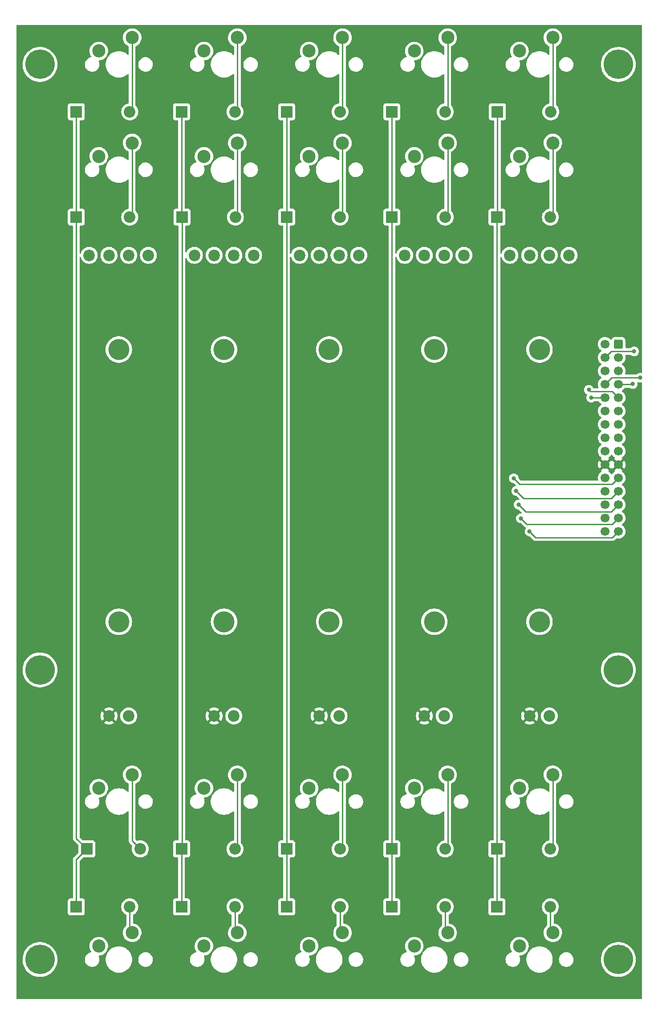
<source format=gbr>
%TF.GenerationSoftware,KiCad,Pcbnew,(6.0.4)*%
%TF.CreationDate,2023-01-30T21:52:44+01:00*%
%TF.ProjectId,Fader_Board,46616465-725f-4426-9f61-72642e6b6963,rev?*%
%TF.SameCoordinates,Original*%
%TF.FileFunction,Copper,L2,Bot*%
%TF.FilePolarity,Positive*%
%FSLAX46Y46*%
G04 Gerber Fmt 4.6, Leading zero omitted, Abs format (unit mm)*
G04 Created by KiCad (PCBNEW (6.0.4)) date 2023-01-30 21:52:44*
%MOMM*%
%LPD*%
G01*
G04 APERTURE LIST*
G04 Aperture macros list*
%AMRoundRect*
0 Rectangle with rounded corners*
0 $1 Rounding radius*
0 $2 $3 $4 $5 $6 $7 $8 $9 X,Y pos of 4 corners*
0 Add a 4 corners polygon primitive as box body*
4,1,4,$2,$3,$4,$5,$6,$7,$8,$9,$2,$3,0*
0 Add four circle primitives for the rounded corners*
1,1,$1+$1,$2,$3*
1,1,$1+$1,$4,$5*
1,1,$1+$1,$6,$7*
1,1,$1+$1,$8,$9*
0 Add four rect primitives between the rounded corners*
20,1,$1+$1,$2,$3,$4,$5,0*
20,1,$1+$1,$4,$5,$6,$7,0*
20,1,$1+$1,$6,$7,$8,$9,0*
20,1,$1+$1,$8,$9,$2,$3,0*%
G04 Aperture macros list end*
%TA.AperFunction,ComponentPad*%
%ADD10C,2.200000*%
%TD*%
%TA.AperFunction,ComponentPad*%
%ADD11C,4.000000*%
%TD*%
%TA.AperFunction,ComponentPad*%
%ADD12C,5.600000*%
%TD*%
%TA.AperFunction,ComponentPad*%
%ADD13O,2.200000X2.200000*%
%TD*%
%TA.AperFunction,ComponentPad*%
%ADD14R,2.200000X2.200000*%
%TD*%
%TA.AperFunction,ComponentPad*%
%ADD15C,2.500000*%
%TD*%
%TA.AperFunction,ComponentPad*%
%ADD16RoundRect,0.250000X0.600000X0.600000X-0.600000X0.600000X-0.600000X-0.600000X0.600000X-0.600000X0*%
%TD*%
%TA.AperFunction,ComponentPad*%
%ADD17C,1.700000*%
%TD*%
%TA.AperFunction,ViaPad*%
%ADD18C,0.800000*%
%TD*%
%TA.AperFunction,Conductor*%
%ADD19C,0.250000*%
%TD*%
G04 APERTURE END LIST*
D10*
%TO.P,RV5,1,1*%
%TO.N,GND*%
X138120000Y-56250000D03*
%TO.P,RV5,2,2*%
%TO.N,ANALOG_5*%
X134370000Y-56250000D03*
%TO.P,RV5,3,3*%
%TO.N,+5V*%
X138120000Y-143750000D03*
%TO.P,RV5,4*%
%TO.N,N/C*%
X141880000Y-56250000D03*
%TO.P,RV5,5*%
X145630000Y-56250000D03*
%TO.P,RV5,6*%
X141880000Y-143750000D03*
D11*
%TO.P,RV5,G*%
X140000000Y-74150000D03*
X140000000Y-125850000D03*
%TD*%
D10*
%TO.P,RV4,1,1*%
%TO.N,GND*%
X118120000Y-56250000D03*
%TO.P,RV4,2,2*%
%TO.N,ANALOG_4*%
X114370000Y-56250000D03*
%TO.P,RV4,3,3*%
%TO.N,+5V*%
X118120000Y-143750000D03*
%TO.P,RV4,4*%
%TO.N,N/C*%
X121880000Y-56250000D03*
%TO.P,RV4,5*%
X125630000Y-56250000D03*
%TO.P,RV4,6*%
X121880000Y-143750000D03*
D11*
%TO.P,RV4,G*%
X120000000Y-74150000D03*
X120000000Y-125850000D03*
%TD*%
D10*
%TO.P,RV3,1,1*%
%TO.N,GND*%
X98120000Y-56250000D03*
%TO.P,RV3,2,2*%
%TO.N,ANALOG_3*%
X94370000Y-56250000D03*
%TO.P,RV3,3,3*%
%TO.N,+5V*%
X98120000Y-143750000D03*
%TO.P,RV3,4*%
%TO.N,N/C*%
X101880000Y-56250000D03*
%TO.P,RV3,5*%
X105630000Y-56250000D03*
%TO.P,RV3,6*%
X101880000Y-143750000D03*
D11*
%TO.P,RV3,G*%
X100000000Y-74150000D03*
X100000000Y-125850000D03*
%TD*%
D10*
%TO.P,RV2,1,1*%
%TO.N,GND*%
X78120000Y-56250000D03*
%TO.P,RV2,2,2*%
%TO.N,ANALOG_2*%
X74370000Y-56250000D03*
%TO.P,RV2,3,3*%
%TO.N,+5V*%
X78120000Y-143750000D03*
%TO.P,RV2,4*%
%TO.N,N/C*%
X81880000Y-56250000D03*
%TO.P,RV2,5*%
X85630000Y-56250000D03*
%TO.P,RV2,6*%
X81880000Y-143750000D03*
D11*
%TO.P,RV2,G*%
X80000000Y-74150000D03*
X80000000Y-125850000D03*
%TD*%
%TO.P,RV1,G*%
%TO.N,N/C*%
X60000000Y-125850000D03*
X60000000Y-74150000D03*
D10*
%TO.P,RV1,6*%
X61880000Y-143750000D03*
%TO.P,RV1,5*%
X65630000Y-56250000D03*
%TO.P,RV1,4*%
X61880000Y-56250000D03*
%TO.P,RV1,3,3*%
%TO.N,+5V*%
X58120000Y-143750000D03*
%TO.P,RV1,2,2*%
%TO.N,ANALOG_1*%
X54370000Y-56250000D03*
%TO.P,RV1,1,1*%
%TO.N,GND*%
X58120000Y-56250000D03*
%TD*%
D12*
%TO.P,H6,1,1*%
%TO.N,GND*%
X45000000Y-190000000D03*
%TD*%
%TO.P,H5,1,1*%
%TO.N,GND*%
X155000000Y-190000000D03*
%TD*%
%TO.P,H4,1,1*%
%TO.N,GND*%
X45000000Y-20000000D03*
%TD*%
%TO.P,H3,1,1*%
%TO.N,GND*%
X155000000Y-135000000D03*
%TD*%
%TO.P,H2,1,1*%
%TO.N,GND*%
X155000000Y-20000000D03*
%TD*%
%TO.P,H1,1,1*%
%TO.N,GND*%
X45000000Y-135000000D03*
%TD*%
D13*
%TO.P,D14,2,A*%
%TO.N,Net-(D14-Pad2)*%
X122080000Y-49000000D03*
D14*
%TO.P,D14,1,K*%
%TO.N,MATRIX_B*%
X111920000Y-49000000D03*
%TD*%
D15*
%TO.P,SW2,1,1*%
%TO.N,MATRIX_2*%
X56190000Y-37460000D03*
%TO.P,SW2,2,2*%
%TO.N,Net-(D2-Pad2)*%
X62540000Y-34920000D03*
%TD*%
D13*
%TO.P,D20,2,A*%
%TO.N,Net-(D20-Pad2)*%
X142080000Y-180000000D03*
D14*
%TO.P,D20,1,K*%
%TO.N,MATRIX_C*%
X131920000Y-180000000D03*
%TD*%
D13*
%TO.P,D19,2,A*%
%TO.N,Net-(D19-Pad2)*%
X142080000Y-169000000D03*
D14*
%TO.P,D19,1,K*%
%TO.N,MATRIX_C*%
X131920000Y-169000000D03*
%TD*%
D15*
%TO.P,SW7,1,1*%
%TO.N,MATRIX_7*%
X76190000Y-157460000D03*
%TO.P,SW7,2,2*%
%TO.N,Net-(D7-Pad2)*%
X82540000Y-154920000D03*
%TD*%
%TO.P,SW16,1,1*%
%TO.N,MATRIX_8*%
X116190000Y-187460000D03*
%TO.P,SW16,2,2*%
%TO.N,Net-(D16-Pad2)*%
X122540000Y-184920000D03*
%TD*%
%TO.P,SW5,1,1*%
%TO.N,MATRIX_5*%
X76190000Y-17460000D03*
%TO.P,SW5,2,2*%
%TO.N,Net-(D5-Pad2)*%
X82540000Y-14920000D03*
%TD*%
D13*
%TO.P,D17,2,A*%
%TO.N,Net-(D17-Pad2)*%
X142160000Y-29000000D03*
D14*
%TO.P,D17,1,K*%
%TO.N,MATRIX_C*%
X132000000Y-29000000D03*
%TD*%
D13*
%TO.P,D10,2,A*%
%TO.N,Net-(D10-Pad2)*%
X102080000Y-49000000D03*
D14*
%TO.P,D10,1,K*%
%TO.N,MATRIX_B*%
X91920000Y-49000000D03*
%TD*%
D13*
%TO.P,D12,2,A*%
%TO.N,Net-(D12-Pad2)*%
X102080000Y-180000000D03*
D14*
%TO.P,D12,1,K*%
%TO.N,MATRIX_B*%
X91920000Y-180000000D03*
%TD*%
D15*
%TO.P,SW11,1,1*%
%TO.N,MATRIX_3*%
X96190000Y-157460000D03*
%TO.P,SW11,2,2*%
%TO.N,Net-(D11-Pad2)*%
X102540000Y-154920000D03*
%TD*%
D13*
%TO.P,D4,2,A*%
%TO.N,Net-(D4-Pad2)*%
X62080000Y-180000000D03*
D14*
%TO.P,D4,1,K*%
%TO.N,MATRIX_A*%
X51920000Y-180000000D03*
%TD*%
D15*
%TO.P,SW8,1,1*%
%TO.N,MATRIX_8*%
X76190000Y-187460000D03*
%TO.P,SW8,2,2*%
%TO.N,Net-(D8-Pad2)*%
X82540000Y-184920000D03*
%TD*%
%TO.P,SW14,1,1*%
%TO.N,MATRIX_6*%
X116190000Y-37460000D03*
%TO.P,SW14,2,2*%
%TO.N,Net-(D14-Pad2)*%
X122540000Y-34920000D03*
%TD*%
D13*
%TO.P,D3,2,A*%
%TO.N,Net-(D3-Pad2)*%
X64080000Y-169000000D03*
D14*
%TO.P,D3,1,K*%
%TO.N,MATRIX_A*%
X53920000Y-169000000D03*
%TD*%
D13*
%TO.P,D13,2,A*%
%TO.N,Net-(D13-Pad2)*%
X122080000Y-29000000D03*
D14*
%TO.P,D13,1,K*%
%TO.N,MATRIX_B*%
X111920000Y-29000000D03*
%TD*%
D15*
%TO.P,SW10,1,1*%
%TO.N,MATRIX_2*%
X96190000Y-37460000D03*
%TO.P,SW10,2,2*%
%TO.N,Net-(D10-Pad2)*%
X102540000Y-34920000D03*
%TD*%
D13*
%TO.P,D8,2,A*%
%TO.N,Net-(D8-Pad2)*%
X82080000Y-180000000D03*
D14*
%TO.P,D8,1,K*%
%TO.N,MATRIX_A*%
X71920000Y-180000000D03*
%TD*%
D15*
%TO.P,SW6,1,1*%
%TO.N,MATRIX_6*%
X76190000Y-37460000D03*
%TO.P,SW6,2,2*%
%TO.N,Net-(D6-Pad2)*%
X82540000Y-34920000D03*
%TD*%
%TO.P,SW1,1,1*%
%TO.N,MATRIX_1*%
X56190000Y-17460000D03*
%TO.P,SW1,2,2*%
%TO.N,Net-(D1-Pad2)*%
X62540000Y-14920000D03*
%TD*%
D13*
%TO.P,D1,2,A*%
%TO.N,Net-(D1-Pad2)*%
X62080000Y-29000000D03*
D14*
%TO.P,D1,1,K*%
%TO.N,MATRIX_A*%
X51920000Y-29000000D03*
%TD*%
D15*
%TO.P,SW20,1,1*%
%TO.N,MATRIX_4*%
X136190000Y-187460000D03*
%TO.P,SW20,2,2*%
%TO.N,Net-(D20-Pad2)*%
X142540000Y-184920000D03*
%TD*%
%TO.P,SW18,1,1*%
%TO.N,MATRIX_2*%
X136190000Y-37460000D03*
%TO.P,SW18,2,2*%
%TO.N,Net-(D18-Pad2)*%
X142540000Y-34920000D03*
%TD*%
%TO.P,SW9,1,1*%
%TO.N,MATRIX_1*%
X96190000Y-17460000D03*
%TO.P,SW9,2,2*%
%TO.N,Net-(D9-Pad2)*%
X102540000Y-14920000D03*
%TD*%
D13*
%TO.P,D18,2,A*%
%TO.N,Net-(D18-Pad2)*%
X142080000Y-49000000D03*
D14*
%TO.P,D18,1,K*%
%TO.N,MATRIX_C*%
X131920000Y-49000000D03*
%TD*%
D15*
%TO.P,SW13,1,1*%
%TO.N,MATRIX_5*%
X116190000Y-17460000D03*
%TO.P,SW13,2,2*%
%TO.N,Net-(D13-Pad2)*%
X122540000Y-14920000D03*
%TD*%
D13*
%TO.P,D7,2,A*%
%TO.N,Net-(D7-Pad2)*%
X82080000Y-169000000D03*
D14*
%TO.P,D7,1,K*%
%TO.N,MATRIX_A*%
X71920000Y-169000000D03*
%TD*%
D15*
%TO.P,SW17,1,1*%
%TO.N,MATRIX_1*%
X136190000Y-17460000D03*
%TO.P,SW17,2,2*%
%TO.N,Net-(D17-Pad2)*%
X142540000Y-14920000D03*
%TD*%
D13*
%TO.P,D2,2,A*%
%TO.N,Net-(D2-Pad2)*%
X62080000Y-49000000D03*
D14*
%TO.P,D2,1,K*%
%TO.N,MATRIX_A*%
X51920000Y-49000000D03*
%TD*%
D13*
%TO.P,D9,2,A*%
%TO.N,Net-(D9-Pad2)*%
X102080000Y-29000000D03*
D14*
%TO.P,D9,1,K*%
%TO.N,MATRIX_B*%
X91920000Y-29000000D03*
%TD*%
D15*
%TO.P,SW19,1,1*%
%TO.N,MATRIX_3*%
X136190000Y-157460000D03*
%TO.P,SW19,2,2*%
%TO.N,Net-(D19-Pad2)*%
X142540000Y-154920000D03*
%TD*%
D13*
%TO.P,D6,2,A*%
%TO.N,Net-(D6-Pad2)*%
X82160000Y-49000000D03*
D14*
%TO.P,D6,1,K*%
%TO.N,MATRIX_A*%
X72000000Y-49000000D03*
%TD*%
D13*
%TO.P,D15,2,A*%
%TO.N,Net-(D15-Pad2)*%
X122080000Y-169000000D03*
D14*
%TO.P,D15,1,K*%
%TO.N,MATRIX_B*%
X111920000Y-169000000D03*
%TD*%
D13*
%TO.P,D16,2,A*%
%TO.N,Net-(D16-Pad2)*%
X122080000Y-180000000D03*
D14*
%TO.P,D16,1,K*%
%TO.N,MATRIX_B*%
X111920000Y-180000000D03*
%TD*%
D15*
%TO.P,SW3,1,1*%
%TO.N,MATRIX_3*%
X56190000Y-157460000D03*
%TO.P,SW3,2,2*%
%TO.N,Net-(D3-Pad2)*%
X62540000Y-154920000D03*
%TD*%
%TO.P,SW15,1,1*%
%TO.N,MATRIX_7*%
X116190000Y-157460000D03*
%TO.P,SW15,2,2*%
%TO.N,Net-(D15-Pad2)*%
X122540000Y-154920000D03*
%TD*%
D13*
%TO.P,D5,2,A*%
%TO.N,Net-(D5-Pad2)*%
X82080000Y-29000000D03*
D14*
%TO.P,D5,1,K*%
%TO.N,MATRIX_A*%
X71920000Y-29000000D03*
%TD*%
D15*
%TO.P,SW12,1,1*%
%TO.N,MATRIX_4*%
X96190000Y-187460000D03*
%TO.P,SW12,2,2*%
%TO.N,Net-(D12-Pad2)*%
X102540000Y-184920000D03*
%TD*%
D13*
%TO.P,D11,2,A*%
%TO.N,Net-(D11-Pad2)*%
X102080000Y-169000000D03*
D14*
%TO.P,D11,1,K*%
%TO.N,MATRIX_B*%
X91920000Y-169000000D03*
%TD*%
D15*
%TO.P,SW4,1,1*%
%TO.N,MATRIX_4*%
X56190000Y-187460000D03*
%TO.P,SW4,2,2*%
%TO.N,Net-(D4-Pad2)*%
X62540000Y-184920000D03*
%TD*%
D16*
%TO.P,J1,1,Pin_1*%
%TO.N,MATRIX_1*%
X155000000Y-73140000D03*
D17*
%TO.P,J1,2,Pin_2*%
%TO.N,MATRIX_2*%
X152460000Y-73140000D03*
%TO.P,J1,3,Pin_3*%
%TO.N,MATRIX_3*%
X155000000Y-75680000D03*
%TO.P,J1,4,Pin_4*%
%TO.N,MATRIX_4*%
X152460000Y-75680000D03*
%TO.P,J1,5,Pin_5*%
%TO.N,MATRIX_5*%
X155000000Y-78220000D03*
%TO.P,J1,6,Pin_6*%
%TO.N,MATRIX_6*%
X152460000Y-78220000D03*
%TO.P,J1,7,Pin_7*%
%TO.N,MATRIX_7*%
X155000000Y-80760000D03*
%TO.P,J1,8,Pin_8*%
%TO.N,MATRIX_8*%
X152460000Y-80760000D03*
%TO.P,J1,9,Pin_9*%
%TO.N,MATRIX_A*%
X155000000Y-83300000D03*
%TO.P,J1,10,Pin_10*%
%TO.N,MATRIX_B*%
X152460000Y-83300000D03*
%TO.P,J1,11,Pin_11*%
%TO.N,unconnected-(J1-Pad11)*%
X155000000Y-85840000D03*
%TO.P,J1,12,Pin_12*%
%TO.N,unconnected-(J1-Pad12)*%
X152460000Y-85840000D03*
%TO.P,J1,13,Pin_13*%
%TO.N,GND*%
X155000000Y-88380000D03*
%TO.P,J1,14,Pin_14*%
%TO.N,MATRIX_C*%
X152460000Y-88380000D03*
%TO.P,J1,15,Pin_15*%
%TO.N,GND*%
X155000000Y-90920000D03*
%TO.P,J1,16,Pin_16*%
X152460000Y-90920000D03*
%TO.P,J1,17,Pin_17*%
X155000000Y-93460000D03*
%TO.P,J1,18,Pin_18*%
X152460000Y-93460000D03*
%TO.P,J1,19,Pin_19*%
%TO.N,+5V*%
X155000000Y-96000000D03*
%TO.P,J1,20,Pin_20*%
X152460000Y-96000000D03*
%TO.P,J1,21,Pin_21*%
%TO.N,ANALOG_1*%
X155000000Y-98540000D03*
%TO.P,J1,22,Pin_22*%
%TO.N,GND*%
X152460000Y-98540000D03*
%TO.P,J1,23,Pin_23*%
%TO.N,ANALOG_2*%
X155000000Y-101080000D03*
%TO.P,J1,24,Pin_24*%
%TO.N,GND*%
X152460000Y-101080000D03*
%TO.P,J1,25,Pin_25*%
%TO.N,ANALOG_3*%
X155000000Y-103620000D03*
%TO.P,J1,26,Pin_26*%
%TO.N,GND*%
X152460000Y-103620000D03*
%TO.P,J1,27,Pin_27*%
%TO.N,ANALOG_4*%
X155000000Y-106160000D03*
%TO.P,J1,28,Pin_28*%
%TO.N,GND*%
X152460000Y-106160000D03*
%TO.P,J1,29,Pin_29*%
%TO.N,ANALOG_5*%
X155000000Y-108700000D03*
%TO.P,J1,30,Pin_30*%
%TO.N,GND*%
X152460000Y-108700000D03*
%TD*%
D18*
%TO.N,ANALOG_1*%
X135111940Y-98600000D03*
%TO.N,ANALOG_2*%
X135561460Y-101000000D03*
%TO.N,ANALOG_3*%
X136000000Y-103600000D03*
%TO.N,ANALOG_4*%
X136460500Y-106200000D03*
%TO.N,ANALOG_5*%
X138100000Y-108700000D03*
%TO.N,MATRIX_A*%
X149375500Y-81794510D03*
%TO.N,MATRIX_B*%
X149825980Y-83300000D03*
%TO.N,MATRIX_8*%
X159173511Y-79500000D03*
%TO.N,MATRIX_4*%
X158000000Y-74500000D03*
%TO.N,MATRIX_7*%
X157724500Y-80700000D03*
%TD*%
D19*
%TO.N,MATRIX_4*%
X158000000Y-74500000D02*
X153640000Y-74500000D01*
X153640000Y-74500000D02*
X152460000Y-75680000D01*
%TO.N,MATRIX_7*%
X157664500Y-80760000D02*
X155000000Y-80760000D01*
%TO.N,ANALOG_1*%
X153825489Y-99714511D02*
X155000000Y-98540000D01*
X136226451Y-99714511D02*
X153825489Y-99714511D01*
X135111940Y-98600000D02*
X136226451Y-99714511D01*
%TO.N,ANALOG_2*%
X153634511Y-102445489D02*
X155000000Y-101080000D01*
X137006949Y-102445489D02*
X153634511Y-102445489D01*
X135561460Y-101000000D02*
X137006949Y-102445489D01*
%TO.N,ANALOG_3*%
X153634511Y-104985489D02*
X155000000Y-103620000D01*
X137385489Y-104985489D02*
X153634511Y-104985489D01*
X136000000Y-103600000D02*
X137385489Y-104985489D01*
%TO.N,ANALOG_4*%
X153825489Y-107334511D02*
X155000000Y-106160000D01*
X137595011Y-107334511D02*
X153825489Y-107334511D01*
X136460500Y-106200000D02*
X137595011Y-107334511D01*
%TO.N,ANALOG_5*%
X153825489Y-109874511D02*
X155000000Y-108700000D01*
X139274511Y-109874511D02*
X153825489Y-109874511D01*
X138100000Y-108700000D02*
X139274511Y-109874511D01*
%TO.N,MATRIX_A*%
X149375500Y-81794510D02*
X149706479Y-82125489D01*
X149706479Y-82125489D02*
X153825489Y-82125489D01*
X153825489Y-82125489D02*
X155000000Y-83300000D01*
%TO.N,MATRIX_B*%
X149825980Y-83300000D02*
X152460000Y-83300000D01*
%TO.N,MATRIX_8*%
X153720000Y-79500000D02*
X152460000Y-80760000D01*
X159173511Y-79500000D02*
X153720000Y-79500000D01*
%TO.N,MATRIX_7*%
X157724500Y-80700000D02*
X157664500Y-80760000D01*
%TO.N,MATRIX_C*%
X132000000Y-48920000D02*
X131920000Y-49000000D01*
X132000000Y-29000000D02*
X132000000Y-48920000D01*
%TO.N,MATRIX_B*%
X111920000Y-29000000D02*
X111920000Y-49000000D01*
%TO.N,MATRIX_A*%
X51920000Y-29000000D02*
X51920000Y-49000000D01*
X71920000Y-48920000D02*
X72000000Y-49000000D01*
X71920000Y-29000000D02*
X71920000Y-48920000D01*
%TO.N,MATRIX_B*%
X91920000Y-29000000D02*
X91920000Y-49000000D01*
%TO.N,MATRIX_C*%
X131920000Y-49000000D02*
X131920000Y-169000000D01*
%TO.N,MATRIX_B*%
X111920000Y-49000000D02*
X111920000Y-169000000D01*
X91920000Y-49000000D02*
X91920000Y-169000000D01*
%TO.N,MATRIX_A*%
X72000000Y-168920000D02*
X71920000Y-169000000D01*
X72000000Y-49000000D02*
X72000000Y-168920000D01*
X53920000Y-169000000D02*
X51920000Y-167000000D01*
X51920000Y-167000000D02*
X51920000Y-49000000D01*
X51920000Y-171000000D02*
X53920000Y-169000000D01*
X51920000Y-180000000D02*
X51920000Y-171000000D01*
X71920000Y-169000000D02*
X71920000Y-180000000D01*
%TO.N,MATRIX_B*%
X91920000Y-180000000D02*
X91920000Y-169000000D01*
X111920000Y-169000000D02*
X111920000Y-180000000D01*
%TO.N,MATRIX_C*%
X131920000Y-180000000D02*
X131920000Y-169000000D01*
%TO.N,Net-(D20-Pad2)*%
X142080000Y-180000000D02*
X142080000Y-184460000D01*
X142080000Y-184460000D02*
X142540000Y-184920000D01*
%TO.N,Net-(D16-Pad2)*%
X122080000Y-184460000D02*
X122540000Y-184920000D01*
X122080000Y-180000000D02*
X122080000Y-184460000D01*
%TO.N,Net-(D12-Pad2)*%
X102080000Y-180000000D02*
X102080000Y-184460000D01*
X102080000Y-184460000D02*
X102540000Y-184920000D01*
%TO.N,Net-(D8-Pad2)*%
X82080000Y-184460000D02*
X82540000Y-184920000D01*
X82080000Y-180000000D02*
X82080000Y-184460000D01*
%TO.N,Net-(D4-Pad2)*%
X62080000Y-184460000D02*
X62540000Y-184920000D01*
X62080000Y-180000000D02*
X62080000Y-184460000D01*
%TO.N,Net-(D19-Pad2)*%
X142540000Y-168540000D02*
X142080000Y-169000000D01*
X142540000Y-154920000D02*
X142540000Y-168540000D01*
%TO.N,Net-(D15-Pad2)*%
X122540000Y-154920000D02*
X122540000Y-168540000D01*
X122540000Y-168540000D02*
X122080000Y-169000000D01*
%TO.N,Net-(D11-Pad2)*%
X102540000Y-168540000D02*
X102080000Y-169000000D01*
X102540000Y-154920000D02*
X102540000Y-168540000D01*
%TO.N,Net-(D7-Pad2)*%
X82540000Y-154920000D02*
X82540000Y-168540000D01*
X82540000Y-168540000D02*
X82080000Y-169000000D01*
%TO.N,Net-(D3-Pad2)*%
X62540000Y-167460000D02*
X64080000Y-169000000D01*
X62540000Y-154920000D02*
X62540000Y-167460000D01*
%TO.N,Net-(D18-Pad2)*%
X142540000Y-48540000D02*
X142080000Y-49000000D01*
X142540000Y-34920000D02*
X142540000Y-48540000D01*
%TO.N,Net-(D17-Pad2)*%
X142540000Y-28620000D02*
X142160000Y-29000000D01*
X142540000Y-14920000D02*
X142540000Y-28620000D01*
%TO.N,Net-(D14-Pad2)*%
X122540000Y-48540000D02*
X122080000Y-49000000D01*
X122540000Y-34920000D02*
X122540000Y-48540000D01*
%TO.N,Net-(D13-Pad2)*%
X122540000Y-28540000D02*
X122080000Y-29000000D01*
X122540000Y-14920000D02*
X122540000Y-28540000D01*
%TO.N,Net-(D10-Pad2)*%
X102540000Y-48540000D02*
X102080000Y-49000000D01*
X102540000Y-34920000D02*
X102540000Y-48540000D01*
%TO.N,Net-(D9-Pad2)*%
X102540000Y-28540000D02*
X102080000Y-29000000D01*
X102540000Y-14920000D02*
X102540000Y-28540000D01*
%TO.N,Net-(D6-Pad2)*%
X82540000Y-48620000D02*
X82160000Y-49000000D01*
X82540000Y-34920000D02*
X82540000Y-48620000D01*
%TO.N,Net-(D5-Pad2)*%
X82540000Y-14920000D02*
X82540000Y-28540000D01*
X82540000Y-28540000D02*
X82080000Y-29000000D01*
%TO.N,Net-(D2-Pad2)*%
X62540000Y-48540000D02*
X62080000Y-49000000D01*
X62540000Y-34920000D02*
X62540000Y-48540000D01*
%TO.N,Net-(D1-Pad2)*%
X62540000Y-28540000D02*
X62080000Y-29000000D01*
X62540000Y-14920000D02*
X62540000Y-28540000D01*
%TD*%
%TA.AperFunction,Conductor*%
%TO.N,+5V*%
G36*
X159433621Y-12528502D02*
G01*
X159480114Y-12582158D01*
X159491500Y-12634500D01*
X159491500Y-78483197D01*
X159471498Y-78551318D01*
X159417842Y-78597811D01*
X159347568Y-78607915D01*
X159339307Y-78606445D01*
X159326022Y-78603621D01*
X159275455Y-78592872D01*
X159275450Y-78592872D01*
X159268998Y-78591500D01*
X159078024Y-78591500D01*
X159071572Y-78592872D01*
X159071567Y-78592872D01*
X159007718Y-78606444D01*
X158891223Y-78631206D01*
X158885193Y-78633891D01*
X158885192Y-78633891D01*
X158722789Y-78706197D01*
X158722787Y-78706198D01*
X158716759Y-78708882D01*
X158562258Y-78821134D01*
X158557843Y-78826037D01*
X158552931Y-78830460D01*
X158551806Y-78829211D01*
X158498497Y-78862051D01*
X158465311Y-78866500D01*
X156393439Y-78866500D01*
X156325318Y-78846498D01*
X156278825Y-78792842D01*
X156268721Y-78722568D01*
X156272880Y-78703872D01*
X156290129Y-78647101D01*
X156332370Y-78508069D01*
X156361529Y-78286590D01*
X156363156Y-78220000D01*
X156344852Y-77997361D01*
X156290431Y-77780702D01*
X156201354Y-77575840D01*
X156080014Y-77388277D01*
X155929670Y-77223051D01*
X155925619Y-77219852D01*
X155925615Y-77219848D01*
X155758414Y-77087800D01*
X155758410Y-77087798D01*
X155754359Y-77084598D01*
X155713053Y-77061796D01*
X155663084Y-77011364D01*
X155648312Y-76941921D01*
X155673428Y-76875516D01*
X155700780Y-76848909D01*
X155744603Y-76817650D01*
X155879860Y-76721173D01*
X156038096Y-76563489D01*
X156097594Y-76480689D01*
X156165435Y-76386277D01*
X156168453Y-76382077D01*
X156189320Y-76339857D01*
X156265136Y-76186453D01*
X156265137Y-76186451D01*
X156267430Y-76181811D01*
X156332370Y-75968069D01*
X156361529Y-75746590D01*
X156363156Y-75680000D01*
X156344852Y-75457361D01*
X156302863Y-75290196D01*
X156305667Y-75219254D01*
X156346380Y-75161091D01*
X156412075Y-75134172D01*
X156425067Y-75133500D01*
X157291800Y-75133500D01*
X157359921Y-75153502D01*
X157379147Y-75169843D01*
X157379420Y-75169540D01*
X157384332Y-75173963D01*
X157388747Y-75178866D01*
X157410329Y-75194546D01*
X157473857Y-75240702D01*
X157543248Y-75291118D01*
X157549276Y-75293802D01*
X157549278Y-75293803D01*
X157711681Y-75366109D01*
X157717712Y-75368794D01*
X157811113Y-75388647D01*
X157898056Y-75407128D01*
X157898061Y-75407128D01*
X157904513Y-75408500D01*
X158095487Y-75408500D01*
X158101939Y-75407128D01*
X158101944Y-75407128D01*
X158188887Y-75388647D01*
X158282288Y-75368794D01*
X158288319Y-75366109D01*
X158450722Y-75293803D01*
X158450724Y-75293802D01*
X158456752Y-75291118D01*
X158611253Y-75178866D01*
X158739040Y-75036944D01*
X158834527Y-74871556D01*
X158893542Y-74689928D01*
X158913504Y-74500000D01*
X158910237Y-74468918D01*
X158894232Y-74316635D01*
X158894232Y-74316633D01*
X158893542Y-74310072D01*
X158834527Y-74128444D01*
X158828059Y-74117240D01*
X158742341Y-73968774D01*
X158739040Y-73963056D01*
X158611253Y-73821134D01*
X158456752Y-73708882D01*
X158450724Y-73706198D01*
X158450722Y-73706197D01*
X158288319Y-73633891D01*
X158288318Y-73633891D01*
X158282288Y-73631206D01*
X158188888Y-73611353D01*
X158101944Y-73592872D01*
X158101939Y-73592872D01*
X158095487Y-73591500D01*
X157904513Y-73591500D01*
X157898061Y-73592872D01*
X157898056Y-73592872D01*
X157811112Y-73611353D01*
X157717712Y-73631206D01*
X157711682Y-73633891D01*
X157711681Y-73633891D01*
X157549278Y-73706197D01*
X157549276Y-73706198D01*
X157543248Y-73708882D01*
X157537907Y-73712762D01*
X157537906Y-73712763D01*
X157480301Y-73754616D01*
X157388747Y-73821134D01*
X157384332Y-73826037D01*
X157379420Y-73830460D01*
X157378295Y-73829211D01*
X157324986Y-73862051D01*
X157291800Y-73866500D01*
X156484500Y-73866500D01*
X156416379Y-73846498D01*
X156369886Y-73792842D01*
X156358500Y-73740500D01*
X156358500Y-72489600D01*
X156355678Y-72462401D01*
X156348238Y-72390692D01*
X156348237Y-72390688D01*
X156347526Y-72383834D01*
X156313598Y-72282138D01*
X156293868Y-72223002D01*
X156291550Y-72216054D01*
X156198478Y-72065652D01*
X156073303Y-71940695D01*
X155999030Y-71894912D01*
X155928968Y-71851725D01*
X155928966Y-71851724D01*
X155922738Y-71847885D01*
X155762254Y-71794655D01*
X155761389Y-71794368D01*
X155761387Y-71794368D01*
X155754861Y-71792203D01*
X155748025Y-71791503D01*
X155748022Y-71791502D01*
X155704969Y-71787091D01*
X155650400Y-71781500D01*
X154349600Y-71781500D01*
X154346354Y-71781837D01*
X154346350Y-71781837D01*
X154250692Y-71791762D01*
X154250688Y-71791763D01*
X154243834Y-71792474D01*
X154237298Y-71794655D01*
X154237296Y-71794655D01*
X154174631Y-71815562D01*
X154076054Y-71848450D01*
X153925652Y-71941522D01*
X153920479Y-71946704D01*
X153862686Y-72004598D01*
X153800695Y-72066697D01*
X153796855Y-72072927D01*
X153796854Y-72072928D01*
X153751272Y-72146876D01*
X153707885Y-72217262D01*
X153705579Y-72224213D01*
X153703561Y-72228542D01*
X153656644Y-72281828D01*
X153588367Y-72301290D01*
X153520407Y-72280749D01*
X153496172Y-72260094D01*
X153393152Y-72146876D01*
X153393142Y-72146867D01*
X153389670Y-72143051D01*
X153385619Y-72139852D01*
X153385615Y-72139848D01*
X153218414Y-72007800D01*
X153218410Y-72007798D01*
X153214359Y-72004598D01*
X153018789Y-71896638D01*
X153013920Y-71894914D01*
X153013916Y-71894912D01*
X152813087Y-71823795D01*
X152813083Y-71823794D01*
X152808212Y-71822069D01*
X152803119Y-71821162D01*
X152803116Y-71821161D01*
X152593373Y-71783800D01*
X152593367Y-71783799D01*
X152588284Y-71782894D01*
X152514452Y-71781992D01*
X152370081Y-71780228D01*
X152370079Y-71780228D01*
X152364911Y-71780165D01*
X152144091Y-71813955D01*
X151931756Y-71883357D01*
X151901443Y-71899137D01*
X151811678Y-71945866D01*
X151733607Y-71986507D01*
X151729474Y-71989610D01*
X151729471Y-71989612D01*
X151559100Y-72117530D01*
X151554965Y-72120635D01*
X151489346Y-72189301D01*
X151463778Y-72216057D01*
X151400629Y-72282138D01*
X151274743Y-72466680D01*
X151180688Y-72669305D01*
X151120989Y-72884570D01*
X151097251Y-73106695D01*
X151110110Y-73329715D01*
X151111247Y-73334761D01*
X151111248Y-73334767D01*
X151135304Y-73441508D01*
X151159222Y-73547639D01*
X151243266Y-73754616D01*
X151359987Y-73945088D01*
X151506250Y-74113938D01*
X151678126Y-74256632D01*
X151748595Y-74297811D01*
X151751445Y-74299476D01*
X151800169Y-74351114D01*
X151813240Y-74420897D01*
X151786509Y-74486669D01*
X151746055Y-74520027D01*
X151733607Y-74526507D01*
X151729474Y-74529610D01*
X151729471Y-74529612D01*
X151559100Y-74657530D01*
X151554965Y-74660635D01*
X151400629Y-74822138D01*
X151274743Y-75006680D01*
X151272564Y-75011375D01*
X151193017Y-75182745D01*
X151180688Y-75209305D01*
X151120989Y-75424570D01*
X151097251Y-75646695D01*
X151097548Y-75651848D01*
X151097548Y-75651851D01*
X151103011Y-75746590D01*
X151110110Y-75869715D01*
X151111247Y-75874761D01*
X151111248Y-75874767D01*
X151131119Y-75962939D01*
X151159222Y-76087639D01*
X151197461Y-76181811D01*
X151234933Y-76274093D01*
X151243266Y-76294616D01*
X151294019Y-76377438D01*
X151357291Y-76480688D01*
X151359987Y-76485088D01*
X151506250Y-76653938D01*
X151678126Y-76796632D01*
X151748595Y-76837811D01*
X151751445Y-76839476D01*
X151800169Y-76891114D01*
X151813240Y-76960897D01*
X151786509Y-77026669D01*
X151746055Y-77060027D01*
X151733607Y-77066507D01*
X151729474Y-77069610D01*
X151729471Y-77069612D01*
X151705247Y-77087800D01*
X151554965Y-77200635D01*
X151400629Y-77362138D01*
X151274743Y-77546680D01*
X151180688Y-77749305D01*
X151120989Y-77964570D01*
X151097251Y-78186695D01*
X151097548Y-78191848D01*
X151097548Y-78191851D01*
X151103011Y-78286590D01*
X151110110Y-78409715D01*
X151111247Y-78414761D01*
X151111248Y-78414767D01*
X151126670Y-78483197D01*
X151159222Y-78627639D01*
X151220673Y-78778976D01*
X151237792Y-78821134D01*
X151243266Y-78834616D01*
X151359987Y-79025088D01*
X151506250Y-79193938D01*
X151678126Y-79336632D01*
X151748595Y-79377811D01*
X151751445Y-79379476D01*
X151800169Y-79431114D01*
X151813240Y-79500897D01*
X151786509Y-79566669D01*
X151746055Y-79600027D01*
X151733607Y-79606507D01*
X151729474Y-79609610D01*
X151729471Y-79609612D01*
X151559100Y-79737530D01*
X151554965Y-79740635D01*
X151400629Y-79902138D01*
X151274743Y-80086680D01*
X151180688Y-80289305D01*
X151120989Y-80504570D01*
X151097251Y-80726695D01*
X151110110Y-80949715D01*
X151111247Y-80954761D01*
X151111248Y-80954767D01*
X151122207Y-81003392D01*
X151159222Y-81167639D01*
X151185042Y-81231226D01*
X151220514Y-81318585D01*
X151227610Y-81389226D01*
X151195388Y-81452490D01*
X151134078Y-81488290D01*
X151103771Y-81491989D01*
X150321833Y-81491989D01*
X150253712Y-81471987D01*
X150211100Y-81422335D01*
X150210027Y-81422954D01*
X150117841Y-81263284D01*
X150114540Y-81257566D01*
X150090824Y-81231226D01*
X149991175Y-81120555D01*
X149991174Y-81120554D01*
X149986753Y-81115644D01*
X149832252Y-81003392D01*
X149826224Y-81000708D01*
X149826222Y-81000707D01*
X149663819Y-80928401D01*
X149663818Y-80928401D01*
X149657788Y-80925716D01*
X149564387Y-80905863D01*
X149477444Y-80887382D01*
X149477439Y-80887382D01*
X149470987Y-80886010D01*
X149280013Y-80886010D01*
X149273561Y-80887382D01*
X149273556Y-80887382D01*
X149186613Y-80905863D01*
X149093212Y-80925716D01*
X149087182Y-80928401D01*
X149087181Y-80928401D01*
X148924778Y-81000707D01*
X148924776Y-81000708D01*
X148918748Y-81003392D01*
X148764247Y-81115644D01*
X148759826Y-81120554D01*
X148759825Y-81120555D01*
X148660177Y-81231226D01*
X148636460Y-81257566D01*
X148540973Y-81422954D01*
X148481958Y-81604582D01*
X148461996Y-81794510D01*
X148462686Y-81801075D01*
X148476331Y-81930896D01*
X148481958Y-81984438D01*
X148540973Y-82166066D01*
X148636460Y-82331454D01*
X148764247Y-82473376D01*
X148918748Y-82585628D01*
X148924774Y-82588311D01*
X148924781Y-82588315D01*
X149006198Y-82624563D01*
X149060294Y-82670543D01*
X149080944Y-82738470D01*
X149064069Y-82802669D01*
X148991453Y-82928444D01*
X148932438Y-83110072D01*
X148912476Y-83300000D01*
X148913166Y-83306565D01*
X148919824Y-83369908D01*
X148932438Y-83489928D01*
X148991453Y-83671556D01*
X149086940Y-83836944D01*
X149091358Y-83841851D01*
X149091359Y-83841852D01*
X149191889Y-83953502D01*
X149214727Y-83978866D01*
X149369228Y-84091118D01*
X149375256Y-84093802D01*
X149375258Y-84093803D01*
X149400605Y-84105088D01*
X149543692Y-84168794D01*
X149629989Y-84187137D01*
X149724036Y-84207128D01*
X149724041Y-84207128D01*
X149730493Y-84208500D01*
X149921467Y-84208500D01*
X149927919Y-84207128D01*
X149927924Y-84207128D01*
X150021971Y-84187137D01*
X150108268Y-84168794D01*
X150251355Y-84105088D01*
X150276702Y-84093803D01*
X150276704Y-84093802D01*
X150282732Y-84091118D01*
X150437233Y-83978866D01*
X150441648Y-83973963D01*
X150446560Y-83969540D01*
X150447685Y-83970789D01*
X150500994Y-83937949D01*
X150534180Y-83933500D01*
X151184274Y-83933500D01*
X151252395Y-83953502D01*
X151291707Y-83993665D01*
X151359987Y-84105088D01*
X151506250Y-84273938D01*
X151678126Y-84416632D01*
X151748595Y-84457811D01*
X151751445Y-84459476D01*
X151800169Y-84511114D01*
X151813240Y-84580897D01*
X151786509Y-84646669D01*
X151746055Y-84680027D01*
X151733607Y-84686507D01*
X151729474Y-84689610D01*
X151729471Y-84689612D01*
X151705247Y-84707800D01*
X151554965Y-84820635D01*
X151400629Y-84982138D01*
X151274743Y-85166680D01*
X151180688Y-85369305D01*
X151120989Y-85584570D01*
X151097251Y-85806695D01*
X151097548Y-85811848D01*
X151097548Y-85811851D01*
X151103011Y-85906590D01*
X151110110Y-86029715D01*
X151111247Y-86034761D01*
X151111248Y-86034767D01*
X151131119Y-86122939D01*
X151159222Y-86247639D01*
X151243266Y-86454616D01*
X151294019Y-86537438D01*
X151357291Y-86640688D01*
X151359987Y-86645088D01*
X151506250Y-86813938D01*
X151678126Y-86956632D01*
X151748595Y-86997811D01*
X151751445Y-86999476D01*
X151800169Y-87051114D01*
X151813240Y-87120897D01*
X151786509Y-87186669D01*
X151746055Y-87220027D01*
X151733607Y-87226507D01*
X151729474Y-87229610D01*
X151729471Y-87229612D01*
X151705247Y-87247800D01*
X151554965Y-87360635D01*
X151400629Y-87522138D01*
X151274743Y-87706680D01*
X151180688Y-87909305D01*
X151120989Y-88124570D01*
X151097251Y-88346695D01*
X151097548Y-88351848D01*
X151097548Y-88351851D01*
X151103011Y-88446590D01*
X151110110Y-88569715D01*
X151111247Y-88574761D01*
X151111248Y-88574767D01*
X151131119Y-88662939D01*
X151159222Y-88787639D01*
X151243266Y-88994616D01*
X151294019Y-89077438D01*
X151357291Y-89180688D01*
X151359987Y-89185088D01*
X151506250Y-89353938D01*
X151678126Y-89496632D01*
X151748595Y-89537811D01*
X151751445Y-89539476D01*
X151800169Y-89591114D01*
X151813240Y-89660897D01*
X151786509Y-89726669D01*
X151746055Y-89760027D01*
X151733607Y-89766507D01*
X151729474Y-89769610D01*
X151729471Y-89769612D01*
X151705247Y-89787800D01*
X151554965Y-89900635D01*
X151400629Y-90062138D01*
X151274743Y-90246680D01*
X151180688Y-90449305D01*
X151120989Y-90664570D01*
X151097251Y-90886695D01*
X151097548Y-90891848D01*
X151097548Y-90891851D01*
X151103011Y-90986590D01*
X151110110Y-91109715D01*
X151111247Y-91114761D01*
X151111248Y-91114767D01*
X151131119Y-91202939D01*
X151159222Y-91327639D01*
X151243266Y-91534616D01*
X151294019Y-91617438D01*
X151357291Y-91720688D01*
X151359987Y-91725088D01*
X151506250Y-91893938D01*
X151678126Y-92036632D01*
X151748595Y-92077811D01*
X151751445Y-92079476D01*
X151800169Y-92131114D01*
X151813240Y-92200897D01*
X151786509Y-92266669D01*
X151746055Y-92300027D01*
X151733607Y-92306507D01*
X151729474Y-92309610D01*
X151729471Y-92309612D01*
X151705247Y-92327800D01*
X151554965Y-92440635D01*
X151400629Y-92602138D01*
X151274743Y-92786680D01*
X151180688Y-92989305D01*
X151120989Y-93204570D01*
X151097251Y-93426695D01*
X151097548Y-93431848D01*
X151097548Y-93431851D01*
X151103011Y-93526590D01*
X151110110Y-93649715D01*
X151111247Y-93654761D01*
X151111248Y-93654767D01*
X151131119Y-93742939D01*
X151159222Y-93867639D01*
X151243266Y-94074616D01*
X151294019Y-94157438D01*
X151357291Y-94260688D01*
X151359987Y-94265088D01*
X151506250Y-94433938D01*
X151678126Y-94576632D01*
X151751955Y-94619774D01*
X151800679Y-94671412D01*
X151813750Y-94741195D01*
X151787019Y-94806967D01*
X151746562Y-94840327D01*
X151738460Y-94844544D01*
X151729734Y-94850039D01*
X151709677Y-94865099D01*
X151701223Y-94876427D01*
X151707968Y-94888758D01*
X152447188Y-95627978D01*
X152461132Y-95635592D01*
X152462965Y-95635461D01*
X152469580Y-95631210D01*
X153213389Y-94887401D01*
X153220410Y-94874544D01*
X153213611Y-94865213D01*
X153209559Y-94862521D01*
X153172602Y-94842120D01*
X153122631Y-94791687D01*
X153107859Y-94722245D01*
X153132975Y-94655839D01*
X153160327Y-94629232D01*
X153183797Y-94612491D01*
X153339860Y-94501173D01*
X153498096Y-94343489D01*
X153557594Y-94260689D01*
X153628453Y-94162077D01*
X153629776Y-94163028D01*
X153676645Y-94119857D01*
X153746580Y-94107625D01*
X153812026Y-94135144D01*
X153839875Y-94166994D01*
X153899987Y-94265088D01*
X154046250Y-94433938D01*
X154218126Y-94576632D01*
X154291955Y-94619774D01*
X154340679Y-94671412D01*
X154353750Y-94741195D01*
X154327019Y-94806967D01*
X154286562Y-94840327D01*
X154278460Y-94844544D01*
X154269734Y-94850039D01*
X154249677Y-94865099D01*
X154241223Y-94876427D01*
X154247968Y-94888758D01*
X154987188Y-95627978D01*
X155001132Y-95635592D01*
X155002965Y-95635461D01*
X155009580Y-95631210D01*
X155753389Y-94887401D01*
X155760410Y-94874544D01*
X155753611Y-94865213D01*
X155749559Y-94862521D01*
X155712602Y-94842120D01*
X155662631Y-94791687D01*
X155647859Y-94722245D01*
X155672975Y-94655839D01*
X155700327Y-94629232D01*
X155723797Y-94612491D01*
X155879860Y-94501173D01*
X156038096Y-94343489D01*
X156097594Y-94260689D01*
X156165435Y-94166277D01*
X156168453Y-94162077D01*
X156189320Y-94119857D01*
X156265136Y-93966453D01*
X156265137Y-93966451D01*
X156267430Y-93961811D01*
X156332370Y-93748069D01*
X156361529Y-93526590D01*
X156363156Y-93460000D01*
X156344852Y-93237361D01*
X156290431Y-93020702D01*
X156201354Y-92815840D01*
X156080014Y-92628277D01*
X155929670Y-92463051D01*
X155925619Y-92459852D01*
X155925615Y-92459848D01*
X155758414Y-92327800D01*
X155758410Y-92327798D01*
X155754359Y-92324598D01*
X155713053Y-92301796D01*
X155663084Y-92251364D01*
X155648312Y-92181921D01*
X155673428Y-92115516D01*
X155700780Y-92088909D01*
X155744603Y-92057650D01*
X155879860Y-91961173D01*
X156038096Y-91803489D01*
X156097594Y-91720689D01*
X156165435Y-91626277D01*
X156168453Y-91622077D01*
X156189320Y-91579857D01*
X156265136Y-91426453D01*
X156265137Y-91426451D01*
X156267430Y-91421811D01*
X156332370Y-91208069D01*
X156361529Y-90986590D01*
X156363156Y-90920000D01*
X156344852Y-90697361D01*
X156290431Y-90480702D01*
X156201354Y-90275840D01*
X156080014Y-90088277D01*
X155929670Y-89923051D01*
X155925619Y-89919852D01*
X155925615Y-89919848D01*
X155758414Y-89787800D01*
X155758410Y-89787798D01*
X155754359Y-89784598D01*
X155713053Y-89761796D01*
X155663084Y-89711364D01*
X155648312Y-89641921D01*
X155673428Y-89575516D01*
X155700780Y-89548909D01*
X155744603Y-89517650D01*
X155879860Y-89421173D01*
X156038096Y-89263489D01*
X156097594Y-89180689D01*
X156165435Y-89086277D01*
X156168453Y-89082077D01*
X156189320Y-89039857D01*
X156265136Y-88886453D01*
X156265137Y-88886451D01*
X156267430Y-88881811D01*
X156332370Y-88668069D01*
X156361529Y-88446590D01*
X156363156Y-88380000D01*
X156344852Y-88157361D01*
X156290431Y-87940702D01*
X156201354Y-87735840D01*
X156080014Y-87548277D01*
X155929670Y-87383051D01*
X155925619Y-87379852D01*
X155925615Y-87379848D01*
X155758414Y-87247800D01*
X155758410Y-87247798D01*
X155754359Y-87244598D01*
X155713053Y-87221796D01*
X155663084Y-87171364D01*
X155648312Y-87101921D01*
X155673428Y-87035516D01*
X155700780Y-87008909D01*
X155744603Y-86977650D01*
X155879860Y-86881173D01*
X156038096Y-86723489D01*
X156097594Y-86640689D01*
X156165435Y-86546277D01*
X156168453Y-86542077D01*
X156189320Y-86499857D01*
X156265136Y-86346453D01*
X156265137Y-86346451D01*
X156267430Y-86341811D01*
X156332370Y-86128069D01*
X156361529Y-85906590D01*
X156363156Y-85840000D01*
X156344852Y-85617361D01*
X156290431Y-85400702D01*
X156201354Y-85195840D01*
X156080014Y-85008277D01*
X155929670Y-84843051D01*
X155925619Y-84839852D01*
X155925615Y-84839848D01*
X155758414Y-84707800D01*
X155758410Y-84707798D01*
X155754359Y-84704598D01*
X155713053Y-84681796D01*
X155663084Y-84631364D01*
X155648312Y-84561921D01*
X155673428Y-84495516D01*
X155700780Y-84468909D01*
X155744603Y-84437650D01*
X155879860Y-84341173D01*
X156038096Y-84183489D01*
X156047670Y-84170166D01*
X156165435Y-84006277D01*
X156168453Y-84002077D01*
X156172611Y-83993665D01*
X156265136Y-83806453D01*
X156265137Y-83806451D01*
X156267430Y-83801811D01*
X156332370Y-83588069D01*
X156361529Y-83366590D01*
X156363156Y-83300000D01*
X156344852Y-83077361D01*
X156290431Y-82860702D01*
X156201354Y-82655840D01*
X156080014Y-82468277D01*
X155929670Y-82303051D01*
X155925619Y-82299852D01*
X155925615Y-82299848D01*
X155758414Y-82167800D01*
X155758410Y-82167798D01*
X155754359Y-82164598D01*
X155713053Y-82141796D01*
X155663084Y-82091364D01*
X155648312Y-82021921D01*
X155673428Y-81955516D01*
X155700780Y-81928909D01*
X155744603Y-81897650D01*
X155879860Y-81801173D01*
X155886547Y-81794510D01*
X156034435Y-81647137D01*
X156038096Y-81643489D01*
X156061338Y-81611145D01*
X156165435Y-81466277D01*
X156168453Y-81462077D01*
X156170746Y-81457437D01*
X156172446Y-81454608D01*
X156224674Y-81406518D01*
X156280451Y-81393500D01*
X157092449Y-81393500D01*
X157160570Y-81413502D01*
X157166510Y-81417564D01*
X157241417Y-81471987D01*
X157267748Y-81491118D01*
X157273776Y-81493802D01*
X157273778Y-81493803D01*
X157436181Y-81566109D01*
X157442212Y-81568794D01*
X157535612Y-81588647D01*
X157622556Y-81607128D01*
X157622561Y-81607128D01*
X157629013Y-81608500D01*
X157819987Y-81608500D01*
X157826439Y-81607128D01*
X157826444Y-81607128D01*
X157913388Y-81588647D01*
X158006788Y-81568794D01*
X158012819Y-81566109D01*
X158175222Y-81493803D01*
X158175224Y-81493802D01*
X158181252Y-81491118D01*
X158207584Y-81471987D01*
X158315611Y-81393500D01*
X158335753Y-81378866D01*
X158390030Y-81318585D01*
X158459121Y-81241852D01*
X158459122Y-81241851D01*
X158463540Y-81236944D01*
X158559027Y-81071556D01*
X158618042Y-80889928D01*
X158638004Y-80700000D01*
X158637314Y-80693435D01*
X158618732Y-80516635D01*
X158618732Y-80516633D01*
X158618042Y-80510072D01*
X158605623Y-80471850D01*
X158603595Y-80400884D01*
X158640257Y-80340086D01*
X158703969Y-80308761D01*
X158776704Y-80317808D01*
X158885188Y-80366108D01*
X158885196Y-80366111D01*
X158891223Y-80368794D01*
X158984624Y-80388647D01*
X159071567Y-80407128D01*
X159071572Y-80407128D01*
X159078024Y-80408500D01*
X159268998Y-80408500D01*
X159275450Y-80407128D01*
X159275455Y-80407128D01*
X159326022Y-80396379D01*
X159339303Y-80393556D01*
X159410094Y-80398958D01*
X159466726Y-80441775D01*
X159491220Y-80508412D01*
X159491500Y-80516803D01*
X159491500Y-197365500D01*
X159471498Y-197433621D01*
X159417842Y-197480114D01*
X159365500Y-197491500D01*
X40634500Y-197491500D01*
X40566379Y-197471498D01*
X40519886Y-197417842D01*
X40508500Y-197365500D01*
X40508500Y-189988434D01*
X41686661Y-189988434D01*
X41704792Y-190346340D01*
X41705329Y-190349695D01*
X41705330Y-190349701D01*
X41713227Y-190399001D01*
X41761470Y-190700195D01*
X41856033Y-191045859D01*
X41893477Y-191140917D01*
X41982657Y-191367312D01*
X41987374Y-191379288D01*
X42018151Y-191437909D01*
X42102692Y-191598936D01*
X42153957Y-191696582D01*
X42155858Y-191699411D01*
X42155864Y-191699421D01*
X42339569Y-191972800D01*
X42353834Y-191994029D01*
X42584665Y-192268150D01*
X42843751Y-192515738D01*
X43128061Y-192733897D01*
X43160056Y-192753350D01*
X43431355Y-192918303D01*
X43431360Y-192918306D01*
X43434270Y-192920075D01*
X43437358Y-192921521D01*
X43437357Y-192921521D01*
X43755710Y-193070649D01*
X43755720Y-193070653D01*
X43758794Y-193072093D01*
X43762012Y-193073195D01*
X43762015Y-193073196D01*
X44094615Y-193187071D01*
X44094623Y-193187073D01*
X44097838Y-193188174D01*
X44447435Y-193266959D01*
X44499728Y-193272917D01*
X44800114Y-193307142D01*
X44800122Y-193307142D01*
X44803497Y-193307527D01*
X44806901Y-193307545D01*
X44806904Y-193307545D01*
X45001227Y-193308562D01*
X45161857Y-193309403D01*
X45165243Y-193309053D01*
X45165245Y-193309053D01*
X45514932Y-193272917D01*
X45514941Y-193272916D01*
X45518324Y-193272566D01*
X45521657Y-193271852D01*
X45521660Y-193271851D01*
X45694186Y-193234864D01*
X45868727Y-193197446D01*
X46208968Y-193084922D01*
X46535066Y-192936311D01*
X46629052Y-192880506D01*
X46840262Y-192755099D01*
X46840267Y-192755096D01*
X46843207Y-192753350D01*
X47129786Y-192538180D01*
X47391451Y-192293319D01*
X47625140Y-192021630D01*
X47731750Y-191866512D01*
X47826190Y-191729101D01*
X47826195Y-191729094D01*
X47828120Y-191726292D01*
X47829732Y-191723298D01*
X47829737Y-191723290D01*
X47996395Y-191413772D01*
X47998017Y-191410760D01*
X48107588Y-191140917D01*
X48131562Y-191081877D01*
X48131564Y-191081872D01*
X48132842Y-191078724D01*
X48143142Y-191042568D01*
X48217830Y-190780372D01*
X48231020Y-190734070D01*
X48231593Y-190730718D01*
X48290829Y-190384175D01*
X48290829Y-190384173D01*
X48291401Y-190380828D01*
X48293511Y-190346340D01*
X48313168Y-190024928D01*
X48313278Y-190023131D01*
X48313359Y-190000000D01*
X48309817Y-189934593D01*
X53533039Y-189934593D01*
X53541848Y-190169216D01*
X53542943Y-190174434D01*
X53579013Y-190346340D01*
X53590062Y-190399001D01*
X53676302Y-190617377D01*
X53798104Y-190818100D01*
X53951985Y-190995432D01*
X53956117Y-190998820D01*
X54129416Y-191140917D01*
X54129422Y-191140921D01*
X54133544Y-191144301D01*
X54138180Y-191146940D01*
X54138183Y-191146942D01*
X54249408Y-191210255D01*
X54337590Y-191260451D01*
X54558289Y-191340561D01*
X54563538Y-191341510D01*
X54563541Y-191341511D01*
X54610382Y-191349981D01*
X54789330Y-191382340D01*
X54793469Y-191382535D01*
X54793476Y-191382536D01*
X54812440Y-191383430D01*
X54812449Y-191383430D01*
X54813929Y-191383500D01*
X54978950Y-191383500D01*
X55065925Y-191376120D01*
X55148637Y-191369102D01*
X55148641Y-191369101D01*
X55153948Y-191368651D01*
X55159103Y-191367313D01*
X55159109Y-191367312D01*
X55376035Y-191311009D01*
X55376034Y-191311009D01*
X55381206Y-191309667D01*
X55386072Y-191307475D01*
X55386075Y-191307474D01*
X55590417Y-191215424D01*
X55590420Y-191215423D01*
X55595278Y-191213234D01*
X55790041Y-191082112D01*
X55806402Y-191066505D01*
X55956070Y-190923728D01*
X55959927Y-190920049D01*
X56100078Y-190731679D01*
X56116086Y-190700195D01*
X56204069Y-190527144D01*
X56204069Y-190527143D01*
X56206487Y-190522388D01*
X56276111Y-190298160D01*
X56293202Y-190169216D01*
X56294712Y-190157821D01*
X57491500Y-190157821D01*
X57531060Y-190470975D01*
X57609557Y-190776702D01*
X57611010Y-190780371D01*
X57611010Y-190780372D01*
X57696159Y-190995432D01*
X57725753Y-191070179D01*
X57727659Y-191073647D01*
X57727660Y-191073648D01*
X57874398Y-191340561D01*
X57877816Y-191346779D01*
X58063346Y-191602140D01*
X58279418Y-191832233D01*
X58522625Y-192033432D01*
X58789131Y-192202562D01*
X58792710Y-192204246D01*
X58792717Y-192204250D01*
X59071144Y-192335267D01*
X59071148Y-192335269D01*
X59074734Y-192336956D01*
X59374928Y-192434495D01*
X59684980Y-192493641D01*
X59921162Y-192508500D01*
X60078838Y-192508500D01*
X60315020Y-192493641D01*
X60625072Y-192434495D01*
X60925266Y-192336956D01*
X60928852Y-192335269D01*
X60928856Y-192335267D01*
X61207283Y-192204250D01*
X61207290Y-192204246D01*
X61210869Y-192202562D01*
X61477375Y-192033432D01*
X61720582Y-191832233D01*
X61936654Y-191602140D01*
X62122184Y-191346779D01*
X62125603Y-191340561D01*
X62272340Y-191073648D01*
X62272341Y-191073647D01*
X62274247Y-191070179D01*
X62303842Y-190995432D01*
X62388990Y-190780372D01*
X62388990Y-190780371D01*
X62390443Y-190776702D01*
X62468940Y-190470975D01*
X62508500Y-190157821D01*
X62508500Y-189934593D01*
X63693039Y-189934593D01*
X63701848Y-190169216D01*
X63702943Y-190174434D01*
X63739013Y-190346340D01*
X63750062Y-190399001D01*
X63836302Y-190617377D01*
X63958104Y-190818100D01*
X64111985Y-190995432D01*
X64116117Y-190998820D01*
X64289416Y-191140917D01*
X64289422Y-191140921D01*
X64293544Y-191144301D01*
X64298180Y-191146940D01*
X64298183Y-191146942D01*
X64409408Y-191210255D01*
X64497590Y-191260451D01*
X64718289Y-191340561D01*
X64723538Y-191341510D01*
X64723541Y-191341511D01*
X64770382Y-191349981D01*
X64949330Y-191382340D01*
X64953469Y-191382535D01*
X64953476Y-191382536D01*
X64972440Y-191383430D01*
X64972449Y-191383430D01*
X64973929Y-191383500D01*
X65138950Y-191383500D01*
X65225925Y-191376120D01*
X65308637Y-191369102D01*
X65308641Y-191369101D01*
X65313948Y-191368651D01*
X65319103Y-191367313D01*
X65319109Y-191367312D01*
X65536035Y-191311009D01*
X65536034Y-191311009D01*
X65541206Y-191309667D01*
X65546072Y-191307475D01*
X65546075Y-191307474D01*
X65750417Y-191215424D01*
X65750420Y-191215423D01*
X65755278Y-191213234D01*
X65950041Y-191082112D01*
X65966402Y-191066505D01*
X66116070Y-190923728D01*
X66119927Y-190920049D01*
X66260078Y-190731679D01*
X66276086Y-190700195D01*
X66364069Y-190527144D01*
X66364069Y-190527143D01*
X66366487Y-190522388D01*
X66436111Y-190298160D01*
X66453202Y-190169216D01*
X66466261Y-190070690D01*
X66466261Y-190070687D01*
X66466961Y-190065407D01*
X66462050Y-189934593D01*
X73533039Y-189934593D01*
X73541848Y-190169216D01*
X73542943Y-190174434D01*
X73579013Y-190346340D01*
X73590062Y-190399001D01*
X73676302Y-190617377D01*
X73798104Y-190818100D01*
X73951985Y-190995432D01*
X73956117Y-190998820D01*
X74129416Y-191140917D01*
X74129422Y-191140921D01*
X74133544Y-191144301D01*
X74138180Y-191146940D01*
X74138183Y-191146942D01*
X74249408Y-191210255D01*
X74337590Y-191260451D01*
X74558289Y-191340561D01*
X74563538Y-191341510D01*
X74563541Y-191341511D01*
X74610382Y-191349981D01*
X74789330Y-191382340D01*
X74793469Y-191382535D01*
X74793476Y-191382536D01*
X74812440Y-191383430D01*
X74812449Y-191383430D01*
X74813929Y-191383500D01*
X74978950Y-191383500D01*
X75065925Y-191376120D01*
X75148637Y-191369102D01*
X75148641Y-191369101D01*
X75153948Y-191368651D01*
X75159103Y-191367313D01*
X75159109Y-191367312D01*
X75376035Y-191311009D01*
X75376034Y-191311009D01*
X75381206Y-191309667D01*
X75386072Y-191307475D01*
X75386075Y-191307474D01*
X75590417Y-191215424D01*
X75590420Y-191215423D01*
X75595278Y-191213234D01*
X75790041Y-191082112D01*
X75806402Y-191066505D01*
X75956070Y-190923728D01*
X75959927Y-190920049D01*
X76100078Y-190731679D01*
X76116086Y-190700195D01*
X76204069Y-190527144D01*
X76204069Y-190527143D01*
X76206487Y-190522388D01*
X76276111Y-190298160D01*
X76293202Y-190169216D01*
X76294712Y-190157821D01*
X77491500Y-190157821D01*
X77531060Y-190470975D01*
X77609557Y-190776702D01*
X77611010Y-190780371D01*
X77611010Y-190780372D01*
X77696159Y-190995432D01*
X77725753Y-191070179D01*
X77727659Y-191073647D01*
X77727660Y-191073648D01*
X77874398Y-191340561D01*
X77877816Y-191346779D01*
X78063346Y-191602140D01*
X78279418Y-191832233D01*
X78522625Y-192033432D01*
X78789131Y-192202562D01*
X78792710Y-192204246D01*
X78792717Y-192204250D01*
X79071144Y-192335267D01*
X79071148Y-192335269D01*
X79074734Y-192336956D01*
X79374928Y-192434495D01*
X79684980Y-192493641D01*
X79921162Y-192508500D01*
X80078838Y-192508500D01*
X80315020Y-192493641D01*
X80625072Y-192434495D01*
X80925266Y-192336956D01*
X80928852Y-192335269D01*
X80928856Y-192335267D01*
X81207283Y-192204250D01*
X81207290Y-192204246D01*
X81210869Y-192202562D01*
X81477375Y-192033432D01*
X81720582Y-191832233D01*
X81936654Y-191602140D01*
X82122184Y-191346779D01*
X82125603Y-191340561D01*
X82272340Y-191073648D01*
X82272341Y-191073647D01*
X82274247Y-191070179D01*
X82303842Y-190995432D01*
X82388990Y-190780372D01*
X82388990Y-190780371D01*
X82390443Y-190776702D01*
X82468940Y-190470975D01*
X82508500Y-190157821D01*
X82508500Y-189934593D01*
X83693039Y-189934593D01*
X83701848Y-190169216D01*
X83702943Y-190174434D01*
X83739013Y-190346340D01*
X83750062Y-190399001D01*
X83836302Y-190617377D01*
X83958104Y-190818100D01*
X84111985Y-190995432D01*
X84116117Y-190998820D01*
X84289416Y-191140917D01*
X84289422Y-191140921D01*
X84293544Y-191144301D01*
X84298180Y-191146940D01*
X84298183Y-191146942D01*
X84409408Y-191210255D01*
X84497590Y-191260451D01*
X84718289Y-191340561D01*
X84723538Y-191341510D01*
X84723541Y-191341511D01*
X84770382Y-191349981D01*
X84949330Y-191382340D01*
X84953469Y-191382535D01*
X84953476Y-191382536D01*
X84972440Y-191383430D01*
X84972449Y-191383430D01*
X84973929Y-191383500D01*
X85138950Y-191383500D01*
X85225925Y-191376120D01*
X85308637Y-191369102D01*
X85308641Y-191369101D01*
X85313948Y-191368651D01*
X85319103Y-191367313D01*
X85319109Y-191367312D01*
X85536035Y-191311009D01*
X85536034Y-191311009D01*
X85541206Y-191309667D01*
X85546072Y-191307475D01*
X85546075Y-191307474D01*
X85750417Y-191215424D01*
X85750420Y-191215423D01*
X85755278Y-191213234D01*
X85950041Y-191082112D01*
X85966402Y-191066505D01*
X86116070Y-190923728D01*
X86119927Y-190920049D01*
X86260078Y-190731679D01*
X86276086Y-190700195D01*
X86364069Y-190527144D01*
X86364069Y-190527143D01*
X86366487Y-190522388D01*
X86436111Y-190298160D01*
X86453202Y-190169216D01*
X86466261Y-190070690D01*
X86466261Y-190070687D01*
X86466961Y-190065407D01*
X86462050Y-189934593D01*
X93533039Y-189934593D01*
X93541848Y-190169216D01*
X93542943Y-190174434D01*
X93579013Y-190346340D01*
X93590062Y-190399001D01*
X93676302Y-190617377D01*
X93798104Y-190818100D01*
X93951985Y-190995432D01*
X93956117Y-190998820D01*
X94129416Y-191140917D01*
X94129422Y-191140921D01*
X94133544Y-191144301D01*
X94138180Y-191146940D01*
X94138183Y-191146942D01*
X94249408Y-191210255D01*
X94337590Y-191260451D01*
X94558289Y-191340561D01*
X94563538Y-191341510D01*
X94563541Y-191341511D01*
X94610382Y-191349981D01*
X94789330Y-191382340D01*
X94793469Y-191382535D01*
X94793476Y-191382536D01*
X94812440Y-191383430D01*
X94812449Y-191383430D01*
X94813929Y-191383500D01*
X94978950Y-191383500D01*
X95065925Y-191376120D01*
X95148637Y-191369102D01*
X95148641Y-191369101D01*
X95153948Y-191368651D01*
X95159103Y-191367313D01*
X95159109Y-191367312D01*
X95376035Y-191311009D01*
X95376034Y-191311009D01*
X95381206Y-191309667D01*
X95386072Y-191307475D01*
X95386075Y-191307474D01*
X95590417Y-191215424D01*
X95590420Y-191215423D01*
X95595278Y-191213234D01*
X95790041Y-191082112D01*
X95806402Y-191066505D01*
X95956070Y-190923728D01*
X95959927Y-190920049D01*
X96100078Y-190731679D01*
X96116086Y-190700195D01*
X96204069Y-190527144D01*
X96204069Y-190527143D01*
X96206487Y-190522388D01*
X96276111Y-190298160D01*
X96293202Y-190169216D01*
X96294712Y-190157821D01*
X97491500Y-190157821D01*
X97531060Y-190470975D01*
X97609557Y-190776702D01*
X97611010Y-190780371D01*
X97611010Y-190780372D01*
X97696159Y-190995432D01*
X97725753Y-191070179D01*
X97727659Y-191073647D01*
X97727660Y-191073648D01*
X97874398Y-191340561D01*
X97877816Y-191346779D01*
X98063346Y-191602140D01*
X98279418Y-191832233D01*
X98522625Y-192033432D01*
X98789131Y-192202562D01*
X98792710Y-192204246D01*
X98792717Y-192204250D01*
X99071144Y-192335267D01*
X99071148Y-192335269D01*
X99074734Y-192336956D01*
X99374928Y-192434495D01*
X99684980Y-192493641D01*
X99921162Y-192508500D01*
X100078838Y-192508500D01*
X100315020Y-192493641D01*
X100625072Y-192434495D01*
X100925266Y-192336956D01*
X100928852Y-192335269D01*
X100928856Y-192335267D01*
X101207283Y-192204250D01*
X101207290Y-192204246D01*
X101210869Y-192202562D01*
X101477375Y-192033432D01*
X101720582Y-191832233D01*
X101936654Y-191602140D01*
X102122184Y-191346779D01*
X102125603Y-191340561D01*
X102272340Y-191073648D01*
X102272341Y-191073647D01*
X102274247Y-191070179D01*
X102303842Y-190995432D01*
X102388990Y-190780372D01*
X102388990Y-190780371D01*
X102390443Y-190776702D01*
X102468940Y-190470975D01*
X102508500Y-190157821D01*
X102508500Y-189934593D01*
X103693039Y-189934593D01*
X103701848Y-190169216D01*
X103702943Y-190174434D01*
X103739013Y-190346340D01*
X103750062Y-190399001D01*
X103836302Y-190617377D01*
X103958104Y-190818100D01*
X104111985Y-190995432D01*
X104116117Y-190998820D01*
X104289416Y-191140917D01*
X104289422Y-191140921D01*
X104293544Y-191144301D01*
X104298180Y-191146940D01*
X104298183Y-191146942D01*
X104409408Y-191210255D01*
X104497590Y-191260451D01*
X104718289Y-191340561D01*
X104723538Y-191341510D01*
X104723541Y-191341511D01*
X104770382Y-191349981D01*
X104949330Y-191382340D01*
X104953469Y-191382535D01*
X104953476Y-191382536D01*
X104972440Y-191383430D01*
X104972449Y-191383430D01*
X104973929Y-191383500D01*
X105138950Y-191383500D01*
X105225925Y-191376120D01*
X105308637Y-191369102D01*
X105308641Y-191369101D01*
X105313948Y-191368651D01*
X105319103Y-191367313D01*
X105319109Y-191367312D01*
X105536035Y-191311009D01*
X105536034Y-191311009D01*
X105541206Y-191309667D01*
X105546072Y-191307475D01*
X105546075Y-191307474D01*
X105750417Y-191215424D01*
X105750420Y-191215423D01*
X105755278Y-191213234D01*
X105950041Y-191082112D01*
X105966402Y-191066505D01*
X106116070Y-190923728D01*
X106119927Y-190920049D01*
X106260078Y-190731679D01*
X106276086Y-190700195D01*
X106364069Y-190527144D01*
X106364069Y-190527143D01*
X106366487Y-190522388D01*
X106436111Y-190298160D01*
X106453202Y-190169216D01*
X106466261Y-190070690D01*
X106466261Y-190070687D01*
X106466961Y-190065407D01*
X106462050Y-189934593D01*
X113533039Y-189934593D01*
X113541848Y-190169216D01*
X113542943Y-190174434D01*
X113579013Y-190346340D01*
X113590062Y-190399001D01*
X113676302Y-190617377D01*
X113798104Y-190818100D01*
X113951985Y-190995432D01*
X113956117Y-190998820D01*
X114129416Y-191140917D01*
X114129422Y-191140921D01*
X114133544Y-191144301D01*
X114138180Y-191146940D01*
X114138183Y-191146942D01*
X114249408Y-191210255D01*
X114337590Y-191260451D01*
X114558289Y-191340561D01*
X114563538Y-191341510D01*
X114563541Y-191341511D01*
X114610382Y-191349981D01*
X114789330Y-191382340D01*
X114793469Y-191382535D01*
X114793476Y-191382536D01*
X114812440Y-191383430D01*
X114812449Y-191383430D01*
X114813929Y-191383500D01*
X114978950Y-191383500D01*
X115065925Y-191376120D01*
X115148637Y-191369102D01*
X115148641Y-191369101D01*
X115153948Y-191368651D01*
X115159103Y-191367313D01*
X115159109Y-191367312D01*
X115376035Y-191311009D01*
X115376034Y-191311009D01*
X115381206Y-191309667D01*
X115386072Y-191307475D01*
X115386075Y-191307474D01*
X115590417Y-191215424D01*
X115590420Y-191215423D01*
X115595278Y-191213234D01*
X115790041Y-191082112D01*
X115806402Y-191066505D01*
X115956070Y-190923728D01*
X115959927Y-190920049D01*
X116100078Y-190731679D01*
X116116086Y-190700195D01*
X116204069Y-190527144D01*
X116204069Y-190527143D01*
X116206487Y-190522388D01*
X116276111Y-190298160D01*
X116293202Y-190169216D01*
X116294712Y-190157821D01*
X117491500Y-190157821D01*
X117531060Y-190470975D01*
X117609557Y-190776702D01*
X117611010Y-190780371D01*
X117611010Y-190780372D01*
X117696159Y-190995432D01*
X117725753Y-191070179D01*
X117727659Y-191073647D01*
X117727660Y-191073648D01*
X117874398Y-191340561D01*
X117877816Y-191346779D01*
X118063346Y-191602140D01*
X118279418Y-191832233D01*
X118522625Y-192033432D01*
X118789131Y-192202562D01*
X118792710Y-192204246D01*
X118792717Y-192204250D01*
X119071144Y-192335267D01*
X119071148Y-192335269D01*
X119074734Y-192336956D01*
X119374928Y-192434495D01*
X119684980Y-192493641D01*
X119921162Y-192508500D01*
X120078838Y-192508500D01*
X120315020Y-192493641D01*
X120625072Y-192434495D01*
X120925266Y-192336956D01*
X120928852Y-192335269D01*
X120928856Y-192335267D01*
X121207283Y-192204250D01*
X121207290Y-192204246D01*
X121210869Y-192202562D01*
X121477375Y-192033432D01*
X121720582Y-191832233D01*
X121936654Y-191602140D01*
X122122184Y-191346779D01*
X122125603Y-191340561D01*
X122272340Y-191073648D01*
X122272341Y-191073647D01*
X122274247Y-191070179D01*
X122303842Y-190995432D01*
X122388990Y-190780372D01*
X122388990Y-190780371D01*
X122390443Y-190776702D01*
X122468940Y-190470975D01*
X122508500Y-190157821D01*
X122508500Y-189934593D01*
X123693039Y-189934593D01*
X123701848Y-190169216D01*
X123702943Y-190174434D01*
X123739013Y-190346340D01*
X123750062Y-190399001D01*
X123836302Y-190617377D01*
X123958104Y-190818100D01*
X124111985Y-190995432D01*
X124116117Y-190998820D01*
X124289416Y-191140917D01*
X124289422Y-191140921D01*
X124293544Y-191144301D01*
X124298180Y-191146940D01*
X124298183Y-191146942D01*
X124409408Y-191210255D01*
X124497590Y-191260451D01*
X124718289Y-191340561D01*
X124723538Y-191341510D01*
X124723541Y-191341511D01*
X124770382Y-191349981D01*
X124949330Y-191382340D01*
X124953469Y-191382535D01*
X124953476Y-191382536D01*
X124972440Y-191383430D01*
X124972449Y-191383430D01*
X124973929Y-191383500D01*
X125138950Y-191383500D01*
X125225925Y-191376120D01*
X125308637Y-191369102D01*
X125308641Y-191369101D01*
X125313948Y-191368651D01*
X125319103Y-191367313D01*
X125319109Y-191367312D01*
X125536035Y-191311009D01*
X125536034Y-191311009D01*
X125541206Y-191309667D01*
X125546072Y-191307475D01*
X125546075Y-191307474D01*
X125750417Y-191215424D01*
X125750420Y-191215423D01*
X125755278Y-191213234D01*
X125950041Y-191082112D01*
X125966402Y-191066505D01*
X126116070Y-190923728D01*
X126119927Y-190920049D01*
X126260078Y-190731679D01*
X126276086Y-190700195D01*
X126364069Y-190527144D01*
X126364069Y-190527143D01*
X126366487Y-190522388D01*
X126436111Y-190298160D01*
X126453202Y-190169216D01*
X126466261Y-190070690D01*
X126466261Y-190070687D01*
X126466961Y-190065407D01*
X126462050Y-189934593D01*
X133533039Y-189934593D01*
X133541848Y-190169216D01*
X133542943Y-190174434D01*
X133579013Y-190346340D01*
X133590062Y-190399001D01*
X133676302Y-190617377D01*
X133798104Y-190818100D01*
X133951985Y-190995432D01*
X133956117Y-190998820D01*
X134129416Y-191140917D01*
X134129422Y-191140921D01*
X134133544Y-191144301D01*
X134138180Y-191146940D01*
X134138183Y-191146942D01*
X134249408Y-191210255D01*
X134337590Y-191260451D01*
X134558289Y-191340561D01*
X134563538Y-191341510D01*
X134563541Y-191341511D01*
X134610382Y-191349981D01*
X134789330Y-191382340D01*
X134793469Y-191382535D01*
X134793476Y-191382536D01*
X134812440Y-191383430D01*
X134812449Y-191383430D01*
X134813929Y-191383500D01*
X134978950Y-191383500D01*
X135065925Y-191376120D01*
X135148637Y-191369102D01*
X135148641Y-191369101D01*
X135153948Y-191368651D01*
X135159103Y-191367313D01*
X135159109Y-191367312D01*
X135376035Y-191311009D01*
X135376034Y-191311009D01*
X135381206Y-191309667D01*
X135386072Y-191307475D01*
X135386075Y-191307474D01*
X135590417Y-191215424D01*
X135590420Y-191215423D01*
X135595278Y-191213234D01*
X135790041Y-191082112D01*
X135806402Y-191066505D01*
X135956070Y-190923728D01*
X135959927Y-190920049D01*
X136100078Y-190731679D01*
X136116086Y-190700195D01*
X136204069Y-190527144D01*
X136204069Y-190527143D01*
X136206487Y-190522388D01*
X136276111Y-190298160D01*
X136293202Y-190169216D01*
X136294712Y-190157821D01*
X137491500Y-190157821D01*
X137531060Y-190470975D01*
X137609557Y-190776702D01*
X137611010Y-190780371D01*
X137611010Y-190780372D01*
X137696159Y-190995432D01*
X137725753Y-191070179D01*
X137727659Y-191073647D01*
X137727660Y-191073648D01*
X137874398Y-191340561D01*
X137877816Y-191346779D01*
X138063346Y-191602140D01*
X138279418Y-191832233D01*
X138522625Y-192033432D01*
X138789131Y-192202562D01*
X138792710Y-192204246D01*
X138792717Y-192204250D01*
X139071144Y-192335267D01*
X139071148Y-192335269D01*
X139074734Y-192336956D01*
X139374928Y-192434495D01*
X139684980Y-192493641D01*
X139921162Y-192508500D01*
X140078838Y-192508500D01*
X140315020Y-192493641D01*
X140625072Y-192434495D01*
X140925266Y-192336956D01*
X140928852Y-192335269D01*
X140928856Y-192335267D01*
X141207283Y-192204250D01*
X141207290Y-192204246D01*
X141210869Y-192202562D01*
X141477375Y-192033432D01*
X141720582Y-191832233D01*
X141936654Y-191602140D01*
X142122184Y-191346779D01*
X142125603Y-191340561D01*
X142272340Y-191073648D01*
X142272341Y-191073647D01*
X142274247Y-191070179D01*
X142303842Y-190995432D01*
X142388990Y-190780372D01*
X142388990Y-190780371D01*
X142390443Y-190776702D01*
X142468940Y-190470975D01*
X142508500Y-190157821D01*
X142508500Y-189934593D01*
X143693039Y-189934593D01*
X143701848Y-190169216D01*
X143702943Y-190174434D01*
X143739013Y-190346340D01*
X143750062Y-190399001D01*
X143836302Y-190617377D01*
X143958104Y-190818100D01*
X144111985Y-190995432D01*
X144116117Y-190998820D01*
X144289416Y-191140917D01*
X144289422Y-191140921D01*
X144293544Y-191144301D01*
X144298180Y-191146940D01*
X144298183Y-191146942D01*
X144409408Y-191210255D01*
X144497590Y-191260451D01*
X144718289Y-191340561D01*
X144723538Y-191341510D01*
X144723541Y-191341511D01*
X144770382Y-191349981D01*
X144949330Y-191382340D01*
X144953469Y-191382535D01*
X144953476Y-191382536D01*
X144972440Y-191383430D01*
X144972449Y-191383430D01*
X144973929Y-191383500D01*
X145138950Y-191383500D01*
X145225925Y-191376120D01*
X145308637Y-191369102D01*
X145308641Y-191369101D01*
X145313948Y-191368651D01*
X145319103Y-191367313D01*
X145319109Y-191367312D01*
X145536035Y-191311009D01*
X145536034Y-191311009D01*
X145541206Y-191309667D01*
X145546072Y-191307475D01*
X145546075Y-191307474D01*
X145750417Y-191215424D01*
X145750420Y-191215423D01*
X145755278Y-191213234D01*
X145950041Y-191082112D01*
X145966402Y-191066505D01*
X146116070Y-190923728D01*
X146119927Y-190920049D01*
X146260078Y-190731679D01*
X146276086Y-190700195D01*
X146364069Y-190527144D01*
X146364069Y-190527143D01*
X146366487Y-190522388D01*
X146436111Y-190298160D01*
X146453202Y-190169216D01*
X146466261Y-190070690D01*
X146466261Y-190070687D01*
X146466961Y-190065407D01*
X146464071Y-189988434D01*
X151686661Y-189988434D01*
X151704792Y-190346340D01*
X151705329Y-190349695D01*
X151705330Y-190349701D01*
X151713227Y-190399001D01*
X151761470Y-190700195D01*
X151856033Y-191045859D01*
X151893477Y-191140917D01*
X151982657Y-191367312D01*
X151987374Y-191379288D01*
X152018151Y-191437909D01*
X152102692Y-191598936D01*
X152153957Y-191696582D01*
X152155858Y-191699411D01*
X152155864Y-191699421D01*
X152339569Y-191972800D01*
X152353834Y-191994029D01*
X152584665Y-192268150D01*
X152843751Y-192515738D01*
X153128061Y-192733897D01*
X153160056Y-192753350D01*
X153431355Y-192918303D01*
X153431360Y-192918306D01*
X153434270Y-192920075D01*
X153437358Y-192921521D01*
X153437357Y-192921521D01*
X153755710Y-193070649D01*
X153755720Y-193070653D01*
X153758794Y-193072093D01*
X153762012Y-193073195D01*
X153762015Y-193073196D01*
X154094615Y-193187071D01*
X154094623Y-193187073D01*
X154097838Y-193188174D01*
X154447435Y-193266959D01*
X154499728Y-193272917D01*
X154800114Y-193307142D01*
X154800122Y-193307142D01*
X154803497Y-193307527D01*
X154806901Y-193307545D01*
X154806904Y-193307545D01*
X155001227Y-193308562D01*
X155161857Y-193309403D01*
X155165243Y-193309053D01*
X155165245Y-193309053D01*
X155514932Y-193272917D01*
X155514941Y-193272916D01*
X155518324Y-193272566D01*
X155521657Y-193271852D01*
X155521660Y-193271851D01*
X155694186Y-193234864D01*
X155868727Y-193197446D01*
X156208968Y-193084922D01*
X156535066Y-192936311D01*
X156629052Y-192880506D01*
X156840262Y-192755099D01*
X156840267Y-192755096D01*
X156843207Y-192753350D01*
X157129786Y-192538180D01*
X157391451Y-192293319D01*
X157625140Y-192021630D01*
X157731750Y-191866512D01*
X157826190Y-191729101D01*
X157826195Y-191729094D01*
X157828120Y-191726292D01*
X157829732Y-191723298D01*
X157829737Y-191723290D01*
X157996395Y-191413772D01*
X157998017Y-191410760D01*
X158107588Y-191140917D01*
X158131562Y-191081877D01*
X158131564Y-191081872D01*
X158132842Y-191078724D01*
X158143142Y-191042568D01*
X158217830Y-190780372D01*
X158231020Y-190734070D01*
X158231593Y-190730718D01*
X158290829Y-190384175D01*
X158290829Y-190384173D01*
X158291401Y-190380828D01*
X158293511Y-190346340D01*
X158313168Y-190024928D01*
X158313278Y-190023131D01*
X158313359Y-190000000D01*
X158293979Y-189642159D01*
X158236066Y-189288505D01*
X158140297Y-188943173D01*
X158137243Y-188935497D01*
X158009052Y-188613369D01*
X158007793Y-188610205D01*
X157962560Y-188524774D01*
X157841702Y-188296513D01*
X157841698Y-188296506D01*
X157840103Y-188293494D01*
X157639190Y-187996746D01*
X157583651Y-187931256D01*
X157471966Y-187799562D01*
X157407403Y-187723432D01*
X157147454Y-187476750D01*
X156862384Y-187259585D01*
X156859472Y-187257828D01*
X156859467Y-187257825D01*
X156558443Y-187076236D01*
X156558437Y-187076233D01*
X156555528Y-187074478D01*
X156333211Y-186971281D01*
X156233571Y-186925030D01*
X156233569Y-186925029D01*
X156230475Y-186923593D01*
X156060751Y-186866145D01*
X155894255Y-186809789D01*
X155894250Y-186809788D01*
X155891028Y-186808697D01*
X155692681Y-186764724D01*
X155544493Y-186731871D01*
X155544487Y-186731870D01*
X155541158Y-186731132D01*
X155537769Y-186730758D01*
X155537764Y-186730757D01*
X155188338Y-186692180D01*
X155188333Y-186692180D01*
X155184957Y-186691807D01*
X155181558Y-186691801D01*
X155181557Y-186691801D01*
X155012080Y-186691505D01*
X154826592Y-186691182D01*
X154713413Y-186703277D01*
X154473639Y-186728901D01*
X154473631Y-186728902D01*
X154470256Y-186729263D01*
X154120117Y-186805606D01*
X153780271Y-186919317D01*
X153777178Y-186920739D01*
X153777177Y-186920740D01*
X153770974Y-186923593D01*
X153454694Y-187069066D01*
X153451760Y-187070822D01*
X153451758Y-187070823D01*
X153305364Y-187158438D01*
X153147193Y-187253101D01*
X153144467Y-187255163D01*
X153144465Y-187255164D01*
X152869446Y-187463160D01*
X152861367Y-187469270D01*
X152858882Y-187471612D01*
X152858877Y-187471616D01*
X152776616Y-187549135D01*
X152600559Y-187715043D01*
X152367819Y-187987546D01*
X152365900Y-187990358D01*
X152365897Y-187990363D01*
X152316260Y-188063129D01*
X152165871Y-188283591D01*
X151997077Y-188599714D01*
X151863411Y-188932218D01*
X151862491Y-188935492D01*
X151862489Y-188935497D01*
X151767600Y-189273076D01*
X151766437Y-189277213D01*
X151707290Y-189630663D01*
X151686661Y-189988434D01*
X146464071Y-189988434D01*
X146458152Y-189830784D01*
X146440358Y-189745978D01*
X146411035Y-189606226D01*
X146411034Y-189606223D01*
X146409938Y-189600999D01*
X146323698Y-189382623D01*
X146286350Y-189321075D01*
X146204664Y-189186461D01*
X146204662Y-189186458D01*
X146201896Y-189181900D01*
X146048015Y-189004568D01*
X146037938Y-188996306D01*
X145870584Y-188859083D01*
X145870578Y-188859079D01*
X145866456Y-188855699D01*
X145861820Y-188853060D01*
X145861817Y-188853058D01*
X145667053Y-188742192D01*
X145662410Y-188739549D01*
X145441711Y-188659439D01*
X145436462Y-188658490D01*
X145436459Y-188658489D01*
X145355385Y-188643829D01*
X145210670Y-188617660D01*
X145206531Y-188617465D01*
X145206524Y-188617464D01*
X145187560Y-188616570D01*
X145187551Y-188616570D01*
X145186071Y-188616500D01*
X145021050Y-188616500D01*
X144939701Y-188623403D01*
X144851363Y-188630898D01*
X144851359Y-188630899D01*
X144846052Y-188631349D01*
X144840897Y-188632687D01*
X144840891Y-188632688D01*
X144663177Y-188678814D01*
X144618794Y-188690333D01*
X144613928Y-188692525D01*
X144613925Y-188692526D01*
X144409583Y-188784576D01*
X144409580Y-188784577D01*
X144404722Y-188786766D01*
X144209959Y-188917888D01*
X144206102Y-188921567D01*
X144206100Y-188921569D01*
X144135845Y-188988590D01*
X144040073Y-189079951D01*
X143899922Y-189268321D01*
X143897506Y-189273072D01*
X143897504Y-189273076D01*
X143795931Y-189472856D01*
X143793513Y-189477612D01*
X143723889Y-189701840D01*
X143723188Y-189707129D01*
X143706092Y-189836116D01*
X143693039Y-189934593D01*
X142508500Y-189934593D01*
X142508500Y-189842179D01*
X142468940Y-189529025D01*
X142390443Y-189223298D01*
X142312337Y-189026025D01*
X142275702Y-188933495D01*
X142275700Y-188933490D01*
X142274247Y-188929821D01*
X142272340Y-188926352D01*
X142124093Y-188656693D01*
X142124091Y-188656690D01*
X142122184Y-188653221D01*
X141968096Y-188441136D01*
X141938982Y-188401064D01*
X141938981Y-188401062D01*
X141936654Y-188397860D01*
X141729489Y-188177252D01*
X141723297Y-188170658D01*
X141723296Y-188170657D01*
X141720582Y-188167767D01*
X141477375Y-187966568D01*
X141210869Y-187797438D01*
X141207290Y-187795754D01*
X141207283Y-187795750D01*
X140928856Y-187664733D01*
X140928852Y-187664731D01*
X140925266Y-187663044D01*
X140625072Y-187565505D01*
X140315020Y-187506359D01*
X140078838Y-187491500D01*
X139921162Y-187491500D01*
X139684980Y-187506359D01*
X139374928Y-187565505D01*
X139074734Y-187663044D01*
X139071148Y-187664731D01*
X139071144Y-187664733D01*
X138792717Y-187795750D01*
X138792710Y-187795754D01*
X138789131Y-187797438D01*
X138522625Y-187966568D01*
X138279418Y-188167767D01*
X138276704Y-188170657D01*
X138276703Y-188170658D01*
X138270511Y-188177252D01*
X138063346Y-188397860D01*
X138061019Y-188401062D01*
X138061018Y-188401064D01*
X138031904Y-188441136D01*
X137877816Y-188653221D01*
X137875909Y-188656690D01*
X137875907Y-188656693D01*
X137727660Y-188926352D01*
X137725753Y-188929821D01*
X137724300Y-188933490D01*
X137724298Y-188933495D01*
X137687663Y-189026025D01*
X137609557Y-189223298D01*
X137531060Y-189529025D01*
X137491500Y-189842179D01*
X137491500Y-190157821D01*
X136294712Y-190157821D01*
X136306261Y-190070690D01*
X136306261Y-190070687D01*
X136306961Y-190065407D01*
X136298152Y-189830784D01*
X136280358Y-189745978D01*
X136251035Y-189606226D01*
X136251034Y-189606223D01*
X136249938Y-189600999D01*
X136223069Y-189532961D01*
X136167315Y-189391781D01*
X136160897Y-189321075D01*
X136193725Y-189258124D01*
X136255375Y-189222914D01*
X136270789Y-189220249D01*
X136319577Y-189214906D01*
X136506707Y-189194412D01*
X136506712Y-189194411D01*
X136511360Y-189193902D01*
X136556947Y-189181900D01*
X136759594Y-189128548D01*
X136759596Y-189128547D01*
X136764117Y-189127357D01*
X137004262Y-189024182D01*
X137129851Y-188946466D01*
X137222547Y-188889104D01*
X137222548Y-188889104D01*
X137226519Y-188886646D01*
X137230082Y-188883629D01*
X137230087Y-188883626D01*
X137422439Y-188720787D01*
X137422440Y-188720786D01*
X137426005Y-188717768D01*
X137477991Y-188658489D01*
X137595257Y-188524774D01*
X137595261Y-188524769D01*
X137598339Y-188521259D01*
X137607070Y-188507686D01*
X137737205Y-188305367D01*
X137739733Y-188301437D01*
X137847083Y-188063129D01*
X137918030Y-187811572D01*
X137934832Y-187679496D01*
X137950616Y-187555421D01*
X137950616Y-187555417D01*
X137951014Y-187552291D01*
X137953431Y-187460000D01*
X137938691Y-187261647D01*
X137934407Y-187204000D01*
X137934406Y-187203996D01*
X137934061Y-187199348D01*
X137922725Y-187149248D01*
X137877408Y-186948980D01*
X137876377Y-186944423D01*
X137793721Y-186731871D01*
X137783340Y-186705176D01*
X137783339Y-186705173D01*
X137781647Y-186700823D01*
X137754830Y-186653902D01*
X137658880Y-186486025D01*
X137651951Y-186473902D01*
X137490138Y-186268643D01*
X137299763Y-186089557D01*
X137085009Y-185940576D01*
X137080816Y-185938508D01*
X136854781Y-185827040D01*
X136854778Y-185827039D01*
X136850593Y-185824975D01*
X136804449Y-185810204D01*
X136606123Y-185746720D01*
X136601665Y-185745293D01*
X136343693Y-185703279D01*
X136229942Y-185701790D01*
X136087022Y-185699919D01*
X136087019Y-185699919D01*
X136082345Y-185699858D01*
X135823362Y-185735104D01*
X135572433Y-185808243D01*
X135568180Y-185810203D01*
X135568179Y-185810204D01*
X135531659Y-185827040D01*
X135335072Y-185917668D01*
X135296067Y-185943241D01*
X135120404Y-186058410D01*
X135120399Y-186058414D01*
X135116491Y-186060976D01*
X134921494Y-186235018D01*
X134754363Y-186435970D01*
X134751934Y-186439973D01*
X134622119Y-186653902D01*
X134618771Y-186659419D01*
X134517697Y-186900455D01*
X134453359Y-187153783D01*
X134427173Y-187413839D01*
X134427397Y-187418505D01*
X134427397Y-187418511D01*
X134429948Y-187471616D01*
X134439713Y-187674908D01*
X134490704Y-187931256D01*
X134579026Y-188177252D01*
X134581242Y-188181376D01*
X134699284Y-188401064D01*
X134702737Y-188407491D01*
X134705531Y-188411232D01*
X134705535Y-188411239D01*
X134727861Y-188441136D01*
X134752594Y-188507686D01*
X134737420Y-188577042D01*
X134687158Y-188627185D01*
X134658558Y-188638485D01*
X134458794Y-188690333D01*
X134453928Y-188692525D01*
X134453925Y-188692526D01*
X134249583Y-188784576D01*
X134249580Y-188784577D01*
X134244722Y-188786766D01*
X134049959Y-188917888D01*
X134046102Y-188921567D01*
X134046100Y-188921569D01*
X133975845Y-188988590D01*
X133880073Y-189079951D01*
X133739922Y-189268321D01*
X133737506Y-189273072D01*
X133737504Y-189273076D01*
X133635931Y-189472856D01*
X133633513Y-189477612D01*
X133563889Y-189701840D01*
X133563188Y-189707129D01*
X133546092Y-189836116D01*
X133533039Y-189934593D01*
X126462050Y-189934593D01*
X126458152Y-189830784D01*
X126440358Y-189745978D01*
X126411035Y-189606226D01*
X126411034Y-189606223D01*
X126409938Y-189600999D01*
X126323698Y-189382623D01*
X126286350Y-189321075D01*
X126204664Y-189186461D01*
X126204662Y-189186458D01*
X126201896Y-189181900D01*
X126048015Y-189004568D01*
X126037938Y-188996306D01*
X125870584Y-188859083D01*
X125870578Y-188859079D01*
X125866456Y-188855699D01*
X125861820Y-188853060D01*
X125861817Y-188853058D01*
X125667053Y-188742192D01*
X125662410Y-188739549D01*
X125441711Y-188659439D01*
X125436462Y-188658490D01*
X125436459Y-188658489D01*
X125355385Y-188643829D01*
X125210670Y-188617660D01*
X125206531Y-188617465D01*
X125206524Y-188617464D01*
X125187560Y-188616570D01*
X125187551Y-188616570D01*
X125186071Y-188616500D01*
X125021050Y-188616500D01*
X124939701Y-188623403D01*
X124851363Y-188630898D01*
X124851359Y-188630899D01*
X124846052Y-188631349D01*
X124840897Y-188632687D01*
X124840891Y-188632688D01*
X124663177Y-188678814D01*
X124618794Y-188690333D01*
X124613928Y-188692525D01*
X124613925Y-188692526D01*
X124409583Y-188784576D01*
X124409580Y-188784577D01*
X124404722Y-188786766D01*
X124209959Y-188917888D01*
X124206102Y-188921567D01*
X124206100Y-188921569D01*
X124135845Y-188988590D01*
X124040073Y-189079951D01*
X123899922Y-189268321D01*
X123897506Y-189273072D01*
X123897504Y-189273076D01*
X123795931Y-189472856D01*
X123793513Y-189477612D01*
X123723889Y-189701840D01*
X123723188Y-189707129D01*
X123706092Y-189836116D01*
X123693039Y-189934593D01*
X122508500Y-189934593D01*
X122508500Y-189842179D01*
X122468940Y-189529025D01*
X122390443Y-189223298D01*
X122312337Y-189026025D01*
X122275702Y-188933495D01*
X122275700Y-188933490D01*
X122274247Y-188929821D01*
X122272340Y-188926352D01*
X122124093Y-188656693D01*
X122124091Y-188656690D01*
X122122184Y-188653221D01*
X121968096Y-188441136D01*
X121938982Y-188401064D01*
X121938981Y-188401062D01*
X121936654Y-188397860D01*
X121729489Y-188177252D01*
X121723297Y-188170658D01*
X121723296Y-188170657D01*
X121720582Y-188167767D01*
X121477375Y-187966568D01*
X121210869Y-187797438D01*
X121207290Y-187795754D01*
X121207283Y-187795750D01*
X120928856Y-187664733D01*
X120928852Y-187664731D01*
X120925266Y-187663044D01*
X120625072Y-187565505D01*
X120315020Y-187506359D01*
X120078838Y-187491500D01*
X119921162Y-187491500D01*
X119684980Y-187506359D01*
X119374928Y-187565505D01*
X119074734Y-187663044D01*
X119071148Y-187664731D01*
X119071144Y-187664733D01*
X118792717Y-187795750D01*
X118792710Y-187795754D01*
X118789131Y-187797438D01*
X118522625Y-187966568D01*
X118279418Y-188167767D01*
X118276704Y-188170657D01*
X118276703Y-188170658D01*
X118270511Y-188177252D01*
X118063346Y-188397860D01*
X118061019Y-188401062D01*
X118061018Y-188401064D01*
X118031904Y-188441136D01*
X117877816Y-188653221D01*
X117875909Y-188656690D01*
X117875907Y-188656693D01*
X117727660Y-188926352D01*
X117725753Y-188929821D01*
X117724300Y-188933490D01*
X117724298Y-188933495D01*
X117687663Y-189026025D01*
X117609557Y-189223298D01*
X117531060Y-189529025D01*
X117491500Y-189842179D01*
X117491500Y-190157821D01*
X116294712Y-190157821D01*
X116306261Y-190070690D01*
X116306261Y-190070687D01*
X116306961Y-190065407D01*
X116298152Y-189830784D01*
X116280358Y-189745978D01*
X116251035Y-189606226D01*
X116251034Y-189606223D01*
X116249938Y-189600999D01*
X116223069Y-189532961D01*
X116167315Y-189391781D01*
X116160897Y-189321075D01*
X116193725Y-189258124D01*
X116255375Y-189222914D01*
X116270789Y-189220249D01*
X116319577Y-189214906D01*
X116506707Y-189194412D01*
X116506712Y-189194411D01*
X116511360Y-189193902D01*
X116556947Y-189181900D01*
X116759594Y-189128548D01*
X116759596Y-189128547D01*
X116764117Y-189127357D01*
X117004262Y-189024182D01*
X117129851Y-188946466D01*
X117222547Y-188889104D01*
X117222548Y-188889104D01*
X117226519Y-188886646D01*
X117230082Y-188883629D01*
X117230087Y-188883626D01*
X117422439Y-188720787D01*
X117422440Y-188720786D01*
X117426005Y-188717768D01*
X117477991Y-188658489D01*
X117595257Y-188524774D01*
X117595261Y-188524769D01*
X117598339Y-188521259D01*
X117607070Y-188507686D01*
X117737205Y-188305367D01*
X117739733Y-188301437D01*
X117847083Y-188063129D01*
X117918030Y-187811572D01*
X117934832Y-187679496D01*
X117950616Y-187555421D01*
X117950616Y-187555417D01*
X117951014Y-187552291D01*
X117953431Y-187460000D01*
X117938691Y-187261647D01*
X117934407Y-187204000D01*
X117934406Y-187203996D01*
X117934061Y-187199348D01*
X117922725Y-187149248D01*
X117877408Y-186948980D01*
X117876377Y-186944423D01*
X117793721Y-186731871D01*
X117783340Y-186705176D01*
X117783339Y-186705173D01*
X117781647Y-186700823D01*
X117754830Y-186653902D01*
X117658880Y-186486025D01*
X117651951Y-186473902D01*
X117490138Y-186268643D01*
X117299763Y-186089557D01*
X117085009Y-185940576D01*
X117080816Y-185938508D01*
X116854781Y-185827040D01*
X116854778Y-185827039D01*
X116850593Y-185824975D01*
X116804449Y-185810204D01*
X116606123Y-185746720D01*
X116601665Y-185745293D01*
X116343693Y-185703279D01*
X116229942Y-185701790D01*
X116087022Y-185699919D01*
X116087019Y-185699919D01*
X116082345Y-185699858D01*
X115823362Y-185735104D01*
X115572433Y-185808243D01*
X115568180Y-185810203D01*
X115568179Y-185810204D01*
X115531659Y-185827040D01*
X115335072Y-185917668D01*
X115296067Y-185943241D01*
X115120404Y-186058410D01*
X115120399Y-186058414D01*
X115116491Y-186060976D01*
X114921494Y-186235018D01*
X114754363Y-186435970D01*
X114751934Y-186439973D01*
X114622119Y-186653902D01*
X114618771Y-186659419D01*
X114517697Y-186900455D01*
X114453359Y-187153783D01*
X114427173Y-187413839D01*
X114427397Y-187418505D01*
X114427397Y-187418511D01*
X114429948Y-187471616D01*
X114439713Y-187674908D01*
X114490704Y-187931256D01*
X114579026Y-188177252D01*
X114581242Y-188181376D01*
X114699284Y-188401064D01*
X114702737Y-188407491D01*
X114705531Y-188411232D01*
X114705535Y-188411239D01*
X114727861Y-188441136D01*
X114752594Y-188507686D01*
X114737420Y-188577042D01*
X114687158Y-188627185D01*
X114658558Y-188638485D01*
X114458794Y-188690333D01*
X114453928Y-188692525D01*
X114453925Y-188692526D01*
X114249583Y-188784576D01*
X114249580Y-188784577D01*
X114244722Y-188786766D01*
X114049959Y-188917888D01*
X114046102Y-188921567D01*
X114046100Y-188921569D01*
X113975845Y-188988590D01*
X113880073Y-189079951D01*
X113739922Y-189268321D01*
X113737506Y-189273072D01*
X113737504Y-189273076D01*
X113635931Y-189472856D01*
X113633513Y-189477612D01*
X113563889Y-189701840D01*
X113563188Y-189707129D01*
X113546092Y-189836116D01*
X113533039Y-189934593D01*
X106462050Y-189934593D01*
X106458152Y-189830784D01*
X106440358Y-189745978D01*
X106411035Y-189606226D01*
X106411034Y-189606223D01*
X106409938Y-189600999D01*
X106323698Y-189382623D01*
X106286350Y-189321075D01*
X106204664Y-189186461D01*
X106204662Y-189186458D01*
X106201896Y-189181900D01*
X106048015Y-189004568D01*
X106037938Y-188996306D01*
X105870584Y-188859083D01*
X105870578Y-188859079D01*
X105866456Y-188855699D01*
X105861820Y-188853060D01*
X105861817Y-188853058D01*
X105667053Y-188742192D01*
X105662410Y-188739549D01*
X105441711Y-188659439D01*
X105436462Y-188658490D01*
X105436459Y-188658489D01*
X105355385Y-188643829D01*
X105210670Y-188617660D01*
X105206531Y-188617465D01*
X105206524Y-188617464D01*
X105187560Y-188616570D01*
X105187551Y-188616570D01*
X105186071Y-188616500D01*
X105021050Y-188616500D01*
X104939701Y-188623403D01*
X104851363Y-188630898D01*
X104851359Y-188630899D01*
X104846052Y-188631349D01*
X104840897Y-188632687D01*
X104840891Y-188632688D01*
X104663177Y-188678814D01*
X104618794Y-188690333D01*
X104613928Y-188692525D01*
X104613925Y-188692526D01*
X104409583Y-188784576D01*
X104409580Y-188784577D01*
X104404722Y-188786766D01*
X104209959Y-188917888D01*
X104206102Y-188921567D01*
X104206100Y-188921569D01*
X104135845Y-188988590D01*
X104040073Y-189079951D01*
X103899922Y-189268321D01*
X103897506Y-189273072D01*
X103897504Y-189273076D01*
X103795931Y-189472856D01*
X103793513Y-189477612D01*
X103723889Y-189701840D01*
X103723188Y-189707129D01*
X103706092Y-189836116D01*
X103693039Y-189934593D01*
X102508500Y-189934593D01*
X102508500Y-189842179D01*
X102468940Y-189529025D01*
X102390443Y-189223298D01*
X102312337Y-189026025D01*
X102275702Y-188933495D01*
X102275700Y-188933490D01*
X102274247Y-188929821D01*
X102272340Y-188926352D01*
X102124093Y-188656693D01*
X102124091Y-188656690D01*
X102122184Y-188653221D01*
X101968096Y-188441136D01*
X101938982Y-188401064D01*
X101938981Y-188401062D01*
X101936654Y-188397860D01*
X101729489Y-188177252D01*
X101723297Y-188170658D01*
X101723296Y-188170657D01*
X101720582Y-188167767D01*
X101477375Y-187966568D01*
X101210869Y-187797438D01*
X101207290Y-187795754D01*
X101207283Y-187795750D01*
X100928856Y-187664733D01*
X100928852Y-187664731D01*
X100925266Y-187663044D01*
X100625072Y-187565505D01*
X100315020Y-187506359D01*
X100078838Y-187491500D01*
X99921162Y-187491500D01*
X99684980Y-187506359D01*
X99374928Y-187565505D01*
X99074734Y-187663044D01*
X99071148Y-187664731D01*
X99071144Y-187664733D01*
X98792717Y-187795750D01*
X98792710Y-187795754D01*
X98789131Y-187797438D01*
X98522625Y-187966568D01*
X98279418Y-188167767D01*
X98276704Y-188170657D01*
X98276703Y-188170658D01*
X98270511Y-188177252D01*
X98063346Y-188397860D01*
X98061019Y-188401062D01*
X98061018Y-188401064D01*
X98031904Y-188441136D01*
X97877816Y-188653221D01*
X97875909Y-188656690D01*
X97875907Y-188656693D01*
X97727660Y-188926352D01*
X97725753Y-188929821D01*
X97724300Y-188933490D01*
X97724298Y-188933495D01*
X97687663Y-189026025D01*
X97609557Y-189223298D01*
X97531060Y-189529025D01*
X97491500Y-189842179D01*
X97491500Y-190157821D01*
X96294712Y-190157821D01*
X96306261Y-190070690D01*
X96306261Y-190070687D01*
X96306961Y-190065407D01*
X96298152Y-189830784D01*
X96280358Y-189745978D01*
X96251035Y-189606226D01*
X96251034Y-189606223D01*
X96249938Y-189600999D01*
X96223069Y-189532961D01*
X96167315Y-189391781D01*
X96160897Y-189321075D01*
X96193725Y-189258124D01*
X96255375Y-189222914D01*
X96270789Y-189220249D01*
X96319577Y-189214906D01*
X96506707Y-189194412D01*
X96506712Y-189194411D01*
X96511360Y-189193902D01*
X96556947Y-189181900D01*
X96759594Y-189128548D01*
X96759596Y-189128547D01*
X96764117Y-189127357D01*
X97004262Y-189024182D01*
X97129851Y-188946466D01*
X97222547Y-188889104D01*
X97222548Y-188889104D01*
X97226519Y-188886646D01*
X97230082Y-188883629D01*
X97230087Y-188883626D01*
X97422439Y-188720787D01*
X97422440Y-188720786D01*
X97426005Y-188717768D01*
X97477991Y-188658489D01*
X97595257Y-188524774D01*
X97595261Y-188524769D01*
X97598339Y-188521259D01*
X97607070Y-188507686D01*
X97737205Y-188305367D01*
X97739733Y-188301437D01*
X97847083Y-188063129D01*
X97918030Y-187811572D01*
X97934832Y-187679496D01*
X97950616Y-187555421D01*
X97950616Y-187555417D01*
X97951014Y-187552291D01*
X97953431Y-187460000D01*
X97938691Y-187261647D01*
X97934407Y-187204000D01*
X97934406Y-187203996D01*
X97934061Y-187199348D01*
X97922725Y-187149248D01*
X97877408Y-186948980D01*
X97876377Y-186944423D01*
X97793721Y-186731871D01*
X97783340Y-186705176D01*
X97783339Y-186705173D01*
X97781647Y-186700823D01*
X97754830Y-186653902D01*
X97658880Y-186486025D01*
X97651951Y-186473902D01*
X97490138Y-186268643D01*
X97299763Y-186089557D01*
X97085009Y-185940576D01*
X97080816Y-185938508D01*
X96854781Y-185827040D01*
X96854778Y-185827039D01*
X96850593Y-185824975D01*
X96804449Y-185810204D01*
X96606123Y-185746720D01*
X96601665Y-185745293D01*
X96343693Y-185703279D01*
X96229942Y-185701790D01*
X96087022Y-185699919D01*
X96087019Y-185699919D01*
X96082345Y-185699858D01*
X95823362Y-185735104D01*
X95572433Y-185808243D01*
X95568180Y-185810203D01*
X95568179Y-185810204D01*
X95531659Y-185827040D01*
X95335072Y-185917668D01*
X95296067Y-185943241D01*
X95120404Y-186058410D01*
X95120399Y-186058414D01*
X95116491Y-186060976D01*
X94921494Y-186235018D01*
X94754363Y-186435970D01*
X94751934Y-186439973D01*
X94622119Y-186653902D01*
X94618771Y-186659419D01*
X94517697Y-186900455D01*
X94453359Y-187153783D01*
X94427173Y-187413839D01*
X94427397Y-187418505D01*
X94427397Y-187418511D01*
X94429948Y-187471616D01*
X94439713Y-187674908D01*
X94490704Y-187931256D01*
X94579026Y-188177252D01*
X94581242Y-188181376D01*
X94699284Y-188401064D01*
X94702737Y-188407491D01*
X94705531Y-188411232D01*
X94705535Y-188411239D01*
X94727861Y-188441136D01*
X94752594Y-188507686D01*
X94737420Y-188577042D01*
X94687158Y-188627185D01*
X94658558Y-188638485D01*
X94458794Y-188690333D01*
X94453928Y-188692525D01*
X94453925Y-188692526D01*
X94249583Y-188784576D01*
X94249580Y-188784577D01*
X94244722Y-188786766D01*
X94049959Y-188917888D01*
X94046102Y-188921567D01*
X94046100Y-188921569D01*
X93975845Y-188988590D01*
X93880073Y-189079951D01*
X93739922Y-189268321D01*
X93737506Y-189273072D01*
X93737504Y-189273076D01*
X93635931Y-189472856D01*
X93633513Y-189477612D01*
X93563889Y-189701840D01*
X93563188Y-189707129D01*
X93546092Y-189836116D01*
X93533039Y-189934593D01*
X86462050Y-189934593D01*
X86458152Y-189830784D01*
X86440358Y-189745978D01*
X86411035Y-189606226D01*
X86411034Y-189606223D01*
X86409938Y-189600999D01*
X86323698Y-189382623D01*
X86286350Y-189321075D01*
X86204664Y-189186461D01*
X86204662Y-189186458D01*
X86201896Y-189181900D01*
X86048015Y-189004568D01*
X86037938Y-188996306D01*
X85870584Y-188859083D01*
X85870578Y-188859079D01*
X85866456Y-188855699D01*
X85861820Y-188853060D01*
X85861817Y-188853058D01*
X85667053Y-188742192D01*
X85662410Y-188739549D01*
X85441711Y-188659439D01*
X85436462Y-188658490D01*
X85436459Y-188658489D01*
X85355385Y-188643829D01*
X85210670Y-188617660D01*
X85206531Y-188617465D01*
X85206524Y-188617464D01*
X85187560Y-188616570D01*
X85187551Y-188616570D01*
X85186071Y-188616500D01*
X85021050Y-188616500D01*
X84939701Y-188623403D01*
X84851363Y-188630898D01*
X84851359Y-188630899D01*
X84846052Y-188631349D01*
X84840897Y-188632687D01*
X84840891Y-188632688D01*
X84663177Y-188678814D01*
X84618794Y-188690333D01*
X84613928Y-188692525D01*
X84613925Y-188692526D01*
X84409583Y-188784576D01*
X84409580Y-188784577D01*
X84404722Y-188786766D01*
X84209959Y-188917888D01*
X84206102Y-188921567D01*
X84206100Y-188921569D01*
X84135845Y-188988590D01*
X84040073Y-189079951D01*
X83899922Y-189268321D01*
X83897506Y-189273072D01*
X83897504Y-189273076D01*
X83795931Y-189472856D01*
X83793513Y-189477612D01*
X83723889Y-189701840D01*
X83723188Y-189707129D01*
X83706092Y-189836116D01*
X83693039Y-189934593D01*
X82508500Y-189934593D01*
X82508500Y-189842179D01*
X82468940Y-189529025D01*
X82390443Y-189223298D01*
X82312337Y-189026025D01*
X82275702Y-188933495D01*
X82275700Y-188933490D01*
X82274247Y-188929821D01*
X82272340Y-188926352D01*
X82124093Y-188656693D01*
X82124091Y-188656690D01*
X82122184Y-188653221D01*
X81968096Y-188441136D01*
X81938982Y-188401064D01*
X81938981Y-188401062D01*
X81936654Y-188397860D01*
X81729489Y-188177252D01*
X81723297Y-188170658D01*
X81723296Y-188170657D01*
X81720582Y-188167767D01*
X81477375Y-187966568D01*
X81210869Y-187797438D01*
X81207290Y-187795754D01*
X81207283Y-187795750D01*
X80928856Y-187664733D01*
X80928852Y-187664731D01*
X80925266Y-187663044D01*
X80625072Y-187565505D01*
X80315020Y-187506359D01*
X80078838Y-187491500D01*
X79921162Y-187491500D01*
X79684980Y-187506359D01*
X79374928Y-187565505D01*
X79074734Y-187663044D01*
X79071148Y-187664731D01*
X79071144Y-187664733D01*
X78792717Y-187795750D01*
X78792710Y-187795754D01*
X78789131Y-187797438D01*
X78522625Y-187966568D01*
X78279418Y-188167767D01*
X78276704Y-188170657D01*
X78276703Y-188170658D01*
X78270511Y-188177252D01*
X78063346Y-188397860D01*
X78061019Y-188401062D01*
X78061018Y-188401064D01*
X78031904Y-188441136D01*
X77877816Y-188653221D01*
X77875909Y-188656690D01*
X77875907Y-188656693D01*
X77727660Y-188926352D01*
X77725753Y-188929821D01*
X77724300Y-188933490D01*
X77724298Y-188933495D01*
X77687663Y-189026025D01*
X77609557Y-189223298D01*
X77531060Y-189529025D01*
X77491500Y-189842179D01*
X77491500Y-190157821D01*
X76294712Y-190157821D01*
X76306261Y-190070690D01*
X76306261Y-190070687D01*
X76306961Y-190065407D01*
X76298152Y-189830784D01*
X76280358Y-189745978D01*
X76251035Y-189606226D01*
X76251034Y-189606223D01*
X76249938Y-189600999D01*
X76223069Y-189532961D01*
X76167315Y-189391781D01*
X76160897Y-189321075D01*
X76193725Y-189258124D01*
X76255375Y-189222914D01*
X76270789Y-189220249D01*
X76319577Y-189214906D01*
X76506707Y-189194412D01*
X76506712Y-189194411D01*
X76511360Y-189193902D01*
X76556947Y-189181900D01*
X76759594Y-189128548D01*
X76759596Y-189128547D01*
X76764117Y-189127357D01*
X77004262Y-189024182D01*
X77129851Y-188946466D01*
X77222547Y-188889104D01*
X77222548Y-188889104D01*
X77226519Y-188886646D01*
X77230082Y-188883629D01*
X77230087Y-188883626D01*
X77422439Y-188720787D01*
X77422440Y-188720786D01*
X77426005Y-188717768D01*
X77477991Y-188658489D01*
X77595257Y-188524774D01*
X77595261Y-188524769D01*
X77598339Y-188521259D01*
X77607070Y-188507686D01*
X77737205Y-188305367D01*
X77739733Y-188301437D01*
X77847083Y-188063129D01*
X77918030Y-187811572D01*
X77934832Y-187679496D01*
X77950616Y-187555421D01*
X77950616Y-187555417D01*
X77951014Y-187552291D01*
X77953431Y-187460000D01*
X77938691Y-187261647D01*
X77934407Y-187204000D01*
X77934406Y-187203996D01*
X77934061Y-187199348D01*
X77922725Y-187149248D01*
X77877408Y-186948980D01*
X77876377Y-186944423D01*
X77793721Y-186731871D01*
X77783340Y-186705176D01*
X77783339Y-186705173D01*
X77781647Y-186700823D01*
X77754830Y-186653902D01*
X77658880Y-186486025D01*
X77651951Y-186473902D01*
X77490138Y-186268643D01*
X77299763Y-186089557D01*
X77085009Y-185940576D01*
X77080816Y-185938508D01*
X76854781Y-185827040D01*
X76854778Y-185827039D01*
X76850593Y-185824975D01*
X76804449Y-185810204D01*
X76606123Y-185746720D01*
X76601665Y-185745293D01*
X76343693Y-185703279D01*
X76229942Y-185701790D01*
X76087022Y-185699919D01*
X76087019Y-185699919D01*
X76082345Y-185699858D01*
X75823362Y-185735104D01*
X75572433Y-185808243D01*
X75568180Y-185810203D01*
X75568179Y-185810204D01*
X75531659Y-185827040D01*
X75335072Y-185917668D01*
X75296067Y-185943241D01*
X75120404Y-186058410D01*
X75120399Y-186058414D01*
X75116491Y-186060976D01*
X74921494Y-186235018D01*
X74754363Y-186435970D01*
X74751934Y-186439973D01*
X74622119Y-186653902D01*
X74618771Y-186659419D01*
X74517697Y-186900455D01*
X74453359Y-187153783D01*
X74427173Y-187413839D01*
X74427397Y-187418505D01*
X74427397Y-187418511D01*
X74429948Y-187471616D01*
X74439713Y-187674908D01*
X74490704Y-187931256D01*
X74579026Y-188177252D01*
X74581242Y-188181376D01*
X74699284Y-188401064D01*
X74702737Y-188407491D01*
X74705531Y-188411232D01*
X74705535Y-188411239D01*
X74727861Y-188441136D01*
X74752594Y-188507686D01*
X74737420Y-188577042D01*
X74687158Y-188627185D01*
X74658558Y-188638485D01*
X74458794Y-188690333D01*
X74453928Y-188692525D01*
X74453925Y-188692526D01*
X74249583Y-188784576D01*
X74249580Y-188784577D01*
X74244722Y-188786766D01*
X74049959Y-188917888D01*
X74046102Y-188921567D01*
X74046100Y-188921569D01*
X73975845Y-188988590D01*
X73880073Y-189079951D01*
X73739922Y-189268321D01*
X73737506Y-189273072D01*
X73737504Y-189273076D01*
X73635931Y-189472856D01*
X73633513Y-189477612D01*
X73563889Y-189701840D01*
X73563188Y-189707129D01*
X73546092Y-189836116D01*
X73533039Y-189934593D01*
X66462050Y-189934593D01*
X66458152Y-189830784D01*
X66440358Y-189745978D01*
X66411035Y-189606226D01*
X66411034Y-189606223D01*
X66409938Y-189600999D01*
X66323698Y-189382623D01*
X66286350Y-189321075D01*
X66204664Y-189186461D01*
X66204662Y-189186458D01*
X66201896Y-189181900D01*
X66048015Y-189004568D01*
X66037938Y-188996306D01*
X65870584Y-188859083D01*
X65870578Y-188859079D01*
X65866456Y-188855699D01*
X65861820Y-188853060D01*
X65861817Y-188853058D01*
X65667053Y-188742192D01*
X65662410Y-188739549D01*
X65441711Y-188659439D01*
X65436462Y-188658490D01*
X65436459Y-188658489D01*
X65355385Y-188643829D01*
X65210670Y-188617660D01*
X65206531Y-188617465D01*
X65206524Y-188617464D01*
X65187560Y-188616570D01*
X65187551Y-188616570D01*
X65186071Y-188616500D01*
X65021050Y-188616500D01*
X64939701Y-188623403D01*
X64851363Y-188630898D01*
X64851359Y-188630899D01*
X64846052Y-188631349D01*
X64840897Y-188632687D01*
X64840891Y-188632688D01*
X64663177Y-188678814D01*
X64618794Y-188690333D01*
X64613928Y-188692525D01*
X64613925Y-188692526D01*
X64409583Y-188784576D01*
X64409580Y-188784577D01*
X64404722Y-188786766D01*
X64209959Y-188917888D01*
X64206102Y-188921567D01*
X64206100Y-188921569D01*
X64135845Y-188988590D01*
X64040073Y-189079951D01*
X63899922Y-189268321D01*
X63897506Y-189273072D01*
X63897504Y-189273076D01*
X63795931Y-189472856D01*
X63793513Y-189477612D01*
X63723889Y-189701840D01*
X63723188Y-189707129D01*
X63706092Y-189836116D01*
X63693039Y-189934593D01*
X62508500Y-189934593D01*
X62508500Y-189842179D01*
X62468940Y-189529025D01*
X62390443Y-189223298D01*
X62312337Y-189026025D01*
X62275702Y-188933495D01*
X62275700Y-188933490D01*
X62274247Y-188929821D01*
X62272340Y-188926352D01*
X62124093Y-188656693D01*
X62124091Y-188656690D01*
X62122184Y-188653221D01*
X61968096Y-188441136D01*
X61938982Y-188401064D01*
X61938981Y-188401062D01*
X61936654Y-188397860D01*
X61729489Y-188177252D01*
X61723297Y-188170658D01*
X61723296Y-188170657D01*
X61720582Y-188167767D01*
X61477375Y-187966568D01*
X61210869Y-187797438D01*
X61207290Y-187795754D01*
X61207283Y-187795750D01*
X60928856Y-187664733D01*
X60928852Y-187664731D01*
X60925266Y-187663044D01*
X60625072Y-187565505D01*
X60315020Y-187506359D01*
X60078838Y-187491500D01*
X59921162Y-187491500D01*
X59684980Y-187506359D01*
X59374928Y-187565505D01*
X59074734Y-187663044D01*
X59071148Y-187664731D01*
X59071144Y-187664733D01*
X58792717Y-187795750D01*
X58792710Y-187795754D01*
X58789131Y-187797438D01*
X58522625Y-187966568D01*
X58279418Y-188167767D01*
X58276704Y-188170657D01*
X58276703Y-188170658D01*
X58270511Y-188177252D01*
X58063346Y-188397860D01*
X58061019Y-188401062D01*
X58061018Y-188401064D01*
X58031904Y-188441136D01*
X57877816Y-188653221D01*
X57875909Y-188656690D01*
X57875907Y-188656693D01*
X57727660Y-188926352D01*
X57725753Y-188929821D01*
X57724300Y-188933490D01*
X57724298Y-188933495D01*
X57687663Y-189026025D01*
X57609557Y-189223298D01*
X57531060Y-189529025D01*
X57491500Y-189842179D01*
X57491500Y-190157821D01*
X56294712Y-190157821D01*
X56306261Y-190070690D01*
X56306261Y-190070687D01*
X56306961Y-190065407D01*
X56298152Y-189830784D01*
X56280358Y-189745978D01*
X56251035Y-189606226D01*
X56251034Y-189606223D01*
X56249938Y-189600999D01*
X56223069Y-189532961D01*
X56167315Y-189391781D01*
X56160897Y-189321075D01*
X56193725Y-189258124D01*
X56255375Y-189222914D01*
X56270789Y-189220249D01*
X56319577Y-189214906D01*
X56506707Y-189194412D01*
X56506712Y-189194411D01*
X56511360Y-189193902D01*
X56556947Y-189181900D01*
X56759594Y-189128548D01*
X56759596Y-189128547D01*
X56764117Y-189127357D01*
X57004262Y-189024182D01*
X57129851Y-188946466D01*
X57222547Y-188889104D01*
X57222548Y-188889104D01*
X57226519Y-188886646D01*
X57230082Y-188883629D01*
X57230087Y-188883626D01*
X57422439Y-188720787D01*
X57422440Y-188720786D01*
X57426005Y-188717768D01*
X57477991Y-188658489D01*
X57595257Y-188524774D01*
X57595261Y-188524769D01*
X57598339Y-188521259D01*
X57607070Y-188507686D01*
X57737205Y-188305367D01*
X57739733Y-188301437D01*
X57847083Y-188063129D01*
X57918030Y-187811572D01*
X57934832Y-187679496D01*
X57950616Y-187555421D01*
X57950616Y-187555417D01*
X57951014Y-187552291D01*
X57953431Y-187460000D01*
X57938691Y-187261647D01*
X57934407Y-187204000D01*
X57934406Y-187203996D01*
X57934061Y-187199348D01*
X57922725Y-187149248D01*
X57877408Y-186948980D01*
X57876377Y-186944423D01*
X57793721Y-186731871D01*
X57783340Y-186705176D01*
X57783339Y-186705173D01*
X57781647Y-186700823D01*
X57754830Y-186653902D01*
X57658880Y-186486025D01*
X57651951Y-186473902D01*
X57490138Y-186268643D01*
X57299763Y-186089557D01*
X57085009Y-185940576D01*
X57080816Y-185938508D01*
X56854781Y-185827040D01*
X56854778Y-185827039D01*
X56850593Y-185824975D01*
X56804449Y-185810204D01*
X56606123Y-185746720D01*
X56601665Y-185745293D01*
X56343693Y-185703279D01*
X56229942Y-185701790D01*
X56087022Y-185699919D01*
X56087019Y-185699919D01*
X56082345Y-185699858D01*
X55823362Y-185735104D01*
X55572433Y-185808243D01*
X55568180Y-185810203D01*
X55568179Y-185810204D01*
X55531659Y-185827040D01*
X55335072Y-185917668D01*
X55296067Y-185943241D01*
X55120404Y-186058410D01*
X55120399Y-186058414D01*
X55116491Y-186060976D01*
X54921494Y-186235018D01*
X54754363Y-186435970D01*
X54751934Y-186439973D01*
X54622119Y-186653902D01*
X54618771Y-186659419D01*
X54517697Y-186900455D01*
X54453359Y-187153783D01*
X54427173Y-187413839D01*
X54427397Y-187418505D01*
X54427397Y-187418511D01*
X54429948Y-187471616D01*
X54439713Y-187674908D01*
X54490704Y-187931256D01*
X54579026Y-188177252D01*
X54581242Y-188181376D01*
X54699284Y-188401064D01*
X54702737Y-188407491D01*
X54705531Y-188411232D01*
X54705535Y-188411239D01*
X54727861Y-188441136D01*
X54752594Y-188507686D01*
X54737420Y-188577042D01*
X54687158Y-188627185D01*
X54658558Y-188638485D01*
X54458794Y-188690333D01*
X54453928Y-188692525D01*
X54453925Y-188692526D01*
X54249583Y-188784576D01*
X54249580Y-188784577D01*
X54244722Y-188786766D01*
X54049959Y-188917888D01*
X54046102Y-188921567D01*
X54046100Y-188921569D01*
X53975845Y-188988590D01*
X53880073Y-189079951D01*
X53739922Y-189268321D01*
X53737506Y-189273072D01*
X53737504Y-189273076D01*
X53635931Y-189472856D01*
X53633513Y-189477612D01*
X53563889Y-189701840D01*
X53563188Y-189707129D01*
X53546092Y-189836116D01*
X53533039Y-189934593D01*
X48309817Y-189934593D01*
X48293979Y-189642159D01*
X48236066Y-189288505D01*
X48140297Y-188943173D01*
X48137243Y-188935497D01*
X48009052Y-188613369D01*
X48007793Y-188610205D01*
X47962560Y-188524774D01*
X47841702Y-188296513D01*
X47841698Y-188296506D01*
X47840103Y-188293494D01*
X47639190Y-187996746D01*
X47583651Y-187931256D01*
X47471966Y-187799562D01*
X47407403Y-187723432D01*
X47147454Y-187476750D01*
X46862384Y-187259585D01*
X46859472Y-187257828D01*
X46859467Y-187257825D01*
X46558443Y-187076236D01*
X46558437Y-187076233D01*
X46555528Y-187074478D01*
X46333211Y-186971281D01*
X46233571Y-186925030D01*
X46233569Y-186925029D01*
X46230475Y-186923593D01*
X46060751Y-186866145D01*
X45894255Y-186809789D01*
X45894250Y-186809788D01*
X45891028Y-186808697D01*
X45692681Y-186764724D01*
X45544493Y-186731871D01*
X45544487Y-186731870D01*
X45541158Y-186731132D01*
X45537769Y-186730758D01*
X45537764Y-186730757D01*
X45188338Y-186692180D01*
X45188333Y-186692180D01*
X45184957Y-186691807D01*
X45181558Y-186691801D01*
X45181557Y-186691801D01*
X45012080Y-186691505D01*
X44826592Y-186691182D01*
X44713413Y-186703277D01*
X44473639Y-186728901D01*
X44473631Y-186728902D01*
X44470256Y-186729263D01*
X44120117Y-186805606D01*
X43780271Y-186919317D01*
X43777178Y-186920739D01*
X43777177Y-186920740D01*
X43770974Y-186923593D01*
X43454694Y-187069066D01*
X43451760Y-187070822D01*
X43451758Y-187070823D01*
X43305364Y-187158438D01*
X43147193Y-187253101D01*
X43144467Y-187255163D01*
X43144465Y-187255164D01*
X42869446Y-187463160D01*
X42861367Y-187469270D01*
X42858882Y-187471612D01*
X42858877Y-187471616D01*
X42776616Y-187549135D01*
X42600559Y-187715043D01*
X42367819Y-187987546D01*
X42365900Y-187990358D01*
X42365897Y-187990363D01*
X42316260Y-188063129D01*
X42165871Y-188283591D01*
X41997077Y-188599714D01*
X41863411Y-188932218D01*
X41862491Y-188935492D01*
X41862489Y-188935497D01*
X41767600Y-189273076D01*
X41766437Y-189277213D01*
X41707290Y-189630663D01*
X41686661Y-189988434D01*
X40508500Y-189988434D01*
X40508500Y-181148134D01*
X50311500Y-181148134D01*
X50318255Y-181210316D01*
X50369385Y-181346705D01*
X50456739Y-181463261D01*
X50573295Y-181550615D01*
X50709684Y-181601745D01*
X50771866Y-181608500D01*
X53068134Y-181608500D01*
X53130316Y-181601745D01*
X53266705Y-181550615D01*
X53383261Y-181463261D01*
X53470615Y-181346705D01*
X53521745Y-181210316D01*
X53528500Y-181148134D01*
X53528500Y-180000000D01*
X60466526Y-180000000D01*
X60486391Y-180252403D01*
X60545495Y-180498591D01*
X60642384Y-180732502D01*
X60774672Y-180948376D01*
X60939102Y-181140898D01*
X61131624Y-181305328D01*
X61347498Y-181437616D01*
X61352073Y-181439511D01*
X61352075Y-181439512D01*
X61368720Y-181446407D01*
X61424000Y-181490956D01*
X61446500Y-181562815D01*
X61446500Y-183482391D01*
X61426498Y-183550512D01*
X61404402Y-183576393D01*
X61271494Y-183695018D01*
X61104363Y-183895970D01*
X60968771Y-184119419D01*
X60867697Y-184360455D01*
X60803359Y-184613783D01*
X60777173Y-184873839D01*
X60789713Y-185134908D01*
X60840704Y-185391256D01*
X60929026Y-185637252D01*
X60931242Y-185641376D01*
X60995753Y-185761437D01*
X61052737Y-185867491D01*
X61055532Y-185871234D01*
X61055534Y-185871237D01*
X61206330Y-186073177D01*
X61206335Y-186073183D01*
X61209122Y-186076915D01*
X61212431Y-186080195D01*
X61212436Y-186080201D01*
X61368611Y-186235018D01*
X61394743Y-186260923D01*
X61398505Y-186263681D01*
X61398508Y-186263684D01*
X61601750Y-186412707D01*
X61605524Y-186415474D01*
X61609667Y-186417654D01*
X61609669Y-186417655D01*
X61832684Y-186534989D01*
X61832689Y-186534991D01*
X61836834Y-186537172D01*
X62083590Y-186623344D01*
X62088183Y-186624216D01*
X62335785Y-186671224D01*
X62335788Y-186671224D01*
X62340374Y-186672095D01*
X62470959Y-186677226D01*
X62596875Y-186682174D01*
X62596881Y-186682174D01*
X62601543Y-186682357D01*
X62680977Y-186673657D01*
X62856707Y-186654412D01*
X62856712Y-186654411D01*
X62861360Y-186653902D01*
X62974116Y-186624216D01*
X63109594Y-186588548D01*
X63109596Y-186588547D01*
X63114117Y-186587357D01*
X63354262Y-186484182D01*
X63370875Y-186473902D01*
X63572547Y-186349104D01*
X63572548Y-186349104D01*
X63576519Y-186346646D01*
X63580082Y-186343629D01*
X63580087Y-186343626D01*
X63772439Y-186180787D01*
X63772440Y-186180786D01*
X63776005Y-186177768D01*
X63796736Y-186154128D01*
X63945257Y-185984774D01*
X63945261Y-185984769D01*
X63948339Y-185981259D01*
X63987594Y-185920231D01*
X64087205Y-185765367D01*
X64089733Y-185761437D01*
X64197083Y-185523129D01*
X64268030Y-185271572D01*
X64284832Y-185139496D01*
X64300616Y-185015421D01*
X64300616Y-185015417D01*
X64301014Y-185012291D01*
X64303431Y-184920000D01*
X64284061Y-184659348D01*
X64272725Y-184609248D01*
X64227408Y-184408980D01*
X64226377Y-184404423D01*
X64131647Y-184160823D01*
X64001951Y-183933902D01*
X63840138Y-183728643D01*
X63649763Y-183549557D01*
X63435009Y-183400576D01*
X63430816Y-183398508D01*
X63204781Y-183287040D01*
X63204778Y-183287039D01*
X63200593Y-183284975D01*
X62951665Y-183205293D01*
X62947058Y-183204543D01*
X62947055Y-183204542D01*
X62819246Y-183183727D01*
X62755227Y-183153035D01*
X62717963Y-183092603D01*
X62713500Y-183059365D01*
X62713500Y-181562815D01*
X62733502Y-181494694D01*
X62791280Y-181446407D01*
X62807925Y-181439512D01*
X62807927Y-181439511D01*
X62812502Y-181437616D01*
X63028376Y-181305328D01*
X63212426Y-181148134D01*
X70311500Y-181148134D01*
X70318255Y-181210316D01*
X70369385Y-181346705D01*
X70456739Y-181463261D01*
X70573295Y-181550615D01*
X70709684Y-181601745D01*
X70771866Y-181608500D01*
X73068134Y-181608500D01*
X73130316Y-181601745D01*
X73266705Y-181550615D01*
X73383261Y-181463261D01*
X73470615Y-181346705D01*
X73521745Y-181210316D01*
X73528500Y-181148134D01*
X73528500Y-180000000D01*
X80466526Y-180000000D01*
X80486391Y-180252403D01*
X80545495Y-180498591D01*
X80642384Y-180732502D01*
X80774672Y-180948376D01*
X80939102Y-181140898D01*
X81131624Y-181305328D01*
X81347498Y-181437616D01*
X81352073Y-181439511D01*
X81352075Y-181439512D01*
X81368720Y-181446407D01*
X81424000Y-181490956D01*
X81446500Y-181562815D01*
X81446500Y-183482391D01*
X81426498Y-183550512D01*
X81404402Y-183576393D01*
X81271494Y-183695018D01*
X81104363Y-183895970D01*
X80968771Y-184119419D01*
X80867697Y-184360455D01*
X80803359Y-184613783D01*
X80777173Y-184873839D01*
X80789713Y-185134908D01*
X80840704Y-185391256D01*
X80929026Y-185637252D01*
X80931242Y-185641376D01*
X80995753Y-185761437D01*
X81052737Y-185867491D01*
X81055532Y-185871234D01*
X81055534Y-185871237D01*
X81206330Y-186073177D01*
X81206335Y-186073183D01*
X81209122Y-186076915D01*
X81212431Y-186080195D01*
X81212436Y-186080201D01*
X81368611Y-186235018D01*
X81394743Y-186260923D01*
X81398505Y-186263681D01*
X81398508Y-186263684D01*
X81601750Y-186412707D01*
X81605524Y-186415474D01*
X81609667Y-186417654D01*
X81609669Y-186417655D01*
X81832684Y-186534989D01*
X81832689Y-186534991D01*
X81836834Y-186537172D01*
X82083590Y-186623344D01*
X82088183Y-186624216D01*
X82335785Y-186671224D01*
X82335788Y-186671224D01*
X82340374Y-186672095D01*
X82470959Y-186677226D01*
X82596875Y-186682174D01*
X82596881Y-186682174D01*
X82601543Y-186682357D01*
X82680977Y-186673657D01*
X82856707Y-186654412D01*
X82856712Y-186654411D01*
X82861360Y-186653902D01*
X82974116Y-186624216D01*
X83109594Y-186588548D01*
X83109596Y-186588547D01*
X83114117Y-186587357D01*
X83354262Y-186484182D01*
X83370875Y-186473902D01*
X83572547Y-186349104D01*
X83572548Y-186349104D01*
X83576519Y-186346646D01*
X83580082Y-186343629D01*
X83580087Y-186343626D01*
X83772439Y-186180787D01*
X83772440Y-186180786D01*
X83776005Y-186177768D01*
X83796736Y-186154128D01*
X83945257Y-185984774D01*
X83945261Y-185984769D01*
X83948339Y-185981259D01*
X83987594Y-185920231D01*
X84087205Y-185765367D01*
X84089733Y-185761437D01*
X84197083Y-185523129D01*
X84268030Y-185271572D01*
X84284832Y-185139496D01*
X84300616Y-185015421D01*
X84300616Y-185015417D01*
X84301014Y-185012291D01*
X84303431Y-184920000D01*
X84284061Y-184659348D01*
X84272725Y-184609248D01*
X84227408Y-184408980D01*
X84226377Y-184404423D01*
X84131647Y-184160823D01*
X84001951Y-183933902D01*
X83840138Y-183728643D01*
X83649763Y-183549557D01*
X83435009Y-183400576D01*
X83430816Y-183398508D01*
X83204781Y-183287040D01*
X83204778Y-183287039D01*
X83200593Y-183284975D01*
X82951665Y-183205293D01*
X82947058Y-183204543D01*
X82947055Y-183204542D01*
X82819246Y-183183727D01*
X82755227Y-183153035D01*
X82717963Y-183092603D01*
X82713500Y-183059365D01*
X82713500Y-181562815D01*
X82733502Y-181494694D01*
X82791280Y-181446407D01*
X82807925Y-181439512D01*
X82807927Y-181439511D01*
X82812502Y-181437616D01*
X83028376Y-181305328D01*
X83212426Y-181148134D01*
X90311500Y-181148134D01*
X90318255Y-181210316D01*
X90369385Y-181346705D01*
X90456739Y-181463261D01*
X90573295Y-181550615D01*
X90709684Y-181601745D01*
X90771866Y-181608500D01*
X93068134Y-181608500D01*
X93130316Y-181601745D01*
X93266705Y-181550615D01*
X93383261Y-181463261D01*
X93470615Y-181346705D01*
X93521745Y-181210316D01*
X93528500Y-181148134D01*
X93528500Y-180000000D01*
X100466526Y-180000000D01*
X100486391Y-180252403D01*
X100545495Y-180498591D01*
X100642384Y-180732502D01*
X100774672Y-180948376D01*
X100939102Y-181140898D01*
X101131624Y-181305328D01*
X101347498Y-181437616D01*
X101352073Y-181439511D01*
X101352075Y-181439512D01*
X101368720Y-181446407D01*
X101424000Y-181490956D01*
X101446500Y-181562815D01*
X101446500Y-183482391D01*
X101426498Y-183550512D01*
X101404402Y-183576393D01*
X101271494Y-183695018D01*
X101104363Y-183895970D01*
X100968771Y-184119419D01*
X100867697Y-184360455D01*
X100803359Y-184613783D01*
X100777173Y-184873839D01*
X100789713Y-185134908D01*
X100840704Y-185391256D01*
X100929026Y-185637252D01*
X100931242Y-185641376D01*
X100995753Y-185761437D01*
X101052737Y-185867491D01*
X101055532Y-185871234D01*
X101055534Y-185871237D01*
X101206330Y-186073177D01*
X101206335Y-186073183D01*
X101209122Y-186076915D01*
X101212431Y-186080195D01*
X101212436Y-186080201D01*
X101368611Y-186235018D01*
X101394743Y-186260923D01*
X101398505Y-186263681D01*
X101398508Y-186263684D01*
X101601750Y-186412707D01*
X101605524Y-186415474D01*
X101609667Y-186417654D01*
X101609669Y-186417655D01*
X101832684Y-186534989D01*
X101832689Y-186534991D01*
X101836834Y-186537172D01*
X102083590Y-186623344D01*
X102088183Y-186624216D01*
X102335785Y-186671224D01*
X102335788Y-186671224D01*
X102340374Y-186672095D01*
X102470959Y-186677226D01*
X102596875Y-186682174D01*
X102596881Y-186682174D01*
X102601543Y-186682357D01*
X102680977Y-186673657D01*
X102856707Y-186654412D01*
X102856712Y-186654411D01*
X102861360Y-186653902D01*
X102974116Y-186624216D01*
X103109594Y-186588548D01*
X103109596Y-186588547D01*
X103114117Y-186587357D01*
X103354262Y-186484182D01*
X103370875Y-186473902D01*
X103572547Y-186349104D01*
X103572548Y-186349104D01*
X103576519Y-186346646D01*
X103580082Y-186343629D01*
X103580087Y-186343626D01*
X103772439Y-186180787D01*
X103772440Y-186180786D01*
X103776005Y-186177768D01*
X103796736Y-186154128D01*
X103945257Y-185984774D01*
X103945261Y-185984769D01*
X103948339Y-185981259D01*
X103987594Y-185920231D01*
X104087205Y-185765367D01*
X104089733Y-185761437D01*
X104197083Y-185523129D01*
X104268030Y-185271572D01*
X104284832Y-185139496D01*
X104300616Y-185015421D01*
X104300616Y-185015417D01*
X104301014Y-185012291D01*
X104303431Y-184920000D01*
X104284061Y-184659348D01*
X104272725Y-184609248D01*
X104227408Y-184408980D01*
X104226377Y-184404423D01*
X104131647Y-184160823D01*
X104001951Y-183933902D01*
X103840138Y-183728643D01*
X103649763Y-183549557D01*
X103435009Y-183400576D01*
X103430816Y-183398508D01*
X103204781Y-183287040D01*
X103204778Y-183287039D01*
X103200593Y-183284975D01*
X102951665Y-183205293D01*
X102947058Y-183204543D01*
X102947055Y-183204542D01*
X102819246Y-183183727D01*
X102755227Y-183153035D01*
X102717963Y-183092603D01*
X102713500Y-183059365D01*
X102713500Y-181562815D01*
X102733502Y-181494694D01*
X102791280Y-181446407D01*
X102807925Y-181439512D01*
X102807927Y-181439511D01*
X102812502Y-181437616D01*
X103028376Y-181305328D01*
X103212426Y-181148134D01*
X110311500Y-181148134D01*
X110318255Y-181210316D01*
X110369385Y-181346705D01*
X110456739Y-181463261D01*
X110573295Y-181550615D01*
X110709684Y-181601745D01*
X110771866Y-181608500D01*
X113068134Y-181608500D01*
X113130316Y-181601745D01*
X113266705Y-181550615D01*
X113383261Y-181463261D01*
X113470615Y-181346705D01*
X113521745Y-181210316D01*
X113528500Y-181148134D01*
X113528500Y-180000000D01*
X120466526Y-180000000D01*
X120486391Y-180252403D01*
X120545495Y-180498591D01*
X120642384Y-180732502D01*
X120774672Y-180948376D01*
X120939102Y-181140898D01*
X121131624Y-181305328D01*
X121347498Y-181437616D01*
X121352073Y-181439511D01*
X121352075Y-181439512D01*
X121368720Y-181446407D01*
X121424000Y-181490956D01*
X121446500Y-181562815D01*
X121446500Y-183482391D01*
X121426498Y-183550512D01*
X121404402Y-183576393D01*
X121271494Y-183695018D01*
X121104363Y-183895970D01*
X120968771Y-184119419D01*
X120867697Y-184360455D01*
X120803359Y-184613783D01*
X120777173Y-184873839D01*
X120789713Y-185134908D01*
X120840704Y-185391256D01*
X120929026Y-185637252D01*
X120931242Y-185641376D01*
X120995753Y-185761437D01*
X121052737Y-185867491D01*
X121055532Y-185871234D01*
X121055534Y-185871237D01*
X121206330Y-186073177D01*
X121206335Y-186073183D01*
X121209122Y-186076915D01*
X121212431Y-186080195D01*
X121212436Y-186080201D01*
X121368611Y-186235018D01*
X121394743Y-186260923D01*
X121398505Y-186263681D01*
X121398508Y-186263684D01*
X121601750Y-186412707D01*
X121605524Y-186415474D01*
X121609667Y-186417654D01*
X121609669Y-186417655D01*
X121832684Y-186534989D01*
X121832689Y-186534991D01*
X121836834Y-186537172D01*
X122083590Y-186623344D01*
X122088183Y-186624216D01*
X122335785Y-186671224D01*
X122335788Y-186671224D01*
X122340374Y-186672095D01*
X122470959Y-186677226D01*
X122596875Y-186682174D01*
X122596881Y-186682174D01*
X122601543Y-186682357D01*
X122680977Y-186673657D01*
X122856707Y-186654412D01*
X122856712Y-186654411D01*
X122861360Y-186653902D01*
X122974116Y-186624216D01*
X123109594Y-186588548D01*
X123109596Y-186588547D01*
X123114117Y-186587357D01*
X123354262Y-186484182D01*
X123370875Y-186473902D01*
X123572547Y-186349104D01*
X123572548Y-186349104D01*
X123576519Y-186346646D01*
X123580082Y-186343629D01*
X123580087Y-186343626D01*
X123772439Y-186180787D01*
X123772440Y-186180786D01*
X123776005Y-186177768D01*
X123796736Y-186154128D01*
X123945257Y-185984774D01*
X123945261Y-185984769D01*
X123948339Y-185981259D01*
X123987594Y-185920231D01*
X124087205Y-185765367D01*
X124089733Y-185761437D01*
X124197083Y-185523129D01*
X124268030Y-185271572D01*
X124284832Y-185139496D01*
X124300616Y-185015421D01*
X124300616Y-185015417D01*
X124301014Y-185012291D01*
X124303431Y-184920000D01*
X124284061Y-184659348D01*
X124272725Y-184609248D01*
X124227408Y-184408980D01*
X124226377Y-184404423D01*
X124131647Y-184160823D01*
X124001951Y-183933902D01*
X123840138Y-183728643D01*
X123649763Y-183549557D01*
X123435009Y-183400576D01*
X123430816Y-183398508D01*
X123204781Y-183287040D01*
X123204778Y-183287039D01*
X123200593Y-183284975D01*
X122951665Y-183205293D01*
X122947058Y-183204543D01*
X122947055Y-183204542D01*
X122819246Y-183183727D01*
X122755227Y-183153035D01*
X122717963Y-183092603D01*
X122713500Y-183059365D01*
X122713500Y-181562815D01*
X122733502Y-181494694D01*
X122791280Y-181446407D01*
X122807925Y-181439512D01*
X122807927Y-181439511D01*
X122812502Y-181437616D01*
X123028376Y-181305328D01*
X123212426Y-181148134D01*
X130311500Y-181148134D01*
X130318255Y-181210316D01*
X130369385Y-181346705D01*
X130456739Y-181463261D01*
X130573295Y-181550615D01*
X130709684Y-181601745D01*
X130771866Y-181608500D01*
X133068134Y-181608500D01*
X133130316Y-181601745D01*
X133266705Y-181550615D01*
X133383261Y-181463261D01*
X133470615Y-181346705D01*
X133521745Y-181210316D01*
X133528500Y-181148134D01*
X133528500Y-180000000D01*
X140466526Y-180000000D01*
X140486391Y-180252403D01*
X140545495Y-180498591D01*
X140642384Y-180732502D01*
X140774672Y-180948376D01*
X140939102Y-181140898D01*
X141131624Y-181305328D01*
X141347498Y-181437616D01*
X141352073Y-181439511D01*
X141352075Y-181439512D01*
X141368720Y-181446407D01*
X141424000Y-181490956D01*
X141446500Y-181562815D01*
X141446500Y-183482391D01*
X141426498Y-183550512D01*
X141404402Y-183576393D01*
X141271494Y-183695018D01*
X141104363Y-183895970D01*
X140968771Y-184119419D01*
X140867697Y-184360455D01*
X140803359Y-184613783D01*
X140777173Y-184873839D01*
X140789713Y-185134908D01*
X140840704Y-185391256D01*
X140929026Y-185637252D01*
X140931242Y-185641376D01*
X140995753Y-185761437D01*
X141052737Y-185867491D01*
X141055532Y-185871234D01*
X141055534Y-185871237D01*
X141206330Y-186073177D01*
X141206335Y-186073183D01*
X141209122Y-186076915D01*
X141212431Y-186080195D01*
X141212436Y-186080201D01*
X141368611Y-186235018D01*
X141394743Y-186260923D01*
X141398505Y-186263681D01*
X141398508Y-186263684D01*
X141601750Y-186412707D01*
X141605524Y-186415474D01*
X141609667Y-186417654D01*
X141609669Y-186417655D01*
X141832684Y-186534989D01*
X141832689Y-186534991D01*
X141836834Y-186537172D01*
X142083590Y-186623344D01*
X142088183Y-186624216D01*
X142335785Y-186671224D01*
X142335788Y-186671224D01*
X142340374Y-186672095D01*
X142470959Y-186677226D01*
X142596875Y-186682174D01*
X142596881Y-186682174D01*
X142601543Y-186682357D01*
X142680977Y-186673657D01*
X142856707Y-186654412D01*
X142856712Y-186654411D01*
X142861360Y-186653902D01*
X142974116Y-186624216D01*
X143109594Y-186588548D01*
X143109596Y-186588547D01*
X143114117Y-186587357D01*
X143354262Y-186484182D01*
X143370875Y-186473902D01*
X143572547Y-186349104D01*
X143572548Y-186349104D01*
X143576519Y-186346646D01*
X143580082Y-186343629D01*
X143580087Y-186343626D01*
X143772439Y-186180787D01*
X143772440Y-186180786D01*
X143776005Y-186177768D01*
X143796736Y-186154128D01*
X143945257Y-185984774D01*
X143945261Y-185984769D01*
X143948339Y-185981259D01*
X143987594Y-185920231D01*
X144087205Y-185765367D01*
X144089733Y-185761437D01*
X144197083Y-185523129D01*
X144268030Y-185271572D01*
X144284832Y-185139496D01*
X144300616Y-185015421D01*
X144300616Y-185015417D01*
X144301014Y-185012291D01*
X144303431Y-184920000D01*
X144284061Y-184659348D01*
X144272725Y-184609248D01*
X144227408Y-184408980D01*
X144226377Y-184404423D01*
X144131647Y-184160823D01*
X144001951Y-183933902D01*
X143840138Y-183728643D01*
X143649763Y-183549557D01*
X143435009Y-183400576D01*
X143430816Y-183398508D01*
X143204781Y-183287040D01*
X143204778Y-183287039D01*
X143200593Y-183284975D01*
X142951665Y-183205293D01*
X142947058Y-183204543D01*
X142947055Y-183204542D01*
X142819246Y-183183727D01*
X142755227Y-183153035D01*
X142717963Y-183092603D01*
X142713500Y-183059365D01*
X142713500Y-181562815D01*
X142733502Y-181494694D01*
X142791280Y-181446407D01*
X142807925Y-181439512D01*
X142807927Y-181439511D01*
X142812502Y-181437616D01*
X143028376Y-181305328D01*
X143220898Y-181140898D01*
X143385328Y-180948376D01*
X143517616Y-180732502D01*
X143614505Y-180498591D01*
X143673609Y-180252403D01*
X143693474Y-180000000D01*
X143673609Y-179747597D01*
X143614505Y-179501409D01*
X143517616Y-179267498D01*
X143385328Y-179051624D01*
X143220898Y-178859102D01*
X143028376Y-178694672D01*
X142812502Y-178562384D01*
X142807932Y-178560491D01*
X142807928Y-178560489D01*
X142583164Y-178467389D01*
X142583162Y-178467388D01*
X142578591Y-178465495D01*
X142493968Y-178445179D01*
X142337216Y-178407546D01*
X142337210Y-178407545D01*
X142332403Y-178406391D01*
X142080000Y-178386526D01*
X141827597Y-178406391D01*
X141822790Y-178407545D01*
X141822784Y-178407546D01*
X141666032Y-178445179D01*
X141581409Y-178465495D01*
X141576838Y-178467388D01*
X141576836Y-178467389D01*
X141352072Y-178560489D01*
X141352068Y-178560491D01*
X141347498Y-178562384D01*
X141131624Y-178694672D01*
X140939102Y-178859102D01*
X140774672Y-179051624D01*
X140642384Y-179267498D01*
X140545495Y-179501409D01*
X140486391Y-179747597D01*
X140466526Y-180000000D01*
X133528500Y-180000000D01*
X133528500Y-178851866D01*
X133521745Y-178789684D01*
X133470615Y-178653295D01*
X133383261Y-178536739D01*
X133266705Y-178449385D01*
X133130316Y-178398255D01*
X133068134Y-178391500D01*
X132679500Y-178391500D01*
X132611379Y-178371498D01*
X132564886Y-178317842D01*
X132553500Y-178265500D01*
X132553500Y-170734500D01*
X132573502Y-170666379D01*
X132627158Y-170619886D01*
X132679500Y-170608500D01*
X133068134Y-170608500D01*
X133130316Y-170601745D01*
X133266705Y-170550615D01*
X133383261Y-170463261D01*
X133470615Y-170346705D01*
X133521745Y-170210316D01*
X133528500Y-170148134D01*
X133528500Y-167851866D01*
X133521745Y-167789684D01*
X133470615Y-167653295D01*
X133383261Y-167536739D01*
X133266705Y-167449385D01*
X133130316Y-167398255D01*
X133068134Y-167391500D01*
X132679500Y-167391500D01*
X132611379Y-167371498D01*
X132564886Y-167317842D01*
X132553500Y-167265500D01*
X132553500Y-159934593D01*
X133533039Y-159934593D01*
X133541848Y-160169216D01*
X133542943Y-160174434D01*
X133567794Y-160292871D01*
X133590062Y-160399001D01*
X133676302Y-160617377D01*
X133798104Y-160818100D01*
X133951985Y-160995432D01*
X133956117Y-160998820D01*
X134129416Y-161140917D01*
X134129422Y-161140921D01*
X134133544Y-161144301D01*
X134138180Y-161146940D01*
X134138183Y-161146942D01*
X134249408Y-161210255D01*
X134337590Y-161260451D01*
X134558289Y-161340561D01*
X134563538Y-161341510D01*
X134563541Y-161341511D01*
X134610382Y-161349981D01*
X134789330Y-161382340D01*
X134793469Y-161382535D01*
X134793476Y-161382536D01*
X134812440Y-161383430D01*
X134812449Y-161383430D01*
X134813929Y-161383500D01*
X134978950Y-161383500D01*
X135060299Y-161376597D01*
X135148637Y-161369102D01*
X135148641Y-161369101D01*
X135153948Y-161368651D01*
X135159103Y-161367313D01*
X135159109Y-161367312D01*
X135376035Y-161311009D01*
X135376034Y-161311009D01*
X135381206Y-161309667D01*
X135386072Y-161307475D01*
X135386075Y-161307474D01*
X135590417Y-161215424D01*
X135590420Y-161215423D01*
X135595278Y-161213234D01*
X135790041Y-161082112D01*
X135806402Y-161066505D01*
X135956070Y-160923728D01*
X135959927Y-160920049D01*
X136100078Y-160731679D01*
X136160719Y-160612408D01*
X136204069Y-160527144D01*
X136204069Y-160527143D01*
X136206487Y-160522388D01*
X136276111Y-160298160D01*
X136293202Y-160169216D01*
X136294712Y-160157821D01*
X137491500Y-160157821D01*
X137531060Y-160470975D01*
X137609557Y-160776702D01*
X137611010Y-160780371D01*
X137611010Y-160780372D01*
X137696159Y-160995432D01*
X137725753Y-161070179D01*
X137727659Y-161073647D01*
X137727660Y-161073648D01*
X137874398Y-161340561D01*
X137877816Y-161346779D01*
X138063346Y-161602140D01*
X138242577Y-161793001D01*
X138268962Y-161821098D01*
X138279418Y-161832233D01*
X138522625Y-162033432D01*
X138789131Y-162202562D01*
X138792710Y-162204246D01*
X138792717Y-162204250D01*
X139071144Y-162335267D01*
X139071148Y-162335269D01*
X139074734Y-162336956D01*
X139374928Y-162434495D01*
X139684980Y-162493641D01*
X139921162Y-162508500D01*
X140078838Y-162508500D01*
X140315020Y-162493641D01*
X140625072Y-162434495D01*
X140925266Y-162336956D01*
X140928852Y-162335269D01*
X140928856Y-162335267D01*
X141207283Y-162204250D01*
X141207290Y-162204246D01*
X141210869Y-162202562D01*
X141477375Y-162033432D01*
X141565290Y-161960702D01*
X141700184Y-161849108D01*
X141765422Y-161821098D01*
X141835447Y-161832805D01*
X141888026Y-161880512D01*
X141906500Y-161946193D01*
X141906500Y-167288117D01*
X141886498Y-167356238D01*
X141832842Y-167402731D01*
X141809914Y-167410636D01*
X141692302Y-167438872D01*
X141581409Y-167465495D01*
X141576838Y-167467388D01*
X141576836Y-167467389D01*
X141352072Y-167560489D01*
X141352068Y-167560491D01*
X141347498Y-167562384D01*
X141131624Y-167694672D01*
X140939102Y-167859102D01*
X140774672Y-168051624D01*
X140642384Y-168267498D01*
X140640491Y-168272068D01*
X140640489Y-168272072D01*
X140612521Y-168339594D01*
X140545495Y-168501409D01*
X140486391Y-168747597D01*
X140466526Y-169000000D01*
X140486391Y-169252403D01*
X140545495Y-169498591D01*
X140642384Y-169732502D01*
X140774672Y-169948376D01*
X140939102Y-170140898D01*
X141131624Y-170305328D01*
X141347498Y-170437616D01*
X141352068Y-170439509D01*
X141352072Y-170439511D01*
X141517420Y-170508000D01*
X141581409Y-170534505D01*
X141648513Y-170550615D01*
X141822784Y-170592454D01*
X141822790Y-170592455D01*
X141827597Y-170593609D01*
X142080000Y-170613474D01*
X142332403Y-170593609D01*
X142337210Y-170592455D01*
X142337216Y-170592454D01*
X142511487Y-170550615D01*
X142578591Y-170534505D01*
X142642580Y-170508000D01*
X142807928Y-170439511D01*
X142807932Y-170439509D01*
X142812502Y-170437616D01*
X143028376Y-170305328D01*
X143220898Y-170140898D01*
X143385328Y-169948376D01*
X143517616Y-169732502D01*
X143614505Y-169498591D01*
X143673609Y-169252403D01*
X143693474Y-169000000D01*
X143673609Y-168747597D01*
X143614505Y-168501409D01*
X143547479Y-168339594D01*
X143519511Y-168272072D01*
X143519509Y-168272068D01*
X143517616Y-168267498D01*
X143385328Y-168051624D01*
X143220898Y-167859102D01*
X143217142Y-167855894D01*
X143213634Y-167852386D01*
X143214512Y-167851508D01*
X143178859Y-167796890D01*
X143173500Y-167760533D01*
X143173500Y-159934593D01*
X143693039Y-159934593D01*
X143701848Y-160169216D01*
X143702943Y-160174434D01*
X143727794Y-160292871D01*
X143750062Y-160399001D01*
X143836302Y-160617377D01*
X143958104Y-160818100D01*
X144111985Y-160995432D01*
X144116117Y-160998820D01*
X144289416Y-161140917D01*
X144289422Y-161140921D01*
X144293544Y-161144301D01*
X144298180Y-161146940D01*
X144298183Y-161146942D01*
X144409408Y-161210255D01*
X144497590Y-161260451D01*
X144718289Y-161340561D01*
X144723538Y-161341510D01*
X144723541Y-161341511D01*
X144770382Y-161349981D01*
X144949330Y-161382340D01*
X144953469Y-161382535D01*
X144953476Y-161382536D01*
X144972440Y-161383430D01*
X144972449Y-161383430D01*
X144973929Y-161383500D01*
X145138950Y-161383500D01*
X145220299Y-161376597D01*
X145308637Y-161369102D01*
X145308641Y-161369101D01*
X145313948Y-161368651D01*
X145319103Y-161367313D01*
X145319109Y-161367312D01*
X145536035Y-161311009D01*
X145536034Y-161311009D01*
X145541206Y-161309667D01*
X145546072Y-161307475D01*
X145546075Y-161307474D01*
X145750417Y-161215424D01*
X145750420Y-161215423D01*
X145755278Y-161213234D01*
X145950041Y-161082112D01*
X145966402Y-161066505D01*
X146116070Y-160923728D01*
X146119927Y-160920049D01*
X146260078Y-160731679D01*
X146320719Y-160612408D01*
X146364069Y-160527144D01*
X146364069Y-160527143D01*
X146366487Y-160522388D01*
X146436111Y-160298160D01*
X146453202Y-160169216D01*
X146466261Y-160070690D01*
X146466261Y-160070687D01*
X146466961Y-160065407D01*
X146458152Y-159830784D01*
X146440358Y-159745978D01*
X146411035Y-159606226D01*
X146411034Y-159606223D01*
X146409938Y-159600999D01*
X146323698Y-159382623D01*
X146221925Y-159214906D01*
X146204664Y-159186461D01*
X146204662Y-159186458D01*
X146201896Y-159181900D01*
X146048015Y-159004568D01*
X146037938Y-158996306D01*
X145870584Y-158859083D01*
X145870578Y-158859079D01*
X145866456Y-158855699D01*
X145861820Y-158853060D01*
X145861817Y-158853058D01*
X145667053Y-158742192D01*
X145662410Y-158739549D01*
X145441711Y-158659439D01*
X145436462Y-158658490D01*
X145436459Y-158658489D01*
X145355385Y-158643829D01*
X145210670Y-158617660D01*
X145206531Y-158617465D01*
X145206524Y-158617464D01*
X145187560Y-158616570D01*
X145187551Y-158616570D01*
X145186071Y-158616500D01*
X145021050Y-158616500D01*
X144939701Y-158623403D01*
X144851363Y-158630898D01*
X144851359Y-158630899D01*
X144846052Y-158631349D01*
X144840897Y-158632687D01*
X144840891Y-158632688D01*
X144663177Y-158678814D01*
X144618794Y-158690333D01*
X144613928Y-158692525D01*
X144613925Y-158692526D01*
X144409583Y-158784576D01*
X144409580Y-158784577D01*
X144404722Y-158786766D01*
X144209959Y-158917888D01*
X144206102Y-158921567D01*
X144206100Y-158921569D01*
X144135845Y-158988590D01*
X144040073Y-159079951D01*
X143899922Y-159268321D01*
X143897506Y-159273072D01*
X143897504Y-159273076D01*
X143795931Y-159472856D01*
X143793513Y-159477612D01*
X143723889Y-159701840D01*
X143723188Y-159707129D01*
X143706092Y-159836116D01*
X143693039Y-159934593D01*
X143173500Y-159934593D01*
X143173500Y-156644847D01*
X143193502Y-156576726D01*
X143249762Y-156529079D01*
X143349972Y-156486025D01*
X143354262Y-156484182D01*
X143370875Y-156473902D01*
X143572547Y-156349104D01*
X143572548Y-156349104D01*
X143576519Y-156346646D01*
X143580082Y-156343629D01*
X143580087Y-156343626D01*
X143772439Y-156180787D01*
X143772440Y-156180786D01*
X143776005Y-156177768D01*
X143796736Y-156154128D01*
X143945257Y-155984774D01*
X143945261Y-155984769D01*
X143948339Y-155981259D01*
X143987594Y-155920231D01*
X144087205Y-155765367D01*
X144089733Y-155761437D01*
X144197083Y-155523129D01*
X144268030Y-155271572D01*
X144284832Y-155139496D01*
X144300616Y-155015421D01*
X144300616Y-155015417D01*
X144301014Y-155012291D01*
X144303431Y-154920000D01*
X144284061Y-154659348D01*
X144272725Y-154609248D01*
X144227408Y-154408980D01*
X144226377Y-154404423D01*
X144131647Y-154160823D01*
X144001951Y-153933902D01*
X143840138Y-153728643D01*
X143649763Y-153549557D01*
X143435009Y-153400576D01*
X143430816Y-153398508D01*
X143204781Y-153287040D01*
X143204778Y-153287039D01*
X143200593Y-153284975D01*
X143154449Y-153270204D01*
X142956123Y-153206720D01*
X142951665Y-153205293D01*
X142693693Y-153163279D01*
X142579942Y-153161790D01*
X142437022Y-153159919D01*
X142437019Y-153159919D01*
X142432345Y-153159858D01*
X142173362Y-153195104D01*
X141922433Y-153268243D01*
X141918180Y-153270203D01*
X141918179Y-153270204D01*
X141881659Y-153287040D01*
X141685072Y-153377668D01*
X141646067Y-153403241D01*
X141470404Y-153518410D01*
X141470399Y-153518414D01*
X141466491Y-153520976D01*
X141271494Y-153695018D01*
X141104363Y-153895970D01*
X140968771Y-154119419D01*
X140867697Y-154360455D01*
X140803359Y-154613783D01*
X140777173Y-154873839D01*
X140789713Y-155134908D01*
X140840704Y-155391256D01*
X140929026Y-155637252D01*
X140931242Y-155641376D01*
X140995753Y-155761437D01*
X141052737Y-155867491D01*
X141055532Y-155871234D01*
X141055534Y-155871237D01*
X141206330Y-156073177D01*
X141206335Y-156073183D01*
X141209122Y-156076915D01*
X141212431Y-156080195D01*
X141212436Y-156080201D01*
X141368611Y-156235018D01*
X141394743Y-156260923D01*
X141398505Y-156263681D01*
X141398508Y-156263684D01*
X141601750Y-156412707D01*
X141605524Y-156415474D01*
X141609667Y-156417654D01*
X141609669Y-156417655D01*
X141836834Y-156537172D01*
X141836084Y-156538598D01*
X141885252Y-156579674D01*
X141906500Y-156649695D01*
X141906500Y-158053807D01*
X141886498Y-158121928D01*
X141832842Y-158168421D01*
X141762568Y-158178525D01*
X141700184Y-158150892D01*
X141480427Y-157969093D01*
X141477375Y-157966568D01*
X141210869Y-157797438D01*
X141207290Y-157795754D01*
X141207283Y-157795750D01*
X140928856Y-157664733D01*
X140928852Y-157664731D01*
X140925266Y-157663044D01*
X140625072Y-157565505D01*
X140315020Y-157506359D01*
X140078838Y-157491500D01*
X139921162Y-157491500D01*
X139684980Y-157506359D01*
X139374928Y-157565505D01*
X139074734Y-157663044D01*
X139071148Y-157664731D01*
X139071144Y-157664733D01*
X138792717Y-157795750D01*
X138792710Y-157795754D01*
X138789131Y-157797438D01*
X138522625Y-157966568D01*
X138279418Y-158167767D01*
X138276704Y-158170657D01*
X138276703Y-158170658D01*
X138266638Y-158181376D01*
X138063346Y-158397860D01*
X138061019Y-158401062D01*
X138061018Y-158401064D01*
X138031904Y-158441136D01*
X137877816Y-158653221D01*
X137875909Y-158656690D01*
X137875907Y-158656693D01*
X137727660Y-158926352D01*
X137725753Y-158929821D01*
X137724300Y-158933490D01*
X137724298Y-158933495D01*
X137687663Y-159026025D01*
X137609557Y-159223298D01*
X137531060Y-159529025D01*
X137491500Y-159842179D01*
X137491500Y-160157821D01*
X136294712Y-160157821D01*
X136306261Y-160070690D01*
X136306261Y-160070687D01*
X136306961Y-160065407D01*
X136298152Y-159830784D01*
X136280358Y-159745978D01*
X136251035Y-159606226D01*
X136251034Y-159606223D01*
X136249938Y-159600999D01*
X136223069Y-159532961D01*
X136167315Y-159391781D01*
X136160897Y-159321075D01*
X136193725Y-159258124D01*
X136255375Y-159222914D01*
X136270789Y-159220249D01*
X136319577Y-159214906D01*
X136506707Y-159194412D01*
X136506712Y-159194411D01*
X136511360Y-159193902D01*
X136556947Y-159181900D01*
X136759594Y-159128548D01*
X136759596Y-159128547D01*
X136764117Y-159127357D01*
X137004262Y-159024182D01*
X137150812Y-158933495D01*
X137222547Y-158889104D01*
X137222548Y-158889104D01*
X137226519Y-158886646D01*
X137230082Y-158883629D01*
X137230087Y-158883626D01*
X137422439Y-158720787D01*
X137422440Y-158720786D01*
X137426005Y-158717768D01*
X137477991Y-158658489D01*
X137595257Y-158524774D01*
X137595261Y-158524769D01*
X137598339Y-158521259D01*
X137607070Y-158507686D01*
X137737205Y-158305367D01*
X137739733Y-158301437D01*
X137847083Y-158063129D01*
X137918030Y-157811572D01*
X137934832Y-157679496D01*
X137950616Y-157555421D01*
X137950616Y-157555417D01*
X137951014Y-157552291D01*
X137953431Y-157460000D01*
X137934061Y-157199348D01*
X137922725Y-157149248D01*
X137877408Y-156948980D01*
X137876377Y-156944423D01*
X137781647Y-156700823D01*
X137651951Y-156473902D01*
X137490138Y-156268643D01*
X137299763Y-156089557D01*
X137085009Y-155940576D01*
X137080816Y-155938508D01*
X136854781Y-155827040D01*
X136854778Y-155827039D01*
X136850593Y-155824975D01*
X136804449Y-155810204D01*
X136606123Y-155746720D01*
X136601665Y-155745293D01*
X136343693Y-155703279D01*
X136229942Y-155701790D01*
X136087022Y-155699919D01*
X136087019Y-155699919D01*
X136082345Y-155699858D01*
X135823362Y-155735104D01*
X135572433Y-155808243D01*
X135568180Y-155810203D01*
X135568179Y-155810204D01*
X135531659Y-155827040D01*
X135335072Y-155917668D01*
X135296067Y-155943241D01*
X135120404Y-156058410D01*
X135120399Y-156058414D01*
X135116491Y-156060976D01*
X134921494Y-156235018D01*
X134754363Y-156435970D01*
X134751934Y-156439973D01*
X134624672Y-156649695D01*
X134618771Y-156659419D01*
X134517697Y-156900455D01*
X134453359Y-157153783D01*
X134427173Y-157413839D01*
X134439713Y-157674908D01*
X134490704Y-157931256D01*
X134579026Y-158177252D01*
X134581242Y-158181376D01*
X134699284Y-158401064D01*
X134702737Y-158407491D01*
X134705531Y-158411232D01*
X134705535Y-158411239D01*
X134727861Y-158441136D01*
X134752594Y-158507686D01*
X134737420Y-158577042D01*
X134687158Y-158627185D01*
X134658558Y-158638485D01*
X134458794Y-158690333D01*
X134453928Y-158692525D01*
X134453925Y-158692526D01*
X134249583Y-158784576D01*
X134249580Y-158784577D01*
X134244722Y-158786766D01*
X134049959Y-158917888D01*
X134046102Y-158921567D01*
X134046100Y-158921569D01*
X133975845Y-158988590D01*
X133880073Y-159079951D01*
X133739922Y-159268321D01*
X133737506Y-159273072D01*
X133737504Y-159273076D01*
X133635931Y-159472856D01*
X133633513Y-159477612D01*
X133563889Y-159701840D01*
X133563188Y-159707129D01*
X133546092Y-159836116D01*
X133533039Y-159934593D01*
X132553500Y-159934593D01*
X132553500Y-145055390D01*
X137179440Y-145055390D01*
X137185167Y-145063040D01*
X137383506Y-145184583D01*
X137392300Y-145189064D01*
X137616991Y-145282134D01*
X137626376Y-145285183D01*
X137862863Y-145341959D01*
X137872610Y-145343502D01*
X138115070Y-145362584D01*
X138124930Y-145362584D01*
X138367390Y-145343502D01*
X138377137Y-145341959D01*
X138613624Y-145285183D01*
X138623009Y-145282134D01*
X138847700Y-145189064D01*
X138856494Y-145184583D01*
X139051167Y-145065287D01*
X139060627Y-145054830D01*
X139056844Y-145046054D01*
X138132812Y-144122022D01*
X138118868Y-144114408D01*
X138117035Y-144114539D01*
X138110420Y-144118790D01*
X137186200Y-145043010D01*
X137179440Y-145055390D01*
X132553500Y-145055390D01*
X132553500Y-143754930D01*
X136507416Y-143754930D01*
X136526498Y-143997390D01*
X136528041Y-144007137D01*
X136584817Y-144243624D01*
X136587866Y-144253009D01*
X136680936Y-144477700D01*
X136685417Y-144486494D01*
X136804713Y-144681167D01*
X136815170Y-144690627D01*
X136823946Y-144686844D01*
X137747978Y-143762812D01*
X137754356Y-143751132D01*
X138484408Y-143751132D01*
X138484539Y-143752965D01*
X138488790Y-143759580D01*
X139413010Y-144683800D01*
X139425390Y-144690560D01*
X139433040Y-144684833D01*
X139554583Y-144486494D01*
X139559064Y-144477700D01*
X139652134Y-144253009D01*
X139655183Y-144243624D01*
X139711959Y-144007137D01*
X139713502Y-143997390D01*
X139732584Y-143754930D01*
X139732584Y-143750000D01*
X140266526Y-143750000D01*
X140286391Y-144002403D01*
X140345495Y-144248591D01*
X140442384Y-144482502D01*
X140574672Y-144698376D01*
X140739102Y-144890898D01*
X140931624Y-145055328D01*
X141147498Y-145187616D01*
X141152068Y-145189509D01*
X141152072Y-145189511D01*
X141376836Y-145282611D01*
X141381409Y-145284505D01*
X141466032Y-145304821D01*
X141622784Y-145342454D01*
X141622790Y-145342455D01*
X141627597Y-145343609D01*
X141880000Y-145363474D01*
X142132403Y-145343609D01*
X142137210Y-145342455D01*
X142137216Y-145342454D01*
X142293968Y-145304821D01*
X142378591Y-145284505D01*
X142383164Y-145282611D01*
X142607928Y-145189511D01*
X142607932Y-145189509D01*
X142612502Y-145187616D01*
X142828376Y-145055328D01*
X143020898Y-144890898D01*
X143185328Y-144698376D01*
X143317616Y-144482502D01*
X143414505Y-144248591D01*
X143473609Y-144002403D01*
X143493474Y-143750000D01*
X143473609Y-143497597D01*
X143414505Y-143251409D01*
X143317616Y-143017498D01*
X143185328Y-142801624D01*
X143020898Y-142609102D01*
X142828376Y-142444672D01*
X142612502Y-142312384D01*
X142607932Y-142310491D01*
X142607928Y-142310489D01*
X142383164Y-142217389D01*
X142383162Y-142217388D01*
X142378591Y-142215495D01*
X142293968Y-142195179D01*
X142137216Y-142157546D01*
X142137210Y-142157545D01*
X142132403Y-142156391D01*
X141880000Y-142136526D01*
X141627597Y-142156391D01*
X141622790Y-142157545D01*
X141622784Y-142157546D01*
X141466032Y-142195179D01*
X141381409Y-142215495D01*
X141376838Y-142217388D01*
X141376836Y-142217389D01*
X141152072Y-142310489D01*
X141152068Y-142310491D01*
X141147498Y-142312384D01*
X140931624Y-142444672D01*
X140739102Y-142609102D01*
X140574672Y-142801624D01*
X140442384Y-143017498D01*
X140345495Y-143251409D01*
X140286391Y-143497597D01*
X140266526Y-143750000D01*
X139732584Y-143750000D01*
X139732584Y-143745070D01*
X139713502Y-143502610D01*
X139711959Y-143492863D01*
X139655183Y-143256376D01*
X139652134Y-143246991D01*
X139559064Y-143022300D01*
X139554583Y-143013506D01*
X139435287Y-142818833D01*
X139424830Y-142809373D01*
X139416054Y-142813156D01*
X138492022Y-143737188D01*
X138484408Y-143751132D01*
X137754356Y-143751132D01*
X137755592Y-143748868D01*
X137755461Y-143747035D01*
X137751210Y-143740420D01*
X136826990Y-142816200D01*
X136814610Y-142809440D01*
X136806960Y-142815167D01*
X136685417Y-143013506D01*
X136680936Y-143022300D01*
X136587866Y-143246991D01*
X136584817Y-143256376D01*
X136528041Y-143492863D01*
X136526498Y-143502610D01*
X136507416Y-143745070D01*
X136507416Y-143754930D01*
X132553500Y-143754930D01*
X132553500Y-142445170D01*
X137179373Y-142445170D01*
X137183156Y-142453946D01*
X138107188Y-143377978D01*
X138121132Y-143385592D01*
X138122965Y-143385461D01*
X138129580Y-143381210D01*
X139053800Y-142456990D01*
X139060560Y-142444610D01*
X139054833Y-142436960D01*
X138856494Y-142315417D01*
X138847700Y-142310936D01*
X138623009Y-142217866D01*
X138613624Y-142214817D01*
X138377137Y-142158041D01*
X138367390Y-142156498D01*
X138124930Y-142137416D01*
X138115070Y-142137416D01*
X137872610Y-142156498D01*
X137862863Y-142158041D01*
X137626376Y-142214817D01*
X137616991Y-142217866D01*
X137392300Y-142310936D01*
X137383506Y-142315417D01*
X137188833Y-142434713D01*
X137179373Y-142445170D01*
X132553500Y-142445170D01*
X132553500Y-134988434D01*
X151686661Y-134988434D01*
X151704792Y-135346340D01*
X151705329Y-135349695D01*
X151705330Y-135349701D01*
X151710316Y-135380828D01*
X151761470Y-135700195D01*
X151856033Y-136045859D01*
X151987374Y-136379288D01*
X152153957Y-136696582D01*
X152155858Y-136699411D01*
X152155864Y-136699421D01*
X152339569Y-136972800D01*
X152353834Y-136994029D01*
X152584665Y-137268150D01*
X152843751Y-137515738D01*
X153128061Y-137733897D01*
X153160056Y-137753350D01*
X153431355Y-137918303D01*
X153431360Y-137918306D01*
X153434270Y-137920075D01*
X153437358Y-137921521D01*
X153437357Y-137921521D01*
X153755710Y-138070649D01*
X153755720Y-138070653D01*
X153758794Y-138072093D01*
X153762012Y-138073195D01*
X153762015Y-138073196D01*
X154094615Y-138187071D01*
X154094623Y-138187073D01*
X154097838Y-138188174D01*
X154447435Y-138266959D01*
X154499728Y-138272917D01*
X154800114Y-138307142D01*
X154800122Y-138307142D01*
X154803497Y-138307527D01*
X154806901Y-138307545D01*
X154806904Y-138307545D01*
X155001227Y-138308562D01*
X155161857Y-138309403D01*
X155165243Y-138309053D01*
X155165245Y-138309053D01*
X155514932Y-138272917D01*
X155514941Y-138272916D01*
X155518324Y-138272566D01*
X155521657Y-138271852D01*
X155521660Y-138271851D01*
X155694186Y-138234864D01*
X155868727Y-138197446D01*
X156208968Y-138084922D01*
X156535066Y-137936311D01*
X156629052Y-137880506D01*
X156840262Y-137755099D01*
X156840267Y-137755096D01*
X156843207Y-137753350D01*
X157129786Y-137538180D01*
X157391451Y-137293319D01*
X157625140Y-137021630D01*
X157731750Y-136866512D01*
X157826190Y-136729101D01*
X157826195Y-136729094D01*
X157828120Y-136726292D01*
X157829732Y-136723298D01*
X157829737Y-136723290D01*
X157996395Y-136413772D01*
X157998017Y-136410760D01*
X158132842Y-136078724D01*
X158143142Y-136042568D01*
X158163527Y-135971006D01*
X158231020Y-135734070D01*
X158291401Y-135380828D01*
X158293511Y-135346340D01*
X158313168Y-135024928D01*
X158313278Y-135023131D01*
X158313359Y-135000000D01*
X158293979Y-134642159D01*
X158236066Y-134288505D01*
X158140297Y-133943173D01*
X158137243Y-133935497D01*
X158009052Y-133613369D01*
X158007793Y-133610205D01*
X157977768Y-133553498D01*
X157841702Y-133296513D01*
X157841698Y-133296506D01*
X157840103Y-133293494D01*
X157639190Y-132996746D01*
X157407403Y-132723432D01*
X157147454Y-132476750D01*
X156862384Y-132259585D01*
X156859472Y-132257828D01*
X156859467Y-132257825D01*
X156558443Y-132076236D01*
X156558437Y-132076233D01*
X156555528Y-132074478D01*
X156230475Y-131923593D01*
X156060752Y-131866145D01*
X155894255Y-131809789D01*
X155894250Y-131809788D01*
X155891028Y-131808697D01*
X155692681Y-131764724D01*
X155544493Y-131731871D01*
X155544487Y-131731870D01*
X155541158Y-131731132D01*
X155537769Y-131730758D01*
X155537764Y-131730757D01*
X155188338Y-131692180D01*
X155188333Y-131692180D01*
X155184957Y-131691807D01*
X155181558Y-131691801D01*
X155181557Y-131691801D01*
X155012080Y-131691505D01*
X154826592Y-131691182D01*
X154713413Y-131703277D01*
X154473639Y-131728901D01*
X154473631Y-131728902D01*
X154470256Y-131729263D01*
X154120117Y-131805606D01*
X153780271Y-131919317D01*
X153777178Y-131920739D01*
X153777177Y-131920740D01*
X153770974Y-131923593D01*
X153454694Y-132069066D01*
X153147193Y-132253101D01*
X153144467Y-132255163D01*
X153144465Y-132255164D01*
X153138620Y-132259585D01*
X152861367Y-132469270D01*
X152600559Y-132715043D01*
X152367819Y-132987546D01*
X152365900Y-132990358D01*
X152365897Y-132990363D01*
X152272624Y-133127097D01*
X152165871Y-133283591D01*
X151997077Y-133599714D01*
X151863411Y-133932218D01*
X151862491Y-133935492D01*
X151862489Y-133935497D01*
X151860332Y-133943173D01*
X151766437Y-134277213D01*
X151707290Y-134630663D01*
X151686661Y-134988434D01*
X132553500Y-134988434D01*
X132553500Y-125850000D01*
X137486540Y-125850000D01*
X137506359Y-126165020D01*
X137565505Y-126475072D01*
X137663044Y-126775266D01*
X137664731Y-126778852D01*
X137664733Y-126778856D01*
X137795750Y-127057283D01*
X137795754Y-127057290D01*
X137797438Y-127060869D01*
X137966568Y-127327375D01*
X138167767Y-127570582D01*
X138397860Y-127786654D01*
X138653221Y-127972184D01*
X138929821Y-128124247D01*
X138933490Y-128125700D01*
X138933495Y-128125702D01*
X139219628Y-128238990D01*
X139223298Y-128240443D01*
X139529025Y-128318940D01*
X139842179Y-128358500D01*
X140157821Y-128358500D01*
X140470975Y-128318940D01*
X140776702Y-128240443D01*
X140780372Y-128238990D01*
X141066505Y-128125702D01*
X141066510Y-128125700D01*
X141070179Y-128124247D01*
X141346779Y-127972184D01*
X141602140Y-127786654D01*
X141832233Y-127570582D01*
X142033432Y-127327375D01*
X142202562Y-127060869D01*
X142204246Y-127057290D01*
X142204250Y-127057283D01*
X142335267Y-126778856D01*
X142335269Y-126778852D01*
X142336956Y-126775266D01*
X142434495Y-126475072D01*
X142493641Y-126165020D01*
X142513460Y-125850000D01*
X142493641Y-125534980D01*
X142434495Y-125224928D01*
X142336956Y-124924734D01*
X142335267Y-124921144D01*
X142204250Y-124642717D01*
X142204246Y-124642710D01*
X142202562Y-124639131D01*
X142033432Y-124372625D01*
X141832233Y-124129418D01*
X141602140Y-123913346D01*
X141346779Y-123727816D01*
X141070179Y-123575753D01*
X141066510Y-123574300D01*
X141066505Y-123574298D01*
X140780372Y-123461010D01*
X140780371Y-123461010D01*
X140776702Y-123459557D01*
X140470975Y-123381060D01*
X140157821Y-123341500D01*
X139842179Y-123341500D01*
X139529025Y-123381060D01*
X139223298Y-123459557D01*
X139219629Y-123461010D01*
X139219628Y-123461010D01*
X138933495Y-123574298D01*
X138933490Y-123574300D01*
X138929821Y-123575753D01*
X138653221Y-123727816D01*
X138397860Y-123913346D01*
X138167767Y-124129418D01*
X137966568Y-124372625D01*
X137797438Y-124639131D01*
X137795754Y-124642710D01*
X137795750Y-124642717D01*
X137664733Y-124921144D01*
X137663044Y-124924734D01*
X137565505Y-125224928D01*
X137506359Y-125534980D01*
X137486540Y-125850000D01*
X132553500Y-125850000D01*
X132553500Y-98600000D01*
X134198436Y-98600000D01*
X134218398Y-98789928D01*
X134277413Y-98971556D01*
X134372900Y-99136944D01*
X134500687Y-99278866D01*
X134655188Y-99391118D01*
X134661216Y-99393802D01*
X134661218Y-99393803D01*
X134736088Y-99427137D01*
X134829652Y-99468794D01*
X134923052Y-99488647D01*
X135009996Y-99507128D01*
X135010001Y-99507128D01*
X135016453Y-99508500D01*
X135072346Y-99508500D01*
X135140467Y-99528502D01*
X135161441Y-99545405D01*
X135501097Y-99885061D01*
X135535123Y-99947373D01*
X135530058Y-100018188D01*
X135487511Y-100075024D01*
X135438199Y-100097402D01*
X135285638Y-100129831D01*
X135285633Y-100129833D01*
X135279172Y-100131206D01*
X135273142Y-100133891D01*
X135273141Y-100133891D01*
X135110738Y-100206197D01*
X135110736Y-100206198D01*
X135104708Y-100208882D01*
X134950207Y-100321134D01*
X134822420Y-100463056D01*
X134819119Y-100468774D01*
X134740694Y-100604610D01*
X134726933Y-100628444D01*
X134667918Y-100810072D01*
X134647956Y-101000000D01*
X134667918Y-101189928D01*
X134726933Y-101371556D01*
X134822420Y-101536944D01*
X134950207Y-101678866D01*
X135104708Y-101791118D01*
X135110736Y-101793802D01*
X135110738Y-101793803D01*
X135143277Y-101808290D01*
X135279172Y-101868794D01*
X135372572Y-101888647D01*
X135459516Y-101907128D01*
X135459521Y-101907128D01*
X135465973Y-101908500D01*
X135521866Y-101908500D01*
X135589987Y-101928502D01*
X135610961Y-101945405D01*
X136141961Y-102476405D01*
X136175987Y-102538717D01*
X136170922Y-102609532D01*
X136128375Y-102666368D01*
X136061855Y-102691179D01*
X136052866Y-102691500D01*
X135904513Y-102691500D01*
X135898061Y-102692872D01*
X135898056Y-102692872D01*
X135811112Y-102711353D01*
X135717712Y-102731206D01*
X135711682Y-102733891D01*
X135711681Y-102733891D01*
X135549278Y-102806197D01*
X135549276Y-102806198D01*
X135543248Y-102808882D01*
X135388747Y-102921134D01*
X135384326Y-102926044D01*
X135384325Y-102926045D01*
X135335213Y-102980590D01*
X135260960Y-103063056D01*
X135165473Y-103228444D01*
X135106458Y-103410072D01*
X135086496Y-103600000D01*
X135106458Y-103789928D01*
X135165473Y-103971556D01*
X135260960Y-104136944D01*
X135388747Y-104278866D01*
X135543248Y-104391118D01*
X135549276Y-104393802D01*
X135549278Y-104393803D01*
X135711681Y-104466109D01*
X135717712Y-104468794D01*
X135811113Y-104488647D01*
X135898056Y-104507128D01*
X135898061Y-104507128D01*
X135904513Y-104508500D01*
X135960406Y-104508500D01*
X136028527Y-104528502D01*
X136049501Y-104545405D01*
X136580501Y-105076405D01*
X136614527Y-105138717D01*
X136609462Y-105209532D01*
X136566915Y-105266368D01*
X136500395Y-105291179D01*
X136491406Y-105291500D01*
X136365013Y-105291500D01*
X136358561Y-105292872D01*
X136358556Y-105292872D01*
X136271612Y-105311353D01*
X136178212Y-105331206D01*
X136172182Y-105333891D01*
X136172181Y-105333891D01*
X136009778Y-105406197D01*
X136009776Y-105406198D01*
X136003748Y-105408882D01*
X135849247Y-105521134D01*
X135844826Y-105526044D01*
X135844825Y-105526045D01*
X135750674Y-105630611D01*
X135721460Y-105663056D01*
X135625973Y-105828444D01*
X135566958Y-106010072D01*
X135566268Y-106016633D01*
X135566268Y-106016635D01*
X135554159Y-106131851D01*
X135546996Y-106200000D01*
X135566958Y-106389928D01*
X135625973Y-106571556D01*
X135721460Y-106736944D01*
X135849247Y-106878866D01*
X136003748Y-106991118D01*
X136009776Y-106993802D01*
X136009778Y-106993803D01*
X136129569Y-107047137D01*
X136178212Y-107068794D01*
X136271612Y-107088647D01*
X136358556Y-107107128D01*
X136358561Y-107107128D01*
X136365013Y-107108500D01*
X136420905Y-107108500D01*
X136489026Y-107128502D01*
X136510001Y-107145405D01*
X136821233Y-107456638D01*
X137091364Y-107726769D01*
X137098898Y-107735048D01*
X137103011Y-107741529D01*
X137152662Y-107788154D01*
X137155504Y-107790909D01*
X137175241Y-107810646D01*
X137178438Y-107813126D01*
X137187458Y-107820829D01*
X137219690Y-107851097D01*
X137226636Y-107854916D01*
X137226639Y-107854918D01*
X137237445Y-107860859D01*
X137253964Y-107871710D01*
X137269970Y-107884125D01*
X137277239Y-107887270D01*
X137277243Y-107887273D01*
X137310548Y-107901685D01*
X137321198Y-107906902D01*
X137359951Y-107928206D01*
X137359952Y-107928206D01*
X137358703Y-107930477D01*
X137404702Y-107966364D01*
X137428181Y-108033366D01*
X137411710Y-108102425D01*
X137395985Y-108124156D01*
X137375362Y-108147061D01*
X137360960Y-108163056D01*
X137265473Y-108328444D01*
X137206458Y-108510072D01*
X137186496Y-108700000D01*
X137187186Y-108706565D01*
X137193844Y-108769908D01*
X137206458Y-108889928D01*
X137265473Y-109071556D01*
X137268776Y-109077278D01*
X137268777Y-109077279D01*
X137302686Y-109136010D01*
X137360960Y-109236944D01*
X137488747Y-109378866D01*
X137643248Y-109491118D01*
X137649276Y-109493802D01*
X137649278Y-109493803D01*
X137811681Y-109566109D01*
X137817712Y-109568794D01*
X137904009Y-109587137D01*
X137998056Y-109607128D01*
X137998061Y-109607128D01*
X138004513Y-109608500D01*
X138060406Y-109608500D01*
X138128527Y-109628502D01*
X138149501Y-109645405D01*
X138770854Y-110266758D01*
X138778398Y-110275048D01*
X138782511Y-110281529D01*
X138788288Y-110286954D01*
X138832178Y-110328169D01*
X138835020Y-110330924D01*
X138854741Y-110350645D01*
X138857936Y-110353123D01*
X138866958Y-110360829D01*
X138899190Y-110391097D01*
X138906139Y-110394917D01*
X138916943Y-110400857D01*
X138933467Y-110411710D01*
X138949470Y-110424124D01*
X138990054Y-110441687D01*
X139000684Y-110446894D01*
X139039451Y-110468206D01*
X139047128Y-110470177D01*
X139047133Y-110470179D01*
X139059069Y-110473243D01*
X139077777Y-110479648D01*
X139096366Y-110487692D01*
X139104191Y-110488931D01*
X139104193Y-110488932D01*
X139140030Y-110494608D01*
X139151651Y-110497015D01*
X139183470Y-110505184D01*
X139194481Y-110508011D01*
X139214742Y-110508011D01*
X139234451Y-110509562D01*
X139254454Y-110512730D01*
X139262346Y-110511984D01*
X139267573Y-110511490D01*
X139298465Y-110508570D01*
X139310322Y-110508011D01*
X153746722Y-110508011D01*
X153757905Y-110508538D01*
X153765398Y-110510213D01*
X153773324Y-110509964D01*
X153773325Y-110509964D01*
X153833475Y-110508073D01*
X153837434Y-110508011D01*
X153865345Y-110508011D01*
X153869280Y-110507514D01*
X153869345Y-110507506D01*
X153881182Y-110506573D01*
X153913440Y-110505559D01*
X153917459Y-110505433D01*
X153925378Y-110505184D01*
X153944832Y-110499532D01*
X153964189Y-110495524D01*
X153976419Y-110493979D01*
X153976420Y-110493979D01*
X153984286Y-110492985D01*
X153991657Y-110490066D01*
X153991659Y-110490066D01*
X154025401Y-110476707D01*
X154036631Y-110472862D01*
X154071472Y-110462740D01*
X154071473Y-110462740D01*
X154079082Y-110460529D01*
X154085901Y-110456496D01*
X154085906Y-110456494D01*
X154096517Y-110450218D01*
X154114265Y-110441523D01*
X154133106Y-110434063D01*
X154153476Y-110419264D01*
X154168876Y-110408075D01*
X154178796Y-110401559D01*
X154210024Y-110383091D01*
X154210027Y-110383089D01*
X154216851Y-110379053D01*
X154231172Y-110364732D01*
X154246206Y-110351891D01*
X154247921Y-110350645D01*
X154262596Y-110339983D01*
X154290787Y-110305906D01*
X154298777Y-110297127D01*
X154544549Y-110051355D01*
X154606861Y-110017329D01*
X154658762Y-110016979D01*
X154838597Y-110053567D01*
X154843772Y-110053757D01*
X154843774Y-110053757D01*
X155056673Y-110061564D01*
X155056677Y-110061564D01*
X155061837Y-110061753D01*
X155066957Y-110061097D01*
X155066959Y-110061097D01*
X155278288Y-110034025D01*
X155278289Y-110034025D01*
X155283416Y-110033368D01*
X155288366Y-110031883D01*
X155492429Y-109970661D01*
X155492434Y-109970659D01*
X155497384Y-109969174D01*
X155697994Y-109870896D01*
X155879860Y-109741173D01*
X156038096Y-109583489D01*
X156047670Y-109570166D01*
X156165435Y-109406277D01*
X156168453Y-109402077D01*
X156178006Y-109382749D01*
X156265136Y-109206453D01*
X156265137Y-109206451D01*
X156267430Y-109201811D01*
X156332370Y-108988069D01*
X156361529Y-108766590D01*
X156363156Y-108700000D01*
X156344852Y-108477361D01*
X156290431Y-108260702D01*
X156201354Y-108055840D01*
X156131390Y-107947692D01*
X156082822Y-107872617D01*
X156082820Y-107872614D01*
X156080014Y-107868277D01*
X155929670Y-107703051D01*
X155925619Y-107699852D01*
X155925615Y-107699848D01*
X155758414Y-107567800D01*
X155758410Y-107567798D01*
X155754359Y-107564598D01*
X155713053Y-107541796D01*
X155663084Y-107491364D01*
X155648312Y-107421921D01*
X155673428Y-107355516D01*
X155700780Y-107328909D01*
X155744603Y-107297650D01*
X155879860Y-107201173D01*
X156038096Y-107043489D01*
X156168453Y-106862077D01*
X156267430Y-106661811D01*
X156332370Y-106448069D01*
X156361529Y-106226590D01*
X156362450Y-106188906D01*
X156363074Y-106163365D01*
X156363074Y-106163361D01*
X156363156Y-106160000D01*
X156344852Y-105937361D01*
X156290431Y-105720702D01*
X156201354Y-105515840D01*
X156161906Y-105454862D01*
X156082822Y-105332617D01*
X156082820Y-105332614D01*
X156080014Y-105328277D01*
X155929670Y-105163051D01*
X155925619Y-105159852D01*
X155925615Y-105159848D01*
X155758414Y-105027800D01*
X155758410Y-105027798D01*
X155754359Y-105024598D01*
X155713053Y-105001796D01*
X155663084Y-104951364D01*
X155648312Y-104881921D01*
X155673428Y-104815516D01*
X155700780Y-104788909D01*
X155744603Y-104757650D01*
X155879860Y-104661173D01*
X156038096Y-104503489D01*
X156168453Y-104322077D01*
X156267430Y-104121811D01*
X156332370Y-103908069D01*
X156361529Y-103686590D01*
X156363156Y-103620000D01*
X156344852Y-103397361D01*
X156290431Y-103180702D01*
X156201354Y-102975840D01*
X156119955Y-102850016D01*
X156082822Y-102792617D01*
X156082820Y-102792614D01*
X156080014Y-102788277D01*
X155929670Y-102623051D01*
X155925619Y-102619852D01*
X155925615Y-102619848D01*
X155758414Y-102487800D01*
X155758410Y-102487798D01*
X155754359Y-102484598D01*
X155713053Y-102461796D01*
X155663084Y-102411364D01*
X155648312Y-102341921D01*
X155673428Y-102275516D01*
X155700780Y-102248909D01*
X155744603Y-102217650D01*
X155879860Y-102121173D01*
X156038096Y-101963489D01*
X156168453Y-101782077D01*
X156267430Y-101581811D01*
X156332370Y-101368069D01*
X156361529Y-101146590D01*
X156363156Y-101080000D01*
X156344852Y-100857361D01*
X156290431Y-100640702D01*
X156201354Y-100435840D01*
X156144535Y-100348011D01*
X156082822Y-100252617D01*
X156082820Y-100252614D01*
X156080014Y-100248277D01*
X155929670Y-100083051D01*
X155925619Y-100079852D01*
X155925615Y-100079848D01*
X155758414Y-99947800D01*
X155758410Y-99947798D01*
X155754359Y-99944598D01*
X155713053Y-99921796D01*
X155663084Y-99871364D01*
X155648312Y-99801921D01*
X155673428Y-99735516D01*
X155700780Y-99708909D01*
X155744603Y-99677650D01*
X155879860Y-99581173D01*
X156038096Y-99423489D01*
X156059428Y-99393803D01*
X156165435Y-99246277D01*
X156168453Y-99242077D01*
X156267430Y-99041811D01*
X156332370Y-98828069D01*
X156361529Y-98606590D01*
X156361690Y-98600000D01*
X156363074Y-98543365D01*
X156363074Y-98543361D01*
X156363156Y-98540000D01*
X156344852Y-98317361D01*
X156290431Y-98100702D01*
X156201354Y-97895840D01*
X156143361Y-97806197D01*
X156082822Y-97712617D01*
X156082820Y-97712614D01*
X156080014Y-97708277D01*
X155929670Y-97543051D01*
X155925619Y-97539852D01*
X155925615Y-97539848D01*
X155758414Y-97407800D01*
X155758410Y-97407798D01*
X155754359Y-97404598D01*
X155712569Y-97381529D01*
X155662598Y-97331097D01*
X155647826Y-97261654D01*
X155672942Y-97195248D01*
X155700293Y-97168642D01*
X155749247Y-97133723D01*
X155757648Y-97123023D01*
X155750660Y-97109870D01*
X155012812Y-96372022D01*
X154998868Y-96364408D01*
X154997035Y-96364539D01*
X154990420Y-96368790D01*
X154246737Y-97112473D01*
X154239977Y-97124853D01*
X154245258Y-97131907D01*
X154291969Y-97159203D01*
X154340693Y-97210841D01*
X154353764Y-97280624D01*
X154327033Y-97346396D01*
X154286584Y-97379752D01*
X154273607Y-97386507D01*
X154269474Y-97389610D01*
X154269471Y-97389612D01*
X154245247Y-97407800D01*
X154094965Y-97520635D01*
X153940629Y-97682138D01*
X153833201Y-97839621D01*
X153778293Y-97884621D01*
X153707768Y-97892792D01*
X153644021Y-97861538D01*
X153623324Y-97837054D01*
X153542822Y-97712617D01*
X153542820Y-97712614D01*
X153540014Y-97708277D01*
X153389670Y-97543051D01*
X153385619Y-97539852D01*
X153385615Y-97539848D01*
X153218414Y-97407800D01*
X153218410Y-97407798D01*
X153214359Y-97404598D01*
X153172569Y-97381529D01*
X153122598Y-97331097D01*
X153107826Y-97261654D01*
X153132942Y-97195248D01*
X153160293Y-97168642D01*
X153209247Y-97133723D01*
X153217648Y-97123023D01*
X153210660Y-97109870D01*
X152472812Y-96372022D01*
X152458868Y-96364408D01*
X152457035Y-96364539D01*
X152450420Y-96368790D01*
X151706737Y-97112473D01*
X151699977Y-97124853D01*
X151705258Y-97131907D01*
X151751969Y-97159203D01*
X151800693Y-97210841D01*
X151813764Y-97280624D01*
X151787033Y-97346396D01*
X151746584Y-97379752D01*
X151733607Y-97386507D01*
X151729474Y-97389610D01*
X151729471Y-97389612D01*
X151705247Y-97407800D01*
X151554965Y-97520635D01*
X151400629Y-97682138D01*
X151397720Y-97686403D01*
X151397714Y-97686411D01*
X151316002Y-97806197D01*
X151274743Y-97866680D01*
X151247187Y-97926045D01*
X151183589Y-98063056D01*
X151180688Y-98069305D01*
X151120989Y-98284570D01*
X151097251Y-98506695D01*
X151097548Y-98511848D01*
X151097548Y-98511851D01*
X151103009Y-98606565D01*
X151110110Y-98729715D01*
X151111247Y-98734762D01*
X151111248Y-98734766D01*
X151154641Y-98927310D01*
X151150105Y-98998161D01*
X151107984Y-99055313D01*
X151041650Y-99080619D01*
X151031724Y-99081011D01*
X136541045Y-99081011D01*
X136472924Y-99061009D01*
X136451950Y-99044106D01*
X136059062Y-98651218D01*
X136025036Y-98588906D01*
X136022847Y-98575293D01*
X136006172Y-98416635D01*
X136006172Y-98416633D01*
X136005482Y-98410072D01*
X135946467Y-98228444D01*
X135850980Y-98063056D01*
X135723193Y-97921134D01*
X135568692Y-97808882D01*
X135562664Y-97806198D01*
X135562662Y-97806197D01*
X135400259Y-97733891D01*
X135400258Y-97733891D01*
X135394228Y-97731206D01*
X135300827Y-97711353D01*
X135213884Y-97692872D01*
X135213879Y-97692872D01*
X135207427Y-97691500D01*
X135016453Y-97691500D01*
X135010001Y-97692872D01*
X135009996Y-97692872D01*
X134923053Y-97711353D01*
X134829652Y-97731206D01*
X134823622Y-97733891D01*
X134823621Y-97733891D01*
X134661218Y-97806197D01*
X134661216Y-97806198D01*
X134655188Y-97808882D01*
X134500687Y-97921134D01*
X134372900Y-98063056D01*
X134277413Y-98228444D01*
X134218398Y-98410072D01*
X134217708Y-98416633D01*
X134217708Y-98416635D01*
X134201033Y-98575293D01*
X134198436Y-98600000D01*
X132553500Y-98600000D01*
X132553500Y-95971863D01*
X151098050Y-95971863D01*
X151110309Y-96184477D01*
X151111745Y-96194697D01*
X151158565Y-96402446D01*
X151161645Y-96412275D01*
X151241770Y-96609603D01*
X151246413Y-96618794D01*
X151326460Y-96749420D01*
X151336916Y-96758880D01*
X151345694Y-96755096D01*
X152087978Y-96012812D01*
X152094356Y-96001132D01*
X152824408Y-96001132D01*
X152824539Y-96002965D01*
X152828790Y-96009580D01*
X153570474Y-96751264D01*
X153582484Y-96757823D01*
X153594223Y-96748855D01*
X153628022Y-96701819D01*
X153629149Y-96702629D01*
X153676659Y-96658881D01*
X153746596Y-96646661D01*
X153812038Y-96674191D01*
X153839870Y-96706029D01*
X153866459Y-96749419D01*
X153876916Y-96758880D01*
X153885694Y-96755096D01*
X154627978Y-96012812D01*
X154634356Y-96001132D01*
X155364408Y-96001132D01*
X155364539Y-96002965D01*
X155368790Y-96009580D01*
X156110474Y-96751264D01*
X156122484Y-96757823D01*
X156134223Y-96748855D01*
X156165004Y-96706019D01*
X156170315Y-96697180D01*
X156264670Y-96506267D01*
X156268469Y-96496672D01*
X156330376Y-96292915D01*
X156332555Y-96282834D01*
X156360590Y-96069887D01*
X156361109Y-96063212D01*
X156362572Y-96003364D01*
X156362378Y-95996646D01*
X156344781Y-95782604D01*
X156343096Y-95772424D01*
X156291214Y-95565875D01*
X156287894Y-95556124D01*
X156202972Y-95360814D01*
X156198105Y-95351739D01*
X156133063Y-95251197D01*
X156122377Y-95241995D01*
X156112812Y-95246398D01*
X155372022Y-95987188D01*
X155364408Y-96001132D01*
X154634356Y-96001132D01*
X154635592Y-95998868D01*
X154635461Y-95997035D01*
X154631210Y-95990420D01*
X153889849Y-95249059D01*
X153878313Y-95242759D01*
X153866028Y-95252384D01*
X153833192Y-95300520D01*
X153778281Y-95345523D01*
X153707756Y-95353694D01*
X153644009Y-95322440D01*
X153623311Y-95297955D01*
X153593062Y-95251197D01*
X153582377Y-95241995D01*
X153572812Y-95246398D01*
X152832022Y-95987188D01*
X152824408Y-96001132D01*
X152094356Y-96001132D01*
X152095592Y-95998868D01*
X152095461Y-95997035D01*
X152091210Y-95990420D01*
X151349849Y-95249059D01*
X151338313Y-95242759D01*
X151326031Y-95252382D01*
X151278089Y-95322662D01*
X151273004Y-95331613D01*
X151183338Y-95524783D01*
X151179775Y-95534470D01*
X151122864Y-95739681D01*
X151120933Y-95749800D01*
X151098302Y-95961574D01*
X151098050Y-95971863D01*
X132553500Y-95971863D01*
X132553500Y-74150000D01*
X137486540Y-74150000D01*
X137506359Y-74465020D01*
X137565505Y-74775072D01*
X137580798Y-74822138D01*
X137648735Y-75031226D01*
X137663044Y-75075266D01*
X137664731Y-75078852D01*
X137664733Y-75078856D01*
X137795750Y-75357283D01*
X137795754Y-75357290D01*
X137797438Y-75360869D01*
X137966568Y-75627375D01*
X138167767Y-75870582D01*
X138170657Y-75873296D01*
X138170658Y-75873297D01*
X138206999Y-75907423D01*
X138397860Y-76086654D01*
X138653221Y-76272184D01*
X138929821Y-76424247D01*
X138933490Y-76425700D01*
X138933495Y-76425702D01*
X139219628Y-76538990D01*
X139223298Y-76540443D01*
X139529025Y-76618940D01*
X139842179Y-76658500D01*
X140157821Y-76658500D01*
X140470975Y-76618940D01*
X140776702Y-76540443D01*
X140780372Y-76538990D01*
X141066505Y-76425702D01*
X141066510Y-76425700D01*
X141070179Y-76424247D01*
X141346779Y-76272184D01*
X141602140Y-76086654D01*
X141793001Y-75907423D01*
X141829342Y-75873297D01*
X141829343Y-75873296D01*
X141832233Y-75870582D01*
X142033432Y-75627375D01*
X142202562Y-75360869D01*
X142204246Y-75357290D01*
X142204250Y-75357283D01*
X142335267Y-75078856D01*
X142335269Y-75078852D01*
X142336956Y-75075266D01*
X142351266Y-75031226D01*
X142419202Y-74822138D01*
X142434495Y-74775072D01*
X142493641Y-74465020D01*
X142513460Y-74150000D01*
X142493641Y-73834980D01*
X142434495Y-73524928D01*
X142336956Y-73224734D01*
X142283838Y-73111851D01*
X142204250Y-72942717D01*
X142204246Y-72942710D01*
X142202562Y-72939131D01*
X142033432Y-72672625D01*
X141832233Y-72429418D01*
X141602140Y-72213346D01*
X141597293Y-72209824D01*
X141546369Y-72172826D01*
X141346779Y-72027816D01*
X141310371Y-72007800D01*
X141073648Y-71877660D01*
X141073647Y-71877659D01*
X141070179Y-71875753D01*
X141066510Y-71874300D01*
X141066505Y-71874298D01*
X140780372Y-71761010D01*
X140780371Y-71761010D01*
X140776702Y-71759557D01*
X140470975Y-71681060D01*
X140157821Y-71641500D01*
X139842179Y-71641500D01*
X139529025Y-71681060D01*
X139223298Y-71759557D01*
X139219629Y-71761010D01*
X139219628Y-71761010D01*
X138933495Y-71874298D01*
X138933490Y-71874300D01*
X138929821Y-71875753D01*
X138926353Y-71877659D01*
X138926352Y-71877660D01*
X138689630Y-72007800D01*
X138653221Y-72027816D01*
X138453631Y-72172826D01*
X138402708Y-72209824D01*
X138397860Y-72213346D01*
X138167767Y-72429418D01*
X137966568Y-72672625D01*
X137797438Y-72939131D01*
X137795754Y-72942710D01*
X137795750Y-72942717D01*
X137716162Y-73111851D01*
X137663044Y-73224734D01*
X137565505Y-73524928D01*
X137506359Y-73834980D01*
X137486540Y-74150000D01*
X132553500Y-74150000D01*
X132553500Y-56638566D01*
X132573502Y-56570445D01*
X132627158Y-56523952D01*
X132697432Y-56513848D01*
X132762012Y-56543342D01*
X132802019Y-56609152D01*
X132835495Y-56748591D01*
X132837388Y-56753162D01*
X132837389Y-56753164D01*
X132844222Y-56769659D01*
X132932384Y-56982502D01*
X133064672Y-57198376D01*
X133229102Y-57390898D01*
X133421624Y-57555328D01*
X133637498Y-57687616D01*
X133642068Y-57689509D01*
X133642072Y-57689511D01*
X133866836Y-57782611D01*
X133871409Y-57784505D01*
X133956032Y-57804821D01*
X134112784Y-57842454D01*
X134112790Y-57842455D01*
X134117597Y-57843609D01*
X134370000Y-57863474D01*
X134622403Y-57843609D01*
X134627210Y-57842455D01*
X134627216Y-57842454D01*
X134783968Y-57804821D01*
X134868591Y-57784505D01*
X134873164Y-57782611D01*
X135097928Y-57689511D01*
X135097932Y-57689509D01*
X135102502Y-57687616D01*
X135318376Y-57555328D01*
X135510898Y-57390898D01*
X135675328Y-57198376D01*
X135807616Y-56982502D01*
X135895779Y-56769659D01*
X135902611Y-56753164D01*
X135902612Y-56753162D01*
X135904505Y-56748591D01*
X135924821Y-56663968D01*
X135962454Y-56507216D01*
X135962455Y-56507210D01*
X135963609Y-56502403D01*
X135983474Y-56250000D01*
X136506526Y-56250000D01*
X136526391Y-56502403D01*
X136527545Y-56507210D01*
X136527546Y-56507216D01*
X136565179Y-56663968D01*
X136585495Y-56748591D01*
X136587388Y-56753162D01*
X136587389Y-56753164D01*
X136594222Y-56769659D01*
X136682384Y-56982502D01*
X136814672Y-57198376D01*
X136979102Y-57390898D01*
X137171624Y-57555328D01*
X137387498Y-57687616D01*
X137392068Y-57689509D01*
X137392072Y-57689511D01*
X137616836Y-57782611D01*
X137621409Y-57784505D01*
X137706032Y-57804821D01*
X137862784Y-57842454D01*
X137862790Y-57842455D01*
X137867597Y-57843609D01*
X138120000Y-57863474D01*
X138372403Y-57843609D01*
X138377210Y-57842455D01*
X138377216Y-57842454D01*
X138533968Y-57804821D01*
X138618591Y-57784505D01*
X138623164Y-57782611D01*
X138847928Y-57689511D01*
X138847932Y-57689509D01*
X138852502Y-57687616D01*
X139068376Y-57555328D01*
X139260898Y-57390898D01*
X139425328Y-57198376D01*
X139557616Y-56982502D01*
X139645779Y-56769659D01*
X139652611Y-56753164D01*
X139652612Y-56753162D01*
X139654505Y-56748591D01*
X139674821Y-56663968D01*
X139712454Y-56507216D01*
X139712455Y-56507210D01*
X139713609Y-56502403D01*
X139733474Y-56250000D01*
X140266526Y-56250000D01*
X140286391Y-56502403D01*
X140287545Y-56507210D01*
X140287546Y-56507216D01*
X140325179Y-56663968D01*
X140345495Y-56748591D01*
X140347388Y-56753162D01*
X140347389Y-56753164D01*
X140354222Y-56769659D01*
X140442384Y-56982502D01*
X140574672Y-57198376D01*
X140739102Y-57390898D01*
X140931624Y-57555328D01*
X141147498Y-57687616D01*
X141152068Y-57689509D01*
X141152072Y-57689511D01*
X141376836Y-57782611D01*
X141381409Y-57784505D01*
X141466032Y-57804821D01*
X141622784Y-57842454D01*
X141622790Y-57842455D01*
X141627597Y-57843609D01*
X141880000Y-57863474D01*
X142132403Y-57843609D01*
X142137210Y-57842455D01*
X142137216Y-57842454D01*
X142293968Y-57804821D01*
X142378591Y-57784505D01*
X142383164Y-57782611D01*
X142607928Y-57689511D01*
X142607932Y-57689509D01*
X142612502Y-57687616D01*
X142828376Y-57555328D01*
X143020898Y-57390898D01*
X143185328Y-57198376D01*
X143317616Y-56982502D01*
X143405779Y-56769659D01*
X143412611Y-56753164D01*
X143412612Y-56753162D01*
X143414505Y-56748591D01*
X143434821Y-56663968D01*
X143472454Y-56507216D01*
X143472455Y-56507210D01*
X143473609Y-56502403D01*
X143493474Y-56250000D01*
X144016526Y-56250000D01*
X144036391Y-56502403D01*
X144037545Y-56507210D01*
X144037546Y-56507216D01*
X144075179Y-56663968D01*
X144095495Y-56748591D01*
X144097388Y-56753162D01*
X144097389Y-56753164D01*
X144104222Y-56769659D01*
X144192384Y-56982502D01*
X144324672Y-57198376D01*
X144489102Y-57390898D01*
X144681624Y-57555328D01*
X144897498Y-57687616D01*
X144902068Y-57689509D01*
X144902072Y-57689511D01*
X145126836Y-57782611D01*
X145131409Y-57784505D01*
X145216032Y-57804821D01*
X145372784Y-57842454D01*
X145372790Y-57842455D01*
X145377597Y-57843609D01*
X145630000Y-57863474D01*
X145882403Y-57843609D01*
X145887210Y-57842455D01*
X145887216Y-57842454D01*
X146043968Y-57804821D01*
X146128591Y-57784505D01*
X146133164Y-57782611D01*
X146357928Y-57689511D01*
X146357932Y-57689509D01*
X146362502Y-57687616D01*
X146578376Y-57555328D01*
X146770898Y-57390898D01*
X146935328Y-57198376D01*
X147067616Y-56982502D01*
X147155779Y-56769659D01*
X147162611Y-56753164D01*
X147162612Y-56753162D01*
X147164505Y-56748591D01*
X147184821Y-56663968D01*
X147222454Y-56507216D01*
X147222455Y-56507210D01*
X147223609Y-56502403D01*
X147243474Y-56250000D01*
X147223609Y-55997597D01*
X147219030Y-55978520D01*
X147165660Y-55756221D01*
X147164505Y-55751409D01*
X147156276Y-55731543D01*
X147069511Y-55522072D01*
X147069509Y-55522068D01*
X147067616Y-55517498D01*
X146935328Y-55301624D01*
X146770898Y-55109102D01*
X146578376Y-54944672D01*
X146362502Y-54812384D01*
X146357932Y-54810491D01*
X146357928Y-54810489D01*
X146133164Y-54717389D01*
X146133162Y-54717388D01*
X146128591Y-54715495D01*
X146043968Y-54695179D01*
X145887216Y-54657546D01*
X145887210Y-54657545D01*
X145882403Y-54656391D01*
X145630000Y-54636526D01*
X145377597Y-54656391D01*
X145372790Y-54657545D01*
X145372784Y-54657546D01*
X145216032Y-54695179D01*
X145131409Y-54715495D01*
X145126838Y-54717388D01*
X145126836Y-54717389D01*
X144902072Y-54810489D01*
X144902068Y-54810491D01*
X144897498Y-54812384D01*
X144681624Y-54944672D01*
X144489102Y-55109102D01*
X144324672Y-55301624D01*
X144192384Y-55517498D01*
X144190491Y-55522068D01*
X144190489Y-55522072D01*
X144103724Y-55731543D01*
X144095495Y-55751409D01*
X144094340Y-55756221D01*
X144040971Y-55978520D01*
X144036391Y-55997597D01*
X144016526Y-56250000D01*
X143493474Y-56250000D01*
X143473609Y-55997597D01*
X143469030Y-55978520D01*
X143415660Y-55756221D01*
X143414505Y-55751409D01*
X143406276Y-55731543D01*
X143319511Y-55522072D01*
X143319509Y-55522068D01*
X143317616Y-55517498D01*
X143185328Y-55301624D01*
X143020898Y-55109102D01*
X142828376Y-54944672D01*
X142612502Y-54812384D01*
X142607932Y-54810491D01*
X142607928Y-54810489D01*
X142383164Y-54717389D01*
X142383162Y-54717388D01*
X142378591Y-54715495D01*
X142293968Y-54695179D01*
X142137216Y-54657546D01*
X142137210Y-54657545D01*
X142132403Y-54656391D01*
X141880000Y-54636526D01*
X141627597Y-54656391D01*
X141622790Y-54657545D01*
X141622784Y-54657546D01*
X141466032Y-54695179D01*
X141381409Y-54715495D01*
X141376838Y-54717388D01*
X141376836Y-54717389D01*
X141152072Y-54810489D01*
X141152068Y-54810491D01*
X141147498Y-54812384D01*
X140931624Y-54944672D01*
X140739102Y-55109102D01*
X140574672Y-55301624D01*
X140442384Y-55517498D01*
X140440491Y-55522068D01*
X140440489Y-55522072D01*
X140353724Y-55731543D01*
X140345495Y-55751409D01*
X140344340Y-55756221D01*
X140290971Y-55978520D01*
X140286391Y-55997597D01*
X140266526Y-56250000D01*
X139733474Y-56250000D01*
X139713609Y-55997597D01*
X139709030Y-55978520D01*
X139655660Y-55756221D01*
X139654505Y-55751409D01*
X139646276Y-55731543D01*
X139559511Y-55522072D01*
X139559509Y-55522068D01*
X139557616Y-55517498D01*
X139425328Y-55301624D01*
X139260898Y-55109102D01*
X139068376Y-54944672D01*
X138852502Y-54812384D01*
X138847932Y-54810491D01*
X138847928Y-54810489D01*
X138623164Y-54717389D01*
X138623162Y-54717388D01*
X138618591Y-54715495D01*
X138533968Y-54695179D01*
X138377216Y-54657546D01*
X138377210Y-54657545D01*
X138372403Y-54656391D01*
X138120000Y-54636526D01*
X137867597Y-54656391D01*
X137862790Y-54657545D01*
X137862784Y-54657546D01*
X137706032Y-54695179D01*
X137621409Y-54715495D01*
X137616838Y-54717388D01*
X137616836Y-54717389D01*
X137392072Y-54810489D01*
X137392068Y-54810491D01*
X137387498Y-54812384D01*
X137171624Y-54944672D01*
X136979102Y-55109102D01*
X136814672Y-55301624D01*
X136682384Y-55517498D01*
X136680491Y-55522068D01*
X136680489Y-55522072D01*
X136593724Y-55731543D01*
X136585495Y-55751409D01*
X136584340Y-55756221D01*
X136530971Y-55978520D01*
X136526391Y-55997597D01*
X136506526Y-56250000D01*
X135983474Y-56250000D01*
X135963609Y-55997597D01*
X135959030Y-55978520D01*
X135905660Y-55756221D01*
X135904505Y-55751409D01*
X135896276Y-55731543D01*
X135809511Y-55522072D01*
X135809509Y-55522068D01*
X135807616Y-55517498D01*
X135675328Y-55301624D01*
X135510898Y-55109102D01*
X135318376Y-54944672D01*
X135102502Y-54812384D01*
X135097932Y-54810491D01*
X135097928Y-54810489D01*
X134873164Y-54717389D01*
X134873162Y-54717388D01*
X134868591Y-54715495D01*
X134783968Y-54695179D01*
X134627216Y-54657546D01*
X134627210Y-54657545D01*
X134622403Y-54656391D01*
X134370000Y-54636526D01*
X134117597Y-54656391D01*
X134112790Y-54657545D01*
X134112784Y-54657546D01*
X133956032Y-54695179D01*
X133871409Y-54715495D01*
X133866838Y-54717388D01*
X133866836Y-54717389D01*
X133642072Y-54810489D01*
X133642068Y-54810491D01*
X133637498Y-54812384D01*
X133421624Y-54944672D01*
X133229102Y-55109102D01*
X133064672Y-55301624D01*
X132932384Y-55517498D01*
X132930491Y-55522068D01*
X132930489Y-55522072D01*
X132843724Y-55731543D01*
X132835495Y-55751409D01*
X132834340Y-55756221D01*
X132802019Y-55890848D01*
X132766667Y-55952417D01*
X132703640Y-55985100D01*
X132632949Y-55978520D01*
X132577038Y-55934765D01*
X132553500Y-55861434D01*
X132553500Y-50734500D01*
X132573502Y-50666379D01*
X132627158Y-50619886D01*
X132679500Y-50608500D01*
X133068134Y-50608500D01*
X133130316Y-50601745D01*
X133266705Y-50550615D01*
X133383261Y-50463261D01*
X133470615Y-50346705D01*
X133521745Y-50210316D01*
X133528500Y-50148134D01*
X133528500Y-47851866D01*
X133521745Y-47789684D01*
X133470615Y-47653295D01*
X133383261Y-47536739D01*
X133266705Y-47449385D01*
X133130316Y-47398255D01*
X133068134Y-47391500D01*
X132759500Y-47391500D01*
X132691379Y-47371498D01*
X132644886Y-47317842D01*
X132633500Y-47265500D01*
X132633500Y-39934593D01*
X133533039Y-39934593D01*
X133541848Y-40169216D01*
X133542943Y-40174434D01*
X133567794Y-40292871D01*
X133590062Y-40399001D01*
X133676302Y-40617377D01*
X133798104Y-40818100D01*
X133951985Y-40995432D01*
X133956117Y-40998820D01*
X134129416Y-41140917D01*
X134129422Y-41140921D01*
X134133544Y-41144301D01*
X134138180Y-41146940D01*
X134138183Y-41146942D01*
X134249408Y-41210255D01*
X134337590Y-41260451D01*
X134558289Y-41340561D01*
X134563538Y-41341510D01*
X134563541Y-41341511D01*
X134610382Y-41349981D01*
X134789330Y-41382340D01*
X134793469Y-41382535D01*
X134793476Y-41382536D01*
X134812440Y-41383430D01*
X134812449Y-41383430D01*
X134813929Y-41383500D01*
X134978950Y-41383500D01*
X135060299Y-41376597D01*
X135148637Y-41369102D01*
X135148641Y-41369101D01*
X135153948Y-41368651D01*
X135159103Y-41367313D01*
X135159109Y-41367312D01*
X135376035Y-41311009D01*
X135376034Y-41311009D01*
X135381206Y-41309667D01*
X135386072Y-41307475D01*
X135386075Y-41307474D01*
X135590417Y-41215424D01*
X135590420Y-41215423D01*
X135595278Y-41213234D01*
X135790041Y-41082112D01*
X135806402Y-41066505D01*
X135956070Y-40923728D01*
X135959927Y-40920049D01*
X136100078Y-40731679D01*
X136160719Y-40612408D01*
X136204069Y-40527144D01*
X136204069Y-40527143D01*
X136206487Y-40522388D01*
X136276111Y-40298160D01*
X136293202Y-40169216D01*
X136294712Y-40157821D01*
X137491500Y-40157821D01*
X137531060Y-40470975D01*
X137609557Y-40776702D01*
X137611010Y-40780371D01*
X137611010Y-40780372D01*
X137696159Y-40995432D01*
X137725753Y-41070179D01*
X137727659Y-41073647D01*
X137727660Y-41073648D01*
X137874398Y-41340561D01*
X137877816Y-41346779D01*
X138063346Y-41602140D01*
X138242577Y-41793001D01*
X138268962Y-41821098D01*
X138279418Y-41832233D01*
X138522625Y-42033432D01*
X138789131Y-42202562D01*
X138792710Y-42204246D01*
X138792717Y-42204250D01*
X139071144Y-42335267D01*
X139071148Y-42335269D01*
X139074734Y-42336956D01*
X139374928Y-42434495D01*
X139684980Y-42493641D01*
X139921162Y-42508500D01*
X140078838Y-42508500D01*
X140315020Y-42493641D01*
X140625072Y-42434495D01*
X140925266Y-42336956D01*
X140928852Y-42335269D01*
X140928856Y-42335267D01*
X141207283Y-42204250D01*
X141207290Y-42204246D01*
X141210869Y-42202562D01*
X141477375Y-42033432D01*
X141565290Y-41960702D01*
X141700184Y-41849108D01*
X141765422Y-41821098D01*
X141835447Y-41832805D01*
X141888026Y-41880512D01*
X141906500Y-41946193D01*
X141906500Y-47288117D01*
X141886498Y-47356238D01*
X141832842Y-47402731D01*
X141809914Y-47410636D01*
X141692302Y-47438872D01*
X141581409Y-47465495D01*
X141576838Y-47467388D01*
X141576836Y-47467389D01*
X141352072Y-47560489D01*
X141352068Y-47560491D01*
X141347498Y-47562384D01*
X141131624Y-47694672D01*
X140939102Y-47859102D01*
X140774672Y-48051624D01*
X140642384Y-48267498D01*
X140545495Y-48501409D01*
X140486391Y-48747597D01*
X140466526Y-49000000D01*
X140486391Y-49252403D01*
X140545495Y-49498591D01*
X140642384Y-49732502D01*
X140774672Y-49948376D01*
X140939102Y-50140898D01*
X141131624Y-50305328D01*
X141347498Y-50437616D01*
X141352068Y-50439509D01*
X141352072Y-50439511D01*
X141422401Y-50468642D01*
X141581409Y-50534505D01*
X141648513Y-50550615D01*
X141822784Y-50592454D01*
X141822790Y-50592455D01*
X141827597Y-50593609D01*
X142080000Y-50613474D01*
X142332403Y-50593609D01*
X142337210Y-50592455D01*
X142337216Y-50592454D01*
X142511487Y-50550615D01*
X142578591Y-50534505D01*
X142737599Y-50468642D01*
X142807928Y-50439511D01*
X142807932Y-50439509D01*
X142812502Y-50437616D01*
X143028376Y-50305328D01*
X143220898Y-50140898D01*
X143385328Y-49948376D01*
X143517616Y-49732502D01*
X143614505Y-49498591D01*
X143673609Y-49252403D01*
X143693474Y-49000000D01*
X143673609Y-48747597D01*
X143614505Y-48501409D01*
X143517616Y-48267498D01*
X143385328Y-48051624D01*
X143220898Y-47859102D01*
X143217142Y-47855894D01*
X143213634Y-47852386D01*
X143214512Y-47851508D01*
X143178859Y-47796890D01*
X143173500Y-47760533D01*
X143173500Y-39934593D01*
X143693039Y-39934593D01*
X143701848Y-40169216D01*
X143702943Y-40174434D01*
X143727794Y-40292871D01*
X143750062Y-40399001D01*
X143836302Y-40617377D01*
X143958104Y-40818100D01*
X144111985Y-40995432D01*
X144116117Y-40998820D01*
X144289416Y-41140917D01*
X144289422Y-41140921D01*
X144293544Y-41144301D01*
X144298180Y-41146940D01*
X144298183Y-41146942D01*
X144409408Y-41210255D01*
X144497590Y-41260451D01*
X144718289Y-41340561D01*
X144723538Y-41341510D01*
X144723541Y-41341511D01*
X144770382Y-41349981D01*
X144949330Y-41382340D01*
X144953469Y-41382535D01*
X144953476Y-41382536D01*
X144972440Y-41383430D01*
X144972449Y-41383430D01*
X144973929Y-41383500D01*
X145138950Y-41383500D01*
X145220299Y-41376597D01*
X145308637Y-41369102D01*
X145308641Y-41369101D01*
X145313948Y-41368651D01*
X145319103Y-41367313D01*
X145319109Y-41367312D01*
X145536035Y-41311009D01*
X145536034Y-41311009D01*
X145541206Y-41309667D01*
X145546072Y-41307475D01*
X145546075Y-41307474D01*
X145750417Y-41215424D01*
X145750420Y-41215423D01*
X145755278Y-41213234D01*
X145950041Y-41082112D01*
X145966402Y-41066505D01*
X146116070Y-40923728D01*
X146119927Y-40920049D01*
X146260078Y-40731679D01*
X146320719Y-40612408D01*
X146364069Y-40527144D01*
X146364069Y-40527143D01*
X146366487Y-40522388D01*
X146436111Y-40298160D01*
X146453202Y-40169216D01*
X146466261Y-40070690D01*
X146466261Y-40070687D01*
X146466961Y-40065407D01*
X146458152Y-39830784D01*
X146440358Y-39745978D01*
X146411035Y-39606226D01*
X146411034Y-39606223D01*
X146409938Y-39600999D01*
X146323698Y-39382623D01*
X146221925Y-39214906D01*
X146204664Y-39186461D01*
X146204662Y-39186458D01*
X146201896Y-39181900D01*
X146048015Y-39004568D01*
X146037938Y-38996306D01*
X145870584Y-38859083D01*
X145870578Y-38859079D01*
X145866456Y-38855699D01*
X145861820Y-38853060D01*
X145861817Y-38853058D01*
X145667053Y-38742192D01*
X145662410Y-38739549D01*
X145441711Y-38659439D01*
X145436462Y-38658490D01*
X145436459Y-38658489D01*
X145355385Y-38643829D01*
X145210670Y-38617660D01*
X145206531Y-38617465D01*
X145206524Y-38617464D01*
X145187560Y-38616570D01*
X145187551Y-38616570D01*
X145186071Y-38616500D01*
X145021050Y-38616500D01*
X144939701Y-38623403D01*
X144851363Y-38630898D01*
X144851359Y-38630899D01*
X144846052Y-38631349D01*
X144840897Y-38632687D01*
X144840891Y-38632688D01*
X144663177Y-38678814D01*
X144618794Y-38690333D01*
X144613928Y-38692525D01*
X144613925Y-38692526D01*
X144409583Y-38784576D01*
X144409580Y-38784577D01*
X144404722Y-38786766D01*
X144209959Y-38917888D01*
X144206102Y-38921567D01*
X144206100Y-38921569D01*
X144135845Y-38988590D01*
X144040073Y-39079951D01*
X143899922Y-39268321D01*
X143897506Y-39273072D01*
X143897504Y-39273076D01*
X143795931Y-39472856D01*
X143793513Y-39477612D01*
X143723889Y-39701840D01*
X143723188Y-39707129D01*
X143706092Y-39836116D01*
X143693039Y-39934593D01*
X143173500Y-39934593D01*
X143173500Y-36644847D01*
X143193502Y-36576726D01*
X143249762Y-36529079D01*
X143349972Y-36486025D01*
X143354262Y-36484182D01*
X143370875Y-36473902D01*
X143572547Y-36349104D01*
X143572548Y-36349104D01*
X143576519Y-36346646D01*
X143580082Y-36343629D01*
X143580087Y-36343626D01*
X143772439Y-36180787D01*
X143772440Y-36180786D01*
X143776005Y-36177768D01*
X143796736Y-36154128D01*
X143945257Y-35984774D01*
X143945261Y-35984769D01*
X143948339Y-35981259D01*
X143987594Y-35920231D01*
X144087205Y-35765367D01*
X144089733Y-35761437D01*
X144197083Y-35523129D01*
X144268030Y-35271572D01*
X144284832Y-35139496D01*
X144300616Y-35015421D01*
X144300616Y-35015417D01*
X144301014Y-35012291D01*
X144303431Y-34920000D01*
X144284061Y-34659348D01*
X144272725Y-34609248D01*
X144227408Y-34408980D01*
X144226377Y-34404423D01*
X144131647Y-34160823D01*
X144001951Y-33933902D01*
X143840138Y-33728643D01*
X143649763Y-33549557D01*
X143435009Y-33400576D01*
X143430816Y-33398508D01*
X143204781Y-33287040D01*
X143204778Y-33287039D01*
X143200593Y-33284975D01*
X143154449Y-33270204D01*
X142956123Y-33206720D01*
X142951665Y-33205293D01*
X142693693Y-33163279D01*
X142579942Y-33161790D01*
X142437022Y-33159919D01*
X142437019Y-33159919D01*
X142432345Y-33159858D01*
X142173362Y-33195104D01*
X141922433Y-33268243D01*
X141918180Y-33270203D01*
X141918179Y-33270204D01*
X141881659Y-33287040D01*
X141685072Y-33377668D01*
X141646067Y-33403241D01*
X141470404Y-33518410D01*
X141470399Y-33518414D01*
X141466491Y-33520976D01*
X141271494Y-33695018D01*
X141104363Y-33895970D01*
X140968771Y-34119419D01*
X140867697Y-34360455D01*
X140803359Y-34613783D01*
X140777173Y-34873839D01*
X140789713Y-35134908D01*
X140840704Y-35391256D01*
X140929026Y-35637252D01*
X140931242Y-35641376D01*
X140995753Y-35761437D01*
X141052737Y-35867491D01*
X141055532Y-35871234D01*
X141055534Y-35871237D01*
X141206330Y-36073177D01*
X141206335Y-36073183D01*
X141209122Y-36076915D01*
X141212431Y-36080195D01*
X141212436Y-36080201D01*
X141368611Y-36235018D01*
X141394743Y-36260923D01*
X141398505Y-36263681D01*
X141398508Y-36263684D01*
X141601750Y-36412707D01*
X141605524Y-36415474D01*
X141609667Y-36417654D01*
X141609669Y-36417655D01*
X141836834Y-36537172D01*
X141836084Y-36538598D01*
X141885252Y-36579674D01*
X141906500Y-36649695D01*
X141906500Y-38053807D01*
X141886498Y-38121928D01*
X141832842Y-38168421D01*
X141762568Y-38178525D01*
X141700184Y-38150892D01*
X141480427Y-37969093D01*
X141477375Y-37966568D01*
X141210869Y-37797438D01*
X141207290Y-37795754D01*
X141207283Y-37795750D01*
X140928856Y-37664733D01*
X140928852Y-37664731D01*
X140925266Y-37663044D01*
X140625072Y-37565505D01*
X140315020Y-37506359D01*
X140078838Y-37491500D01*
X139921162Y-37491500D01*
X139684980Y-37506359D01*
X139374928Y-37565505D01*
X139074734Y-37663044D01*
X139071148Y-37664731D01*
X139071144Y-37664733D01*
X138792717Y-37795750D01*
X138792710Y-37795754D01*
X138789131Y-37797438D01*
X138522625Y-37966568D01*
X138279418Y-38167767D01*
X138276704Y-38170657D01*
X138276703Y-38170658D01*
X138266638Y-38181376D01*
X138063346Y-38397860D01*
X138061019Y-38401062D01*
X138061018Y-38401064D01*
X138031904Y-38441136D01*
X137877816Y-38653221D01*
X137875909Y-38656690D01*
X137875907Y-38656693D01*
X137727660Y-38926352D01*
X137725753Y-38929821D01*
X137724300Y-38933490D01*
X137724298Y-38933495D01*
X137687663Y-39026025D01*
X137609557Y-39223298D01*
X137531060Y-39529025D01*
X137491500Y-39842179D01*
X137491500Y-40157821D01*
X136294712Y-40157821D01*
X136306261Y-40070690D01*
X136306261Y-40070687D01*
X136306961Y-40065407D01*
X136298152Y-39830784D01*
X136280358Y-39745978D01*
X136251035Y-39606226D01*
X136251034Y-39606223D01*
X136249938Y-39600999D01*
X136223069Y-39532961D01*
X136167315Y-39391781D01*
X136160897Y-39321075D01*
X136193725Y-39258124D01*
X136255375Y-39222914D01*
X136270789Y-39220249D01*
X136319577Y-39214906D01*
X136506707Y-39194412D01*
X136506712Y-39194411D01*
X136511360Y-39193902D01*
X136556947Y-39181900D01*
X136759594Y-39128548D01*
X136759596Y-39128547D01*
X136764117Y-39127357D01*
X137004262Y-39024182D01*
X137150812Y-38933495D01*
X137222547Y-38889104D01*
X137222548Y-38889104D01*
X137226519Y-38886646D01*
X137230082Y-38883629D01*
X137230087Y-38883626D01*
X137422439Y-38720787D01*
X137422440Y-38720786D01*
X137426005Y-38717768D01*
X137477991Y-38658489D01*
X137595257Y-38524774D01*
X137595261Y-38524769D01*
X137598339Y-38521259D01*
X137607070Y-38507686D01*
X137737205Y-38305367D01*
X137739733Y-38301437D01*
X137847083Y-38063129D01*
X137918030Y-37811572D01*
X137934832Y-37679496D01*
X137950616Y-37555421D01*
X137950616Y-37555417D01*
X137951014Y-37552291D01*
X137953431Y-37460000D01*
X137934061Y-37199348D01*
X137922725Y-37149248D01*
X137877408Y-36948980D01*
X137876377Y-36944423D01*
X137781647Y-36700823D01*
X137651951Y-36473902D01*
X137490138Y-36268643D01*
X137299763Y-36089557D01*
X137085009Y-35940576D01*
X137080816Y-35938508D01*
X136854781Y-35827040D01*
X136854778Y-35827039D01*
X136850593Y-35824975D01*
X136804449Y-35810204D01*
X136606123Y-35746720D01*
X136601665Y-35745293D01*
X136343693Y-35703279D01*
X136229942Y-35701790D01*
X136087022Y-35699919D01*
X136087019Y-35699919D01*
X136082345Y-35699858D01*
X135823362Y-35735104D01*
X135572433Y-35808243D01*
X135568180Y-35810203D01*
X135568179Y-35810204D01*
X135531659Y-35827040D01*
X135335072Y-35917668D01*
X135296067Y-35943241D01*
X135120404Y-36058410D01*
X135120399Y-36058414D01*
X135116491Y-36060976D01*
X134921494Y-36235018D01*
X134754363Y-36435970D01*
X134751934Y-36439973D01*
X134624672Y-36649695D01*
X134618771Y-36659419D01*
X134517697Y-36900455D01*
X134453359Y-37153783D01*
X134427173Y-37413839D01*
X134439713Y-37674908D01*
X134490704Y-37931256D01*
X134579026Y-38177252D01*
X134581242Y-38181376D01*
X134699284Y-38401064D01*
X134702737Y-38407491D01*
X134705531Y-38411232D01*
X134705535Y-38411239D01*
X134727861Y-38441136D01*
X134752594Y-38507686D01*
X134737420Y-38577042D01*
X134687158Y-38627185D01*
X134658558Y-38638485D01*
X134458794Y-38690333D01*
X134453928Y-38692525D01*
X134453925Y-38692526D01*
X134249583Y-38784576D01*
X134249580Y-38784577D01*
X134244722Y-38786766D01*
X134049959Y-38917888D01*
X134046102Y-38921567D01*
X134046100Y-38921569D01*
X133975845Y-38988590D01*
X133880073Y-39079951D01*
X133739922Y-39268321D01*
X133737506Y-39273072D01*
X133737504Y-39273076D01*
X133635931Y-39472856D01*
X133633513Y-39477612D01*
X133563889Y-39701840D01*
X133563188Y-39707129D01*
X133546092Y-39836116D01*
X133533039Y-39934593D01*
X132633500Y-39934593D01*
X132633500Y-30734500D01*
X132653502Y-30666379D01*
X132707158Y-30619886D01*
X132759500Y-30608500D01*
X133148134Y-30608500D01*
X133210316Y-30601745D01*
X133346705Y-30550615D01*
X133463261Y-30463261D01*
X133550615Y-30346705D01*
X133601745Y-30210316D01*
X133608500Y-30148134D01*
X133608500Y-27851866D01*
X133601745Y-27789684D01*
X133550615Y-27653295D01*
X133463261Y-27536739D01*
X133346705Y-27449385D01*
X133210316Y-27398255D01*
X133148134Y-27391500D01*
X130851866Y-27391500D01*
X130789684Y-27398255D01*
X130653295Y-27449385D01*
X130536739Y-27536739D01*
X130449385Y-27653295D01*
X130398255Y-27789684D01*
X130391500Y-27851866D01*
X130391500Y-30148134D01*
X130398255Y-30210316D01*
X130449385Y-30346705D01*
X130536739Y-30463261D01*
X130653295Y-30550615D01*
X130789684Y-30601745D01*
X130851866Y-30608500D01*
X131240500Y-30608500D01*
X131308621Y-30628502D01*
X131355114Y-30682158D01*
X131366500Y-30734500D01*
X131366500Y-47265500D01*
X131346498Y-47333621D01*
X131292842Y-47380114D01*
X131240500Y-47391500D01*
X130771866Y-47391500D01*
X130709684Y-47398255D01*
X130573295Y-47449385D01*
X130456739Y-47536739D01*
X130369385Y-47653295D01*
X130318255Y-47789684D01*
X130311500Y-47851866D01*
X130311500Y-50148134D01*
X130318255Y-50210316D01*
X130369385Y-50346705D01*
X130456739Y-50463261D01*
X130573295Y-50550615D01*
X130709684Y-50601745D01*
X130771866Y-50608500D01*
X131160500Y-50608500D01*
X131228621Y-50628502D01*
X131275114Y-50682158D01*
X131286500Y-50734500D01*
X131286500Y-167265500D01*
X131266498Y-167333621D01*
X131212842Y-167380114D01*
X131160500Y-167391500D01*
X130771866Y-167391500D01*
X130709684Y-167398255D01*
X130573295Y-167449385D01*
X130456739Y-167536739D01*
X130369385Y-167653295D01*
X130318255Y-167789684D01*
X130311500Y-167851866D01*
X130311500Y-170148134D01*
X130318255Y-170210316D01*
X130369385Y-170346705D01*
X130456739Y-170463261D01*
X130573295Y-170550615D01*
X130709684Y-170601745D01*
X130771866Y-170608500D01*
X131160500Y-170608500D01*
X131228621Y-170628502D01*
X131275114Y-170682158D01*
X131286500Y-170734500D01*
X131286500Y-178265500D01*
X131266498Y-178333621D01*
X131212842Y-178380114D01*
X131160500Y-178391500D01*
X130771866Y-178391500D01*
X130709684Y-178398255D01*
X130573295Y-178449385D01*
X130456739Y-178536739D01*
X130369385Y-178653295D01*
X130318255Y-178789684D01*
X130311500Y-178851866D01*
X130311500Y-181148134D01*
X123212426Y-181148134D01*
X123220898Y-181140898D01*
X123385328Y-180948376D01*
X123517616Y-180732502D01*
X123614505Y-180498591D01*
X123673609Y-180252403D01*
X123693474Y-180000000D01*
X123673609Y-179747597D01*
X123614505Y-179501409D01*
X123517616Y-179267498D01*
X123385328Y-179051624D01*
X123220898Y-178859102D01*
X123028376Y-178694672D01*
X122812502Y-178562384D01*
X122807932Y-178560491D01*
X122807928Y-178560489D01*
X122583164Y-178467389D01*
X122583162Y-178467388D01*
X122578591Y-178465495D01*
X122493968Y-178445179D01*
X122337216Y-178407546D01*
X122337210Y-178407545D01*
X122332403Y-178406391D01*
X122080000Y-178386526D01*
X121827597Y-178406391D01*
X121822790Y-178407545D01*
X121822784Y-178407546D01*
X121666032Y-178445179D01*
X121581409Y-178465495D01*
X121576838Y-178467388D01*
X121576836Y-178467389D01*
X121352072Y-178560489D01*
X121352068Y-178560491D01*
X121347498Y-178562384D01*
X121131624Y-178694672D01*
X120939102Y-178859102D01*
X120774672Y-179051624D01*
X120642384Y-179267498D01*
X120545495Y-179501409D01*
X120486391Y-179747597D01*
X120466526Y-180000000D01*
X113528500Y-180000000D01*
X113528500Y-178851866D01*
X113521745Y-178789684D01*
X113470615Y-178653295D01*
X113383261Y-178536739D01*
X113266705Y-178449385D01*
X113130316Y-178398255D01*
X113068134Y-178391500D01*
X112679500Y-178391500D01*
X112611379Y-178371498D01*
X112564886Y-178317842D01*
X112553500Y-178265500D01*
X112553500Y-170734500D01*
X112573502Y-170666379D01*
X112627158Y-170619886D01*
X112679500Y-170608500D01*
X113068134Y-170608500D01*
X113130316Y-170601745D01*
X113266705Y-170550615D01*
X113383261Y-170463261D01*
X113470615Y-170346705D01*
X113521745Y-170210316D01*
X113528500Y-170148134D01*
X113528500Y-167851866D01*
X113521745Y-167789684D01*
X113470615Y-167653295D01*
X113383261Y-167536739D01*
X113266705Y-167449385D01*
X113130316Y-167398255D01*
X113068134Y-167391500D01*
X112679500Y-167391500D01*
X112611379Y-167371498D01*
X112564886Y-167317842D01*
X112553500Y-167265500D01*
X112553500Y-159934593D01*
X113533039Y-159934593D01*
X113541848Y-160169216D01*
X113542943Y-160174434D01*
X113567794Y-160292871D01*
X113590062Y-160399001D01*
X113676302Y-160617377D01*
X113798104Y-160818100D01*
X113951985Y-160995432D01*
X113956117Y-160998820D01*
X114129416Y-161140917D01*
X114129422Y-161140921D01*
X114133544Y-161144301D01*
X114138180Y-161146940D01*
X114138183Y-161146942D01*
X114249408Y-161210255D01*
X114337590Y-161260451D01*
X114558289Y-161340561D01*
X114563538Y-161341510D01*
X114563541Y-161341511D01*
X114610382Y-161349981D01*
X114789330Y-161382340D01*
X114793469Y-161382535D01*
X114793476Y-161382536D01*
X114812440Y-161383430D01*
X114812449Y-161383430D01*
X114813929Y-161383500D01*
X114978950Y-161383500D01*
X115060299Y-161376597D01*
X115148637Y-161369102D01*
X115148641Y-161369101D01*
X115153948Y-161368651D01*
X115159103Y-161367313D01*
X115159109Y-161367312D01*
X115376035Y-161311009D01*
X115376034Y-161311009D01*
X115381206Y-161309667D01*
X115386072Y-161307475D01*
X115386075Y-161307474D01*
X115590417Y-161215424D01*
X115590420Y-161215423D01*
X115595278Y-161213234D01*
X115790041Y-161082112D01*
X115806402Y-161066505D01*
X115956070Y-160923728D01*
X115959927Y-160920049D01*
X116100078Y-160731679D01*
X116160719Y-160612408D01*
X116204069Y-160527144D01*
X116204069Y-160527143D01*
X116206487Y-160522388D01*
X116276111Y-160298160D01*
X116293202Y-160169216D01*
X116294712Y-160157821D01*
X117491500Y-160157821D01*
X117531060Y-160470975D01*
X117609557Y-160776702D01*
X117611010Y-160780371D01*
X117611010Y-160780372D01*
X117696159Y-160995432D01*
X117725753Y-161070179D01*
X117727659Y-161073647D01*
X117727660Y-161073648D01*
X117874398Y-161340561D01*
X117877816Y-161346779D01*
X118063346Y-161602140D01*
X118242577Y-161793001D01*
X118268962Y-161821098D01*
X118279418Y-161832233D01*
X118522625Y-162033432D01*
X118789131Y-162202562D01*
X118792710Y-162204246D01*
X118792717Y-162204250D01*
X119071144Y-162335267D01*
X119071148Y-162335269D01*
X119074734Y-162336956D01*
X119374928Y-162434495D01*
X119684980Y-162493641D01*
X119921162Y-162508500D01*
X120078838Y-162508500D01*
X120315020Y-162493641D01*
X120625072Y-162434495D01*
X120925266Y-162336956D01*
X120928852Y-162335269D01*
X120928856Y-162335267D01*
X121207283Y-162204250D01*
X121207290Y-162204246D01*
X121210869Y-162202562D01*
X121477375Y-162033432D01*
X121565290Y-161960702D01*
X121700184Y-161849108D01*
X121765422Y-161821098D01*
X121835447Y-161832805D01*
X121888026Y-161880512D01*
X121906500Y-161946193D01*
X121906500Y-167288117D01*
X121886498Y-167356238D01*
X121832842Y-167402731D01*
X121809914Y-167410636D01*
X121692302Y-167438872D01*
X121581409Y-167465495D01*
X121576838Y-167467388D01*
X121576836Y-167467389D01*
X121352072Y-167560489D01*
X121352068Y-167560491D01*
X121347498Y-167562384D01*
X121131624Y-167694672D01*
X120939102Y-167859102D01*
X120774672Y-168051624D01*
X120642384Y-168267498D01*
X120640491Y-168272068D01*
X120640489Y-168272072D01*
X120612521Y-168339594D01*
X120545495Y-168501409D01*
X120486391Y-168747597D01*
X120466526Y-169000000D01*
X120486391Y-169252403D01*
X120545495Y-169498591D01*
X120642384Y-169732502D01*
X120774672Y-169948376D01*
X120939102Y-170140898D01*
X121131624Y-170305328D01*
X121347498Y-170437616D01*
X121352068Y-170439509D01*
X121352072Y-170439511D01*
X121517420Y-170508000D01*
X121581409Y-170534505D01*
X121648513Y-170550615D01*
X121822784Y-170592454D01*
X121822790Y-170592455D01*
X121827597Y-170593609D01*
X122080000Y-170613474D01*
X122332403Y-170593609D01*
X122337210Y-170592455D01*
X122337216Y-170592454D01*
X122511487Y-170550615D01*
X122578591Y-170534505D01*
X122642580Y-170508000D01*
X122807928Y-170439511D01*
X122807932Y-170439509D01*
X122812502Y-170437616D01*
X123028376Y-170305328D01*
X123220898Y-170140898D01*
X123385328Y-169948376D01*
X123517616Y-169732502D01*
X123614505Y-169498591D01*
X123673609Y-169252403D01*
X123693474Y-169000000D01*
X123673609Y-168747597D01*
X123614505Y-168501409D01*
X123547479Y-168339594D01*
X123519511Y-168272072D01*
X123519509Y-168272068D01*
X123517616Y-168267498D01*
X123385328Y-168051624D01*
X123220898Y-167859102D01*
X123217142Y-167855894D01*
X123213634Y-167852386D01*
X123214512Y-167851508D01*
X123178859Y-167796890D01*
X123173500Y-167760533D01*
X123173500Y-159934593D01*
X123693039Y-159934593D01*
X123701848Y-160169216D01*
X123702943Y-160174434D01*
X123727794Y-160292871D01*
X123750062Y-160399001D01*
X123836302Y-160617377D01*
X123958104Y-160818100D01*
X124111985Y-160995432D01*
X124116117Y-160998820D01*
X124289416Y-161140917D01*
X124289422Y-161140921D01*
X124293544Y-161144301D01*
X124298180Y-161146940D01*
X124298183Y-161146942D01*
X124409408Y-161210255D01*
X124497590Y-161260451D01*
X124718289Y-161340561D01*
X124723538Y-161341510D01*
X124723541Y-161341511D01*
X124770382Y-161349981D01*
X124949330Y-161382340D01*
X124953469Y-161382535D01*
X124953476Y-161382536D01*
X124972440Y-161383430D01*
X124972449Y-161383430D01*
X124973929Y-161383500D01*
X125138950Y-161383500D01*
X125220299Y-161376597D01*
X125308637Y-161369102D01*
X125308641Y-161369101D01*
X125313948Y-161368651D01*
X125319103Y-161367313D01*
X125319109Y-161367312D01*
X125536035Y-161311009D01*
X125536034Y-161311009D01*
X125541206Y-161309667D01*
X125546072Y-161307475D01*
X125546075Y-161307474D01*
X125750417Y-161215424D01*
X125750420Y-161215423D01*
X125755278Y-161213234D01*
X125950041Y-161082112D01*
X125966402Y-161066505D01*
X126116070Y-160923728D01*
X126119927Y-160920049D01*
X126260078Y-160731679D01*
X126320719Y-160612408D01*
X126364069Y-160527144D01*
X126364069Y-160527143D01*
X126366487Y-160522388D01*
X126436111Y-160298160D01*
X126453202Y-160169216D01*
X126466261Y-160070690D01*
X126466261Y-160070687D01*
X126466961Y-160065407D01*
X126458152Y-159830784D01*
X126440358Y-159745978D01*
X126411035Y-159606226D01*
X126411034Y-159606223D01*
X126409938Y-159600999D01*
X126323698Y-159382623D01*
X126221925Y-159214906D01*
X126204664Y-159186461D01*
X126204662Y-159186458D01*
X126201896Y-159181900D01*
X126048015Y-159004568D01*
X126037938Y-158996306D01*
X125870584Y-158859083D01*
X125870578Y-158859079D01*
X125866456Y-158855699D01*
X125861820Y-158853060D01*
X125861817Y-158853058D01*
X125667053Y-158742192D01*
X125662410Y-158739549D01*
X125441711Y-158659439D01*
X125436462Y-158658490D01*
X125436459Y-158658489D01*
X125355385Y-158643829D01*
X125210670Y-158617660D01*
X125206531Y-158617465D01*
X125206524Y-158617464D01*
X125187560Y-158616570D01*
X125187551Y-158616570D01*
X125186071Y-158616500D01*
X125021050Y-158616500D01*
X124939701Y-158623403D01*
X124851363Y-158630898D01*
X124851359Y-158630899D01*
X124846052Y-158631349D01*
X124840897Y-158632687D01*
X124840891Y-158632688D01*
X124663177Y-158678814D01*
X124618794Y-158690333D01*
X124613928Y-158692525D01*
X124613925Y-158692526D01*
X124409583Y-158784576D01*
X124409580Y-158784577D01*
X124404722Y-158786766D01*
X124209959Y-158917888D01*
X124206102Y-158921567D01*
X124206100Y-158921569D01*
X124135845Y-158988590D01*
X124040073Y-159079951D01*
X123899922Y-159268321D01*
X123897506Y-159273072D01*
X123897504Y-159273076D01*
X123795931Y-159472856D01*
X123793513Y-159477612D01*
X123723889Y-159701840D01*
X123723188Y-159707129D01*
X123706092Y-159836116D01*
X123693039Y-159934593D01*
X123173500Y-159934593D01*
X123173500Y-156644847D01*
X123193502Y-156576726D01*
X123249762Y-156529079D01*
X123349972Y-156486025D01*
X123354262Y-156484182D01*
X123370875Y-156473902D01*
X123572547Y-156349104D01*
X123572548Y-156349104D01*
X123576519Y-156346646D01*
X123580082Y-156343629D01*
X123580087Y-156343626D01*
X123772439Y-156180787D01*
X123772440Y-156180786D01*
X123776005Y-156177768D01*
X123796736Y-156154128D01*
X123945257Y-155984774D01*
X123945261Y-155984769D01*
X123948339Y-155981259D01*
X123987594Y-155920231D01*
X124087205Y-155765367D01*
X124089733Y-155761437D01*
X124197083Y-155523129D01*
X124268030Y-155271572D01*
X124284832Y-155139496D01*
X124300616Y-155015421D01*
X124300616Y-155015417D01*
X124301014Y-155012291D01*
X124303431Y-154920000D01*
X124284061Y-154659348D01*
X124272725Y-154609248D01*
X124227408Y-154408980D01*
X124226377Y-154404423D01*
X124131647Y-154160823D01*
X124001951Y-153933902D01*
X123840138Y-153728643D01*
X123649763Y-153549557D01*
X123435009Y-153400576D01*
X123430816Y-153398508D01*
X123204781Y-153287040D01*
X123204778Y-153287039D01*
X123200593Y-153284975D01*
X123154449Y-153270204D01*
X122956123Y-153206720D01*
X122951665Y-153205293D01*
X122693693Y-153163279D01*
X122579942Y-153161790D01*
X122437022Y-153159919D01*
X122437019Y-153159919D01*
X122432345Y-153159858D01*
X122173362Y-153195104D01*
X121922433Y-153268243D01*
X121918180Y-153270203D01*
X121918179Y-153270204D01*
X121881659Y-153287040D01*
X121685072Y-153377668D01*
X121646067Y-153403241D01*
X121470404Y-153518410D01*
X121470399Y-153518414D01*
X121466491Y-153520976D01*
X121271494Y-153695018D01*
X121104363Y-153895970D01*
X120968771Y-154119419D01*
X120867697Y-154360455D01*
X120803359Y-154613783D01*
X120777173Y-154873839D01*
X120789713Y-155134908D01*
X120840704Y-155391256D01*
X120929026Y-155637252D01*
X120931242Y-155641376D01*
X120995753Y-155761437D01*
X121052737Y-155867491D01*
X121055532Y-155871234D01*
X121055534Y-155871237D01*
X121206330Y-156073177D01*
X121206335Y-156073183D01*
X121209122Y-156076915D01*
X121212431Y-156080195D01*
X121212436Y-156080201D01*
X121368611Y-156235018D01*
X121394743Y-156260923D01*
X121398505Y-156263681D01*
X121398508Y-156263684D01*
X121601750Y-156412707D01*
X121605524Y-156415474D01*
X121609667Y-156417654D01*
X121609669Y-156417655D01*
X121836834Y-156537172D01*
X121836084Y-156538598D01*
X121885252Y-156579674D01*
X121906500Y-156649695D01*
X121906500Y-158053807D01*
X121886498Y-158121928D01*
X121832842Y-158168421D01*
X121762568Y-158178525D01*
X121700184Y-158150892D01*
X121480427Y-157969093D01*
X121477375Y-157966568D01*
X121210869Y-157797438D01*
X121207290Y-157795754D01*
X121207283Y-157795750D01*
X120928856Y-157664733D01*
X120928852Y-157664731D01*
X120925266Y-157663044D01*
X120625072Y-157565505D01*
X120315020Y-157506359D01*
X120078838Y-157491500D01*
X119921162Y-157491500D01*
X119684980Y-157506359D01*
X119374928Y-157565505D01*
X119074734Y-157663044D01*
X119071148Y-157664731D01*
X119071144Y-157664733D01*
X118792717Y-157795750D01*
X118792710Y-157795754D01*
X118789131Y-157797438D01*
X118522625Y-157966568D01*
X118279418Y-158167767D01*
X118276704Y-158170657D01*
X118276703Y-158170658D01*
X118266638Y-158181376D01*
X118063346Y-158397860D01*
X118061019Y-158401062D01*
X118061018Y-158401064D01*
X118031904Y-158441136D01*
X117877816Y-158653221D01*
X117875909Y-158656690D01*
X117875907Y-158656693D01*
X117727660Y-158926352D01*
X117725753Y-158929821D01*
X117724300Y-158933490D01*
X117724298Y-158933495D01*
X117687663Y-159026025D01*
X117609557Y-159223298D01*
X117531060Y-159529025D01*
X117491500Y-159842179D01*
X117491500Y-160157821D01*
X116294712Y-160157821D01*
X116306261Y-160070690D01*
X116306261Y-160070687D01*
X116306961Y-160065407D01*
X116298152Y-159830784D01*
X116280358Y-159745978D01*
X116251035Y-159606226D01*
X116251034Y-159606223D01*
X116249938Y-159600999D01*
X116223069Y-159532961D01*
X116167315Y-159391781D01*
X116160897Y-159321075D01*
X116193725Y-159258124D01*
X116255375Y-159222914D01*
X116270789Y-159220249D01*
X116319577Y-159214906D01*
X116506707Y-159194412D01*
X116506712Y-159194411D01*
X116511360Y-159193902D01*
X116556947Y-159181900D01*
X116759594Y-159128548D01*
X116759596Y-159128547D01*
X116764117Y-159127357D01*
X117004262Y-159024182D01*
X117150812Y-158933495D01*
X117222547Y-158889104D01*
X117222548Y-158889104D01*
X117226519Y-158886646D01*
X117230082Y-158883629D01*
X117230087Y-158883626D01*
X117422439Y-158720787D01*
X117422440Y-158720786D01*
X117426005Y-158717768D01*
X117477991Y-158658489D01*
X117595257Y-158524774D01*
X117595261Y-158524769D01*
X117598339Y-158521259D01*
X117607070Y-158507686D01*
X117737205Y-158305367D01*
X117739733Y-158301437D01*
X117847083Y-158063129D01*
X117918030Y-157811572D01*
X117934832Y-157679496D01*
X117950616Y-157555421D01*
X117950616Y-157555417D01*
X117951014Y-157552291D01*
X117953431Y-157460000D01*
X117934061Y-157199348D01*
X117922725Y-157149248D01*
X117877408Y-156948980D01*
X117876377Y-156944423D01*
X117781647Y-156700823D01*
X117651951Y-156473902D01*
X117490138Y-156268643D01*
X117299763Y-156089557D01*
X117085009Y-155940576D01*
X117080816Y-155938508D01*
X116854781Y-155827040D01*
X116854778Y-155827039D01*
X116850593Y-155824975D01*
X116804449Y-155810204D01*
X116606123Y-155746720D01*
X116601665Y-155745293D01*
X116343693Y-155703279D01*
X116229942Y-155701790D01*
X116087022Y-155699919D01*
X116087019Y-155699919D01*
X116082345Y-155699858D01*
X115823362Y-155735104D01*
X115572433Y-155808243D01*
X115568180Y-155810203D01*
X115568179Y-155810204D01*
X115531659Y-155827040D01*
X115335072Y-155917668D01*
X115296067Y-155943241D01*
X115120404Y-156058410D01*
X115120399Y-156058414D01*
X115116491Y-156060976D01*
X114921494Y-156235018D01*
X114754363Y-156435970D01*
X114751934Y-156439973D01*
X114624672Y-156649695D01*
X114618771Y-156659419D01*
X114517697Y-156900455D01*
X114453359Y-157153783D01*
X114427173Y-157413839D01*
X114439713Y-157674908D01*
X114490704Y-157931256D01*
X114579026Y-158177252D01*
X114581242Y-158181376D01*
X114699284Y-158401064D01*
X114702737Y-158407491D01*
X114705531Y-158411232D01*
X114705535Y-158411239D01*
X114727861Y-158441136D01*
X114752594Y-158507686D01*
X114737420Y-158577042D01*
X114687158Y-158627185D01*
X114658558Y-158638485D01*
X114458794Y-158690333D01*
X114453928Y-158692525D01*
X114453925Y-158692526D01*
X114249583Y-158784576D01*
X114249580Y-158784577D01*
X114244722Y-158786766D01*
X114049959Y-158917888D01*
X114046102Y-158921567D01*
X114046100Y-158921569D01*
X113975845Y-158988590D01*
X113880073Y-159079951D01*
X113739922Y-159268321D01*
X113737506Y-159273072D01*
X113737504Y-159273076D01*
X113635931Y-159472856D01*
X113633513Y-159477612D01*
X113563889Y-159701840D01*
X113563188Y-159707129D01*
X113546092Y-159836116D01*
X113533039Y-159934593D01*
X112553500Y-159934593D01*
X112553500Y-145055390D01*
X117179440Y-145055390D01*
X117185167Y-145063040D01*
X117383506Y-145184583D01*
X117392300Y-145189064D01*
X117616991Y-145282134D01*
X117626376Y-145285183D01*
X117862863Y-145341959D01*
X117872610Y-145343502D01*
X118115070Y-145362584D01*
X118124930Y-145362584D01*
X118367390Y-145343502D01*
X118377137Y-145341959D01*
X118613624Y-145285183D01*
X118623009Y-145282134D01*
X118847700Y-145189064D01*
X118856494Y-145184583D01*
X119051167Y-145065287D01*
X119060627Y-145054830D01*
X119056844Y-145046054D01*
X118132812Y-144122022D01*
X118118868Y-144114408D01*
X118117035Y-144114539D01*
X118110420Y-144118790D01*
X117186200Y-145043
... [258511 chars truncated]
</source>
